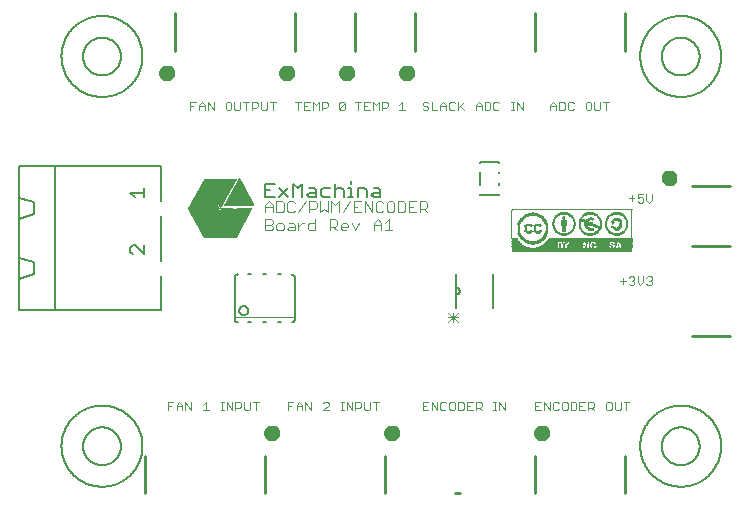
<source format=gto>
G75*
%MOIN*%
%OFA0B0*%
%FSLAX25Y25*%
%IPPOS*%
%LPD*%
%AMOC8*
5,1,8,0,0,1.08239X$1,22.5*
%
%ADD10C,0.00300*%
%ADD11C,0.01000*%
%ADD12C,0.02500*%
%ADD13C,0.00600*%
%ADD14C,0.00004*%
%ADD15C,0.00500*%
%ADD16C,0.00800*%
%ADD17R,0.40100X0.00100*%
%ADD18R,0.40300X0.00100*%
%ADD19R,0.15200X0.00100*%
%ADD20R,0.01300X0.00100*%
%ADD21R,0.05300X0.00100*%
%ADD22R,0.00800X0.00100*%
%ADD23R,0.00900X0.00100*%
%ADD24R,0.05400X0.00100*%
%ADD25R,0.00400X0.00100*%
%ADD26R,0.01100X0.00100*%
%ADD27R,0.03600X0.00100*%
%ADD28R,0.00700X0.00100*%
%ADD29R,0.05000X0.00100*%
%ADD30R,0.00200X0.00100*%
%ADD31R,0.00600X0.00100*%
%ADD32R,0.04800X0.00100*%
%ADD33R,0.06200X0.00100*%
%ADD34R,0.07300X0.00100*%
%ADD35R,0.00500X0.00100*%
%ADD36R,0.04600X0.00100*%
%ADD37R,0.00100X0.00100*%
%ADD38R,0.03700X0.00100*%
%ADD39R,0.05600X0.00100*%
%ADD40R,0.06800X0.00100*%
%ADD41R,0.04500X0.00100*%
%ADD42R,0.06400X0.00100*%
%ADD43R,0.04400X0.00100*%
%ADD44R,0.03800X0.00100*%
%ADD45R,0.06100X0.00100*%
%ADD46R,0.00300X0.00100*%
%ADD47R,0.04300X0.00100*%
%ADD48R,0.04700X0.00100*%
%ADD49R,0.05900X0.00100*%
%ADD50R,0.03900X0.00100*%
%ADD51R,0.05200X0.00100*%
%ADD52R,0.04100X0.00100*%
%ADD53R,0.06500X0.00100*%
%ADD54R,0.05100X0.00100*%
%ADD55R,0.04000X0.00100*%
%ADD56R,0.04900X0.00100*%
%ADD57R,0.06000X0.00100*%
%ADD58R,0.03500X0.00100*%
%ADD59R,0.03300X0.00100*%
%ADD60R,0.01400X0.00100*%
%ADD61R,0.01600X0.00100*%
%ADD62R,0.03200X0.00100*%
%ADD63R,0.02400X0.00100*%
%ADD64R,0.04200X0.00100*%
%ADD65R,0.03100X0.00100*%
%ADD66R,0.03000X0.00100*%
%ADD67R,0.02900X0.00100*%
%ADD68R,0.02800X0.00100*%
%ADD69R,0.02700X0.00100*%
%ADD70R,0.01000X0.00100*%
%ADD71R,0.02600X0.00100*%
%ADD72R,0.02500X0.00100*%
%ADD73R,0.05700X0.00100*%
%ADD74R,0.02300X0.00100*%
%ADD75R,0.28700X0.00100*%
%ADD76R,0.02000X0.00100*%
%ADD77R,0.01900X0.00100*%
%ADD78R,0.28600X0.00100*%
%ADD79R,0.02200X0.00100*%
%ADD80R,0.01800X0.00100*%
%ADD81R,0.28500X0.00100*%
%ADD82R,0.01700X0.00100*%
%ADD83R,0.28400X0.00100*%
%ADD84R,0.02100X0.00100*%
%ADD85R,0.01500X0.00100*%
%ADD86R,0.28300X0.00100*%
%ADD87R,0.28200X0.00100*%
%ADD88R,0.28100X0.00100*%
%ADD89R,0.01200X0.00100*%
%ADD90R,0.03400X0.00100*%
%ADD91R,0.39900X0.00100*%
%ADD92R,0.39500X0.00100*%
%ADD93R,0.39100X0.00100*%
%ADD94C,0.00200*%
D10*
X0069150Y0062650D02*
X0069150Y0065552D01*
X0071085Y0065552D01*
X0072097Y0064585D02*
X0073064Y0065552D01*
X0074031Y0064585D01*
X0074031Y0062650D01*
X0075043Y0062650D02*
X0075043Y0065552D01*
X0076978Y0062650D01*
X0076978Y0065552D01*
X0074031Y0064101D02*
X0072097Y0064101D01*
X0072097Y0064585D02*
X0072097Y0062650D01*
X0070117Y0064101D02*
X0069150Y0064101D01*
X0080936Y0064585D02*
X0081904Y0065552D01*
X0081904Y0062650D01*
X0082871Y0062650D02*
X0080936Y0062650D01*
X0086829Y0062650D02*
X0087797Y0062650D01*
X0087313Y0062650D02*
X0087313Y0065552D01*
X0086829Y0065552D02*
X0087797Y0065552D01*
X0088793Y0065552D02*
X0090728Y0062650D01*
X0090728Y0065552D01*
X0091740Y0065552D02*
X0093191Y0065552D01*
X0093675Y0065069D01*
X0093675Y0064101D01*
X0093191Y0063617D01*
X0091740Y0063617D01*
X0091740Y0062650D02*
X0091740Y0065552D01*
X0094686Y0065552D02*
X0094686Y0063134D01*
X0095170Y0062650D01*
X0096138Y0062650D01*
X0096621Y0063134D01*
X0096621Y0065552D01*
X0097633Y0065552D02*
X0099568Y0065552D01*
X0098600Y0065552D02*
X0098600Y0062650D01*
X0088793Y0062650D02*
X0088793Y0065552D01*
X0109150Y0065552D02*
X0109150Y0062650D01*
X0109150Y0064101D02*
X0110117Y0064101D01*
X0109150Y0065552D02*
X0111085Y0065552D01*
X0112097Y0064585D02*
X0113064Y0065552D01*
X0114031Y0064585D01*
X0114031Y0062650D01*
X0115043Y0062650D02*
X0115043Y0065552D01*
X0116978Y0062650D01*
X0116978Y0065552D01*
X0114031Y0064101D02*
X0112097Y0064101D01*
X0112097Y0064585D02*
X0112097Y0062650D01*
X0120936Y0062650D02*
X0122871Y0064585D01*
X0122871Y0065069D01*
X0122387Y0065552D01*
X0121420Y0065552D01*
X0120936Y0065069D01*
X0120936Y0062650D02*
X0122871Y0062650D01*
X0126829Y0062650D02*
X0127797Y0062650D01*
X0127313Y0062650D02*
X0127313Y0065552D01*
X0126829Y0065552D02*
X0127797Y0065552D01*
X0128793Y0065552D02*
X0130728Y0062650D01*
X0130728Y0065552D01*
X0131740Y0065552D02*
X0131740Y0062650D01*
X0131740Y0063617D02*
X0133191Y0063617D01*
X0133675Y0064101D01*
X0133675Y0065069D01*
X0133191Y0065552D01*
X0131740Y0065552D01*
X0134686Y0065552D02*
X0134686Y0063134D01*
X0135170Y0062650D01*
X0136138Y0062650D01*
X0136621Y0063134D01*
X0136621Y0065552D01*
X0137633Y0065552D02*
X0139568Y0065552D01*
X0138600Y0065552D02*
X0138600Y0062650D01*
X0128793Y0062650D02*
X0128793Y0065552D01*
X0154150Y0065552D02*
X0154150Y0062650D01*
X0156085Y0062650D01*
X0157097Y0062650D02*
X0157097Y0065552D01*
X0159031Y0062650D01*
X0159031Y0065552D01*
X0160043Y0065069D02*
X0160043Y0063134D01*
X0160527Y0062650D01*
X0161494Y0062650D01*
X0161978Y0063134D01*
X0162990Y0063134D02*
X0163473Y0062650D01*
X0164441Y0062650D01*
X0164925Y0063134D01*
X0164925Y0065069D01*
X0164441Y0065552D01*
X0163473Y0065552D01*
X0162990Y0065069D01*
X0162990Y0063134D01*
X0161978Y0065069D02*
X0161494Y0065552D01*
X0160527Y0065552D01*
X0160043Y0065069D01*
X0156085Y0065552D02*
X0154150Y0065552D01*
X0154150Y0064101D02*
X0155117Y0064101D01*
X0165936Y0062650D02*
X0167387Y0062650D01*
X0167871Y0063134D01*
X0167871Y0065069D01*
X0167387Y0065552D01*
X0165936Y0065552D01*
X0165936Y0062650D01*
X0168883Y0062650D02*
X0168883Y0065552D01*
X0170818Y0065552D01*
X0171829Y0065552D02*
X0173280Y0065552D01*
X0173764Y0065069D01*
X0173764Y0064101D01*
X0173280Y0063617D01*
X0171829Y0063617D01*
X0171829Y0062650D02*
X0171829Y0065552D01*
X0172797Y0063617D02*
X0173764Y0062650D01*
X0170818Y0062650D02*
X0168883Y0062650D01*
X0168883Y0064101D02*
X0169850Y0064101D01*
X0177722Y0062650D02*
X0178690Y0062650D01*
X0178206Y0062650D02*
X0178206Y0065552D01*
X0177722Y0065552D02*
X0178690Y0065552D01*
X0179686Y0065552D02*
X0181621Y0062650D01*
X0181621Y0065552D01*
X0179686Y0065552D02*
X0179686Y0062650D01*
X0191650Y0062650D02*
X0193585Y0062650D01*
X0194597Y0062650D02*
X0194597Y0065552D01*
X0196531Y0062650D01*
X0196531Y0065552D01*
X0197543Y0065069D02*
X0197543Y0063134D01*
X0198027Y0062650D01*
X0198994Y0062650D01*
X0199478Y0063134D01*
X0200490Y0063134D02*
X0200973Y0062650D01*
X0201941Y0062650D01*
X0202425Y0063134D01*
X0202425Y0065069D01*
X0201941Y0065552D01*
X0200973Y0065552D01*
X0200490Y0065069D01*
X0200490Y0063134D01*
X0199478Y0065069D02*
X0198994Y0065552D01*
X0198027Y0065552D01*
X0197543Y0065069D01*
X0193585Y0065552D02*
X0191650Y0065552D01*
X0191650Y0062650D01*
X0191650Y0064101D02*
X0192617Y0064101D01*
X0203436Y0062650D02*
X0204887Y0062650D01*
X0205371Y0063134D01*
X0205371Y0065069D01*
X0204887Y0065552D01*
X0203436Y0065552D01*
X0203436Y0062650D01*
X0206383Y0062650D02*
X0206383Y0065552D01*
X0208318Y0065552D01*
X0209329Y0065552D02*
X0210780Y0065552D01*
X0211264Y0065069D01*
X0211264Y0064101D01*
X0210780Y0063617D01*
X0209329Y0063617D01*
X0209329Y0062650D02*
X0209329Y0065552D01*
X0210297Y0063617D02*
X0211264Y0062650D01*
X0208318Y0062650D02*
X0206383Y0062650D01*
X0206383Y0064101D02*
X0207350Y0064101D01*
X0215222Y0063134D02*
X0215706Y0062650D01*
X0216673Y0062650D01*
X0217157Y0063134D01*
X0217157Y0065069D01*
X0216673Y0065552D01*
X0215706Y0065552D01*
X0215222Y0065069D01*
X0215222Y0063134D01*
X0218169Y0063134D02*
X0218169Y0065552D01*
X0220104Y0065552D02*
X0220104Y0063134D01*
X0219620Y0062650D01*
X0218652Y0062650D01*
X0218169Y0063134D01*
X0221115Y0065552D02*
X0223050Y0065552D01*
X0222083Y0065552D02*
X0222083Y0062650D01*
X0223294Y0104450D02*
X0222810Y0104934D01*
X0223294Y0104450D02*
X0224262Y0104450D01*
X0224745Y0104934D01*
X0224745Y0105417D01*
X0224262Y0105901D01*
X0223778Y0105901D01*
X0224262Y0105901D02*
X0224745Y0106385D01*
X0224745Y0106869D01*
X0224262Y0107352D01*
X0223294Y0107352D01*
X0222810Y0106869D01*
X0221799Y0105901D02*
X0219864Y0105901D01*
X0220831Y0104934D02*
X0220831Y0106869D01*
X0225757Y0107352D02*
X0225757Y0105417D01*
X0226724Y0104450D01*
X0227692Y0105417D01*
X0227692Y0107352D01*
X0228703Y0106869D02*
X0229187Y0107352D01*
X0230155Y0107352D01*
X0230638Y0106869D01*
X0230638Y0106385D01*
X0230155Y0105901D01*
X0230638Y0105417D01*
X0230638Y0104934D01*
X0230155Y0104450D01*
X0229187Y0104450D01*
X0228703Y0104934D01*
X0229671Y0105901D02*
X0230155Y0105901D01*
X0229671Y0131950D02*
X0230638Y0132917D01*
X0230638Y0134852D01*
X0228703Y0134852D02*
X0228703Y0132917D01*
X0229671Y0131950D01*
X0227692Y0132434D02*
X0227208Y0131950D01*
X0226241Y0131950D01*
X0225757Y0132434D01*
X0225757Y0133401D02*
X0226724Y0133885D01*
X0227208Y0133885D01*
X0227692Y0133401D01*
X0227692Y0132434D01*
X0225757Y0133401D02*
X0225757Y0134852D01*
X0227692Y0134852D01*
X0224745Y0133401D02*
X0222810Y0133401D01*
X0223778Y0134369D02*
X0223778Y0132434D01*
X0215297Y0162650D02*
X0215297Y0165552D01*
X0216264Y0165552D02*
X0214329Y0165552D01*
X0213318Y0165552D02*
X0213318Y0163134D01*
X0212834Y0162650D01*
X0211866Y0162650D01*
X0211383Y0163134D01*
X0211383Y0165552D01*
X0210371Y0165069D02*
X0209887Y0165552D01*
X0208920Y0165552D01*
X0208436Y0165069D01*
X0208436Y0163134D01*
X0208920Y0162650D01*
X0209887Y0162650D01*
X0210371Y0163134D01*
X0210371Y0165069D01*
X0204478Y0165069D02*
X0203994Y0165552D01*
X0203027Y0165552D01*
X0202543Y0165069D01*
X0202543Y0163134D01*
X0203027Y0162650D01*
X0203994Y0162650D01*
X0204478Y0163134D01*
X0201531Y0163134D02*
X0201531Y0165069D01*
X0201048Y0165552D01*
X0199597Y0165552D01*
X0199597Y0162650D01*
X0201048Y0162650D01*
X0201531Y0163134D01*
X0198585Y0162650D02*
X0198585Y0164585D01*
X0197617Y0165552D01*
X0196650Y0164585D01*
X0196650Y0162650D01*
X0196650Y0164101D02*
X0198585Y0164101D01*
X0187515Y0162650D02*
X0187515Y0165552D01*
X0185580Y0165552D02*
X0185580Y0162650D01*
X0184583Y0162650D02*
X0183615Y0162650D01*
X0184099Y0162650D02*
X0184099Y0165552D01*
X0183615Y0165552D02*
X0184583Y0165552D01*
X0185580Y0165552D02*
X0187515Y0162650D01*
X0179657Y0163134D02*
X0179173Y0162650D01*
X0178206Y0162650D01*
X0177722Y0163134D01*
X0177722Y0165069D01*
X0178206Y0165552D01*
X0179173Y0165552D01*
X0179657Y0165069D01*
X0176711Y0165069D02*
X0176711Y0163134D01*
X0176227Y0162650D01*
X0174776Y0162650D01*
X0174776Y0165552D01*
X0176227Y0165552D01*
X0176711Y0165069D01*
X0173764Y0164585D02*
X0173764Y0162650D01*
X0173764Y0164101D02*
X0171829Y0164101D01*
X0171829Y0164585D02*
X0172797Y0165552D01*
X0173764Y0164585D01*
X0171829Y0164585D02*
X0171829Y0162650D01*
X0167871Y0162650D02*
X0166420Y0164101D01*
X0165936Y0163617D02*
X0167871Y0165552D01*
X0165936Y0165552D02*
X0165936Y0162650D01*
X0164925Y0163134D02*
X0164441Y0162650D01*
X0163473Y0162650D01*
X0162990Y0163134D01*
X0162990Y0165069D01*
X0163473Y0165552D01*
X0164441Y0165552D01*
X0164925Y0165069D01*
X0161978Y0164585D02*
X0161978Y0162650D01*
X0161978Y0164101D02*
X0160043Y0164101D01*
X0160043Y0164585D02*
X0161011Y0165552D01*
X0161978Y0164585D01*
X0160043Y0164585D02*
X0160043Y0162650D01*
X0159031Y0162650D02*
X0157097Y0162650D01*
X0157097Y0165552D01*
X0156085Y0165069D02*
X0155601Y0165552D01*
X0154634Y0165552D01*
X0154150Y0165069D01*
X0154150Y0164585D01*
X0154634Y0164101D01*
X0155601Y0164101D01*
X0156085Y0163617D01*
X0156085Y0163134D01*
X0155601Y0162650D01*
X0154634Y0162650D01*
X0154150Y0163134D01*
X0148318Y0162650D02*
X0146383Y0162650D01*
X0147350Y0162650D02*
X0147350Y0165552D01*
X0146383Y0164585D01*
X0142425Y0164101D02*
X0141941Y0163617D01*
X0140490Y0163617D01*
X0140490Y0162650D02*
X0140490Y0165552D01*
X0141941Y0165552D01*
X0142425Y0165069D01*
X0142425Y0164101D01*
X0139478Y0165552D02*
X0139478Y0162650D01*
X0137543Y0162650D02*
X0137543Y0165552D01*
X0138511Y0164585D01*
X0139478Y0165552D01*
X0136531Y0165552D02*
X0134597Y0165552D01*
X0134597Y0162650D01*
X0136531Y0162650D01*
X0135564Y0164101D02*
X0134597Y0164101D01*
X0133585Y0165552D02*
X0131650Y0165552D01*
X0132617Y0165552D02*
X0132617Y0162650D01*
X0128318Y0163134D02*
X0128318Y0165069D01*
X0126383Y0163134D01*
X0126866Y0162650D01*
X0127834Y0162650D01*
X0128318Y0163134D01*
X0128318Y0165069D02*
X0127834Y0165552D01*
X0126866Y0165552D01*
X0126383Y0165069D01*
X0126383Y0163134D01*
X0122425Y0164101D02*
X0121941Y0163617D01*
X0120490Y0163617D01*
X0120490Y0162650D02*
X0120490Y0165552D01*
X0121941Y0165552D01*
X0122425Y0165069D01*
X0122425Y0164101D01*
X0119478Y0165552D02*
X0119478Y0162650D01*
X0117543Y0162650D02*
X0117543Y0165552D01*
X0118511Y0164585D01*
X0119478Y0165552D01*
X0116531Y0165552D02*
X0114597Y0165552D01*
X0114597Y0162650D01*
X0116531Y0162650D01*
X0115564Y0164101D02*
X0114597Y0164101D01*
X0113585Y0165552D02*
X0111650Y0165552D01*
X0112617Y0165552D02*
X0112617Y0162650D01*
X0105104Y0165552D02*
X0103169Y0165552D01*
X0104136Y0165552D02*
X0104136Y0162650D01*
X0102157Y0163134D02*
X0102157Y0165552D01*
X0100222Y0165552D02*
X0100222Y0163134D01*
X0100706Y0162650D01*
X0101673Y0162650D01*
X0102157Y0163134D01*
X0099211Y0164101D02*
X0098727Y0163617D01*
X0097276Y0163617D01*
X0097276Y0162650D02*
X0097276Y0165552D01*
X0098727Y0165552D01*
X0099211Y0165069D01*
X0099211Y0164101D01*
X0096264Y0165552D02*
X0094329Y0165552D01*
X0095297Y0165552D02*
X0095297Y0162650D01*
X0093318Y0163134D02*
X0093318Y0165552D01*
X0091383Y0165552D02*
X0091383Y0163134D01*
X0091866Y0162650D01*
X0092834Y0162650D01*
X0093318Y0163134D01*
X0090371Y0163134D02*
X0090371Y0165069D01*
X0089887Y0165552D01*
X0088920Y0165552D01*
X0088436Y0165069D01*
X0088436Y0163134D01*
X0088920Y0162650D01*
X0089887Y0162650D01*
X0090371Y0163134D01*
X0084478Y0162650D02*
X0084478Y0165552D01*
X0082543Y0165552D02*
X0084478Y0162650D01*
X0082543Y0162650D02*
X0082543Y0165552D01*
X0081531Y0164585D02*
X0081531Y0162650D01*
X0081531Y0164101D02*
X0079597Y0164101D01*
X0079597Y0164585D02*
X0080564Y0165552D01*
X0081531Y0164585D01*
X0079597Y0164585D02*
X0079597Y0162650D01*
X0077617Y0164101D02*
X0076650Y0164101D01*
X0076650Y0162650D02*
X0076650Y0165552D01*
X0078585Y0165552D01*
X0102884Y0132353D02*
X0101650Y0131119D01*
X0101650Y0128650D01*
X0101650Y0130502D02*
X0104119Y0130502D01*
X0104119Y0131119D02*
X0104119Y0128650D01*
X0105333Y0128650D02*
X0107185Y0128650D01*
X0107802Y0129267D01*
X0107802Y0131736D01*
X0107185Y0132353D01*
X0105333Y0132353D01*
X0105333Y0128650D01*
X0103502Y0126353D02*
X0104119Y0125736D01*
X0104119Y0125119D01*
X0103502Y0124502D01*
X0101650Y0124502D01*
X0101650Y0126353D02*
X0103502Y0126353D01*
X0103502Y0124502D02*
X0104119Y0123884D01*
X0104119Y0123267D01*
X0103502Y0122650D01*
X0101650Y0122650D01*
X0101650Y0126353D01*
X0105333Y0124502D02*
X0105333Y0123267D01*
X0105950Y0122650D01*
X0107185Y0122650D01*
X0107802Y0123267D01*
X0107802Y0124502D01*
X0107185Y0125119D01*
X0105950Y0125119D01*
X0105333Y0124502D01*
X0109016Y0123267D02*
X0109633Y0123884D01*
X0111485Y0123884D01*
X0111485Y0124502D02*
X0111485Y0122650D01*
X0109633Y0122650D01*
X0109016Y0123267D01*
X0109633Y0125119D02*
X0110868Y0125119D01*
X0111485Y0124502D01*
X0112699Y0125119D02*
X0112699Y0122650D01*
X0112699Y0123884D02*
X0113934Y0125119D01*
X0114551Y0125119D01*
X0115769Y0124502D02*
X0116386Y0125119D01*
X0118237Y0125119D01*
X0118237Y0126353D02*
X0118237Y0122650D01*
X0116386Y0122650D01*
X0115769Y0123267D01*
X0115769Y0124502D01*
X0116383Y0128650D02*
X0116383Y0132353D01*
X0118234Y0132353D01*
X0118851Y0131736D01*
X0118851Y0130502D01*
X0118234Y0129884D01*
X0116383Y0129884D01*
X0115168Y0132353D02*
X0112699Y0128650D01*
X0111485Y0129267D02*
X0110868Y0128650D01*
X0109633Y0128650D01*
X0109016Y0129267D01*
X0109016Y0131736D01*
X0109633Y0132353D01*
X0110868Y0132353D01*
X0111485Y0131736D01*
X0104119Y0131119D02*
X0102884Y0132353D01*
X0120066Y0132353D02*
X0120066Y0128650D01*
X0121300Y0129884D01*
X0122534Y0128650D01*
X0122534Y0132353D01*
X0123749Y0132353D02*
X0124983Y0131119D01*
X0126218Y0132353D01*
X0126218Y0128650D01*
X0127432Y0128650D02*
X0129901Y0132353D01*
X0131115Y0132353D02*
X0131115Y0128650D01*
X0133584Y0128650D01*
X0134798Y0128650D02*
X0134798Y0132353D01*
X0137267Y0128650D01*
X0137267Y0132353D01*
X0138481Y0131736D02*
X0138481Y0129267D01*
X0139099Y0128650D01*
X0140333Y0128650D01*
X0140950Y0129267D01*
X0142165Y0129267D02*
X0142782Y0128650D01*
X0144016Y0128650D01*
X0144633Y0129267D01*
X0144633Y0131736D01*
X0144016Y0132353D01*
X0142782Y0132353D01*
X0142165Y0131736D01*
X0142165Y0129267D01*
X0140950Y0131736D02*
X0140333Y0132353D01*
X0139099Y0132353D01*
X0138481Y0131736D01*
X0133584Y0132353D02*
X0131115Y0132353D01*
X0131115Y0130502D02*
X0132350Y0130502D01*
X0132970Y0125119D02*
X0131736Y0122650D01*
X0130501Y0125119D01*
X0129287Y0124502D02*
X0129287Y0123884D01*
X0126818Y0123884D01*
X0126818Y0123267D02*
X0126818Y0124502D01*
X0127435Y0125119D01*
X0128670Y0125119D01*
X0129287Y0124502D01*
X0128670Y0122650D02*
X0127435Y0122650D01*
X0126818Y0123267D01*
X0125604Y0122650D02*
X0124369Y0123884D01*
X0124987Y0123884D02*
X0123135Y0123884D01*
X0123135Y0122650D02*
X0123135Y0126353D01*
X0124987Y0126353D01*
X0125604Y0125736D01*
X0125604Y0124502D01*
X0124987Y0123884D01*
X0123749Y0128650D02*
X0123749Y0132353D01*
X0137868Y0125119D02*
X0137868Y0122650D01*
X0137868Y0124502D02*
X0140336Y0124502D01*
X0140336Y0125119D02*
X0140336Y0122650D01*
X0141551Y0122650D02*
X0144020Y0122650D01*
X0142785Y0122650D02*
X0142785Y0126353D01*
X0141551Y0125119D01*
X0140336Y0125119D02*
X0139102Y0126353D01*
X0137868Y0125119D01*
X0145848Y0128650D02*
X0145848Y0132353D01*
X0147699Y0132353D01*
X0148317Y0131736D01*
X0148317Y0129267D01*
X0147699Y0128650D01*
X0145848Y0128650D01*
X0149531Y0128650D02*
X0152000Y0128650D01*
X0153214Y0128650D02*
X0153214Y0132353D01*
X0155066Y0132353D01*
X0155683Y0131736D01*
X0155683Y0130502D01*
X0155066Y0129884D01*
X0153214Y0129884D01*
X0154448Y0129884D02*
X0155683Y0128650D01*
X0152000Y0132353D02*
X0149531Y0132353D01*
X0149531Y0128650D01*
X0149531Y0130502D02*
X0150765Y0130502D01*
X0162730Y0095286D02*
X0165866Y0092150D01*
X0165866Y0093718D02*
X0162730Y0093718D01*
X0162730Y0092150D02*
X0165866Y0095286D01*
X0164298Y0095286D02*
X0164298Y0092150D01*
D11*
X0061500Y0047500D02*
X0061500Y0035000D01*
X0101500Y0035000D02*
X0101500Y0047500D01*
X0101500Y0035000D01*
X0141500Y0035000D02*
X0141500Y0047500D01*
X0141500Y0035000D01*
X0165000Y0035000D02*
X0166500Y0035000D01*
X0191500Y0035000D02*
X0191500Y0047500D01*
X0191500Y0035000D01*
X0221500Y0035000D02*
X0221500Y0047500D01*
X0244000Y0087500D02*
X0256500Y0087500D01*
X0256500Y0117500D02*
X0244000Y0117500D01*
X0256500Y0117500D01*
X0256500Y0137500D02*
X0244000Y0137500D01*
X0221500Y0182500D02*
X0221500Y0195000D01*
X0191500Y0195000D02*
X0191500Y0182500D01*
X0191500Y0195000D01*
X0151500Y0195000D02*
X0151500Y0182500D01*
X0151500Y0195000D01*
X0131500Y0195000D02*
X0131500Y0182500D01*
X0131500Y0195000D01*
X0111500Y0195000D02*
X0111500Y0182500D01*
X0111500Y0195000D01*
X0071500Y0195000D02*
X0071500Y0182500D01*
D12*
X0067750Y0175000D02*
X0067752Y0175070D01*
X0067758Y0175140D01*
X0067768Y0175209D01*
X0067781Y0175278D01*
X0067799Y0175346D01*
X0067820Y0175413D01*
X0067845Y0175478D01*
X0067874Y0175542D01*
X0067906Y0175605D01*
X0067942Y0175665D01*
X0067981Y0175723D01*
X0068023Y0175779D01*
X0068068Y0175833D01*
X0068116Y0175884D01*
X0068167Y0175932D01*
X0068221Y0175977D01*
X0068277Y0176019D01*
X0068335Y0176058D01*
X0068395Y0176094D01*
X0068458Y0176126D01*
X0068522Y0176155D01*
X0068587Y0176180D01*
X0068654Y0176201D01*
X0068722Y0176219D01*
X0068791Y0176232D01*
X0068860Y0176242D01*
X0068930Y0176248D01*
X0069000Y0176250D01*
X0069070Y0176248D01*
X0069140Y0176242D01*
X0069209Y0176232D01*
X0069278Y0176219D01*
X0069346Y0176201D01*
X0069413Y0176180D01*
X0069478Y0176155D01*
X0069542Y0176126D01*
X0069605Y0176094D01*
X0069665Y0176058D01*
X0069723Y0176019D01*
X0069779Y0175977D01*
X0069833Y0175932D01*
X0069884Y0175884D01*
X0069932Y0175833D01*
X0069977Y0175779D01*
X0070019Y0175723D01*
X0070058Y0175665D01*
X0070094Y0175605D01*
X0070126Y0175542D01*
X0070155Y0175478D01*
X0070180Y0175413D01*
X0070201Y0175346D01*
X0070219Y0175278D01*
X0070232Y0175209D01*
X0070242Y0175140D01*
X0070248Y0175070D01*
X0070250Y0175000D01*
X0070248Y0174930D01*
X0070242Y0174860D01*
X0070232Y0174791D01*
X0070219Y0174722D01*
X0070201Y0174654D01*
X0070180Y0174587D01*
X0070155Y0174522D01*
X0070126Y0174458D01*
X0070094Y0174395D01*
X0070058Y0174335D01*
X0070019Y0174277D01*
X0069977Y0174221D01*
X0069932Y0174167D01*
X0069884Y0174116D01*
X0069833Y0174068D01*
X0069779Y0174023D01*
X0069723Y0173981D01*
X0069665Y0173942D01*
X0069605Y0173906D01*
X0069542Y0173874D01*
X0069478Y0173845D01*
X0069413Y0173820D01*
X0069346Y0173799D01*
X0069278Y0173781D01*
X0069209Y0173768D01*
X0069140Y0173758D01*
X0069070Y0173752D01*
X0069000Y0173750D01*
X0068930Y0173752D01*
X0068860Y0173758D01*
X0068791Y0173768D01*
X0068722Y0173781D01*
X0068654Y0173799D01*
X0068587Y0173820D01*
X0068522Y0173845D01*
X0068458Y0173874D01*
X0068395Y0173906D01*
X0068335Y0173942D01*
X0068277Y0173981D01*
X0068221Y0174023D01*
X0068167Y0174068D01*
X0068116Y0174116D01*
X0068068Y0174167D01*
X0068023Y0174221D01*
X0067981Y0174277D01*
X0067942Y0174335D01*
X0067906Y0174395D01*
X0067874Y0174458D01*
X0067845Y0174522D01*
X0067820Y0174587D01*
X0067799Y0174654D01*
X0067781Y0174722D01*
X0067768Y0174791D01*
X0067758Y0174860D01*
X0067752Y0174930D01*
X0067750Y0175000D01*
X0107750Y0175000D02*
X0107752Y0175070D01*
X0107758Y0175140D01*
X0107768Y0175209D01*
X0107781Y0175278D01*
X0107799Y0175346D01*
X0107820Y0175413D01*
X0107845Y0175478D01*
X0107874Y0175542D01*
X0107906Y0175605D01*
X0107942Y0175665D01*
X0107981Y0175723D01*
X0108023Y0175779D01*
X0108068Y0175833D01*
X0108116Y0175884D01*
X0108167Y0175932D01*
X0108221Y0175977D01*
X0108277Y0176019D01*
X0108335Y0176058D01*
X0108395Y0176094D01*
X0108458Y0176126D01*
X0108522Y0176155D01*
X0108587Y0176180D01*
X0108654Y0176201D01*
X0108722Y0176219D01*
X0108791Y0176232D01*
X0108860Y0176242D01*
X0108930Y0176248D01*
X0109000Y0176250D01*
X0109070Y0176248D01*
X0109140Y0176242D01*
X0109209Y0176232D01*
X0109278Y0176219D01*
X0109346Y0176201D01*
X0109413Y0176180D01*
X0109478Y0176155D01*
X0109542Y0176126D01*
X0109605Y0176094D01*
X0109665Y0176058D01*
X0109723Y0176019D01*
X0109779Y0175977D01*
X0109833Y0175932D01*
X0109884Y0175884D01*
X0109932Y0175833D01*
X0109977Y0175779D01*
X0110019Y0175723D01*
X0110058Y0175665D01*
X0110094Y0175605D01*
X0110126Y0175542D01*
X0110155Y0175478D01*
X0110180Y0175413D01*
X0110201Y0175346D01*
X0110219Y0175278D01*
X0110232Y0175209D01*
X0110242Y0175140D01*
X0110248Y0175070D01*
X0110250Y0175000D01*
X0110248Y0174930D01*
X0110242Y0174860D01*
X0110232Y0174791D01*
X0110219Y0174722D01*
X0110201Y0174654D01*
X0110180Y0174587D01*
X0110155Y0174522D01*
X0110126Y0174458D01*
X0110094Y0174395D01*
X0110058Y0174335D01*
X0110019Y0174277D01*
X0109977Y0174221D01*
X0109932Y0174167D01*
X0109884Y0174116D01*
X0109833Y0174068D01*
X0109779Y0174023D01*
X0109723Y0173981D01*
X0109665Y0173942D01*
X0109605Y0173906D01*
X0109542Y0173874D01*
X0109478Y0173845D01*
X0109413Y0173820D01*
X0109346Y0173799D01*
X0109278Y0173781D01*
X0109209Y0173768D01*
X0109140Y0173758D01*
X0109070Y0173752D01*
X0109000Y0173750D01*
X0108930Y0173752D01*
X0108860Y0173758D01*
X0108791Y0173768D01*
X0108722Y0173781D01*
X0108654Y0173799D01*
X0108587Y0173820D01*
X0108522Y0173845D01*
X0108458Y0173874D01*
X0108395Y0173906D01*
X0108335Y0173942D01*
X0108277Y0173981D01*
X0108221Y0174023D01*
X0108167Y0174068D01*
X0108116Y0174116D01*
X0108068Y0174167D01*
X0108023Y0174221D01*
X0107981Y0174277D01*
X0107942Y0174335D01*
X0107906Y0174395D01*
X0107874Y0174458D01*
X0107845Y0174522D01*
X0107820Y0174587D01*
X0107799Y0174654D01*
X0107781Y0174722D01*
X0107768Y0174791D01*
X0107758Y0174860D01*
X0107752Y0174930D01*
X0107750Y0175000D01*
X0127750Y0175000D02*
X0127752Y0175070D01*
X0127758Y0175140D01*
X0127768Y0175209D01*
X0127781Y0175278D01*
X0127799Y0175346D01*
X0127820Y0175413D01*
X0127845Y0175478D01*
X0127874Y0175542D01*
X0127906Y0175605D01*
X0127942Y0175665D01*
X0127981Y0175723D01*
X0128023Y0175779D01*
X0128068Y0175833D01*
X0128116Y0175884D01*
X0128167Y0175932D01*
X0128221Y0175977D01*
X0128277Y0176019D01*
X0128335Y0176058D01*
X0128395Y0176094D01*
X0128458Y0176126D01*
X0128522Y0176155D01*
X0128587Y0176180D01*
X0128654Y0176201D01*
X0128722Y0176219D01*
X0128791Y0176232D01*
X0128860Y0176242D01*
X0128930Y0176248D01*
X0129000Y0176250D01*
X0129070Y0176248D01*
X0129140Y0176242D01*
X0129209Y0176232D01*
X0129278Y0176219D01*
X0129346Y0176201D01*
X0129413Y0176180D01*
X0129478Y0176155D01*
X0129542Y0176126D01*
X0129605Y0176094D01*
X0129665Y0176058D01*
X0129723Y0176019D01*
X0129779Y0175977D01*
X0129833Y0175932D01*
X0129884Y0175884D01*
X0129932Y0175833D01*
X0129977Y0175779D01*
X0130019Y0175723D01*
X0130058Y0175665D01*
X0130094Y0175605D01*
X0130126Y0175542D01*
X0130155Y0175478D01*
X0130180Y0175413D01*
X0130201Y0175346D01*
X0130219Y0175278D01*
X0130232Y0175209D01*
X0130242Y0175140D01*
X0130248Y0175070D01*
X0130250Y0175000D01*
X0130248Y0174930D01*
X0130242Y0174860D01*
X0130232Y0174791D01*
X0130219Y0174722D01*
X0130201Y0174654D01*
X0130180Y0174587D01*
X0130155Y0174522D01*
X0130126Y0174458D01*
X0130094Y0174395D01*
X0130058Y0174335D01*
X0130019Y0174277D01*
X0129977Y0174221D01*
X0129932Y0174167D01*
X0129884Y0174116D01*
X0129833Y0174068D01*
X0129779Y0174023D01*
X0129723Y0173981D01*
X0129665Y0173942D01*
X0129605Y0173906D01*
X0129542Y0173874D01*
X0129478Y0173845D01*
X0129413Y0173820D01*
X0129346Y0173799D01*
X0129278Y0173781D01*
X0129209Y0173768D01*
X0129140Y0173758D01*
X0129070Y0173752D01*
X0129000Y0173750D01*
X0128930Y0173752D01*
X0128860Y0173758D01*
X0128791Y0173768D01*
X0128722Y0173781D01*
X0128654Y0173799D01*
X0128587Y0173820D01*
X0128522Y0173845D01*
X0128458Y0173874D01*
X0128395Y0173906D01*
X0128335Y0173942D01*
X0128277Y0173981D01*
X0128221Y0174023D01*
X0128167Y0174068D01*
X0128116Y0174116D01*
X0128068Y0174167D01*
X0128023Y0174221D01*
X0127981Y0174277D01*
X0127942Y0174335D01*
X0127906Y0174395D01*
X0127874Y0174458D01*
X0127845Y0174522D01*
X0127820Y0174587D01*
X0127799Y0174654D01*
X0127781Y0174722D01*
X0127768Y0174791D01*
X0127758Y0174860D01*
X0127752Y0174930D01*
X0127750Y0175000D01*
X0147750Y0175000D02*
X0147752Y0175070D01*
X0147758Y0175140D01*
X0147768Y0175209D01*
X0147781Y0175278D01*
X0147799Y0175346D01*
X0147820Y0175413D01*
X0147845Y0175478D01*
X0147874Y0175542D01*
X0147906Y0175605D01*
X0147942Y0175665D01*
X0147981Y0175723D01*
X0148023Y0175779D01*
X0148068Y0175833D01*
X0148116Y0175884D01*
X0148167Y0175932D01*
X0148221Y0175977D01*
X0148277Y0176019D01*
X0148335Y0176058D01*
X0148395Y0176094D01*
X0148458Y0176126D01*
X0148522Y0176155D01*
X0148587Y0176180D01*
X0148654Y0176201D01*
X0148722Y0176219D01*
X0148791Y0176232D01*
X0148860Y0176242D01*
X0148930Y0176248D01*
X0149000Y0176250D01*
X0149070Y0176248D01*
X0149140Y0176242D01*
X0149209Y0176232D01*
X0149278Y0176219D01*
X0149346Y0176201D01*
X0149413Y0176180D01*
X0149478Y0176155D01*
X0149542Y0176126D01*
X0149605Y0176094D01*
X0149665Y0176058D01*
X0149723Y0176019D01*
X0149779Y0175977D01*
X0149833Y0175932D01*
X0149884Y0175884D01*
X0149932Y0175833D01*
X0149977Y0175779D01*
X0150019Y0175723D01*
X0150058Y0175665D01*
X0150094Y0175605D01*
X0150126Y0175542D01*
X0150155Y0175478D01*
X0150180Y0175413D01*
X0150201Y0175346D01*
X0150219Y0175278D01*
X0150232Y0175209D01*
X0150242Y0175140D01*
X0150248Y0175070D01*
X0150250Y0175000D01*
X0150248Y0174930D01*
X0150242Y0174860D01*
X0150232Y0174791D01*
X0150219Y0174722D01*
X0150201Y0174654D01*
X0150180Y0174587D01*
X0150155Y0174522D01*
X0150126Y0174458D01*
X0150094Y0174395D01*
X0150058Y0174335D01*
X0150019Y0174277D01*
X0149977Y0174221D01*
X0149932Y0174167D01*
X0149884Y0174116D01*
X0149833Y0174068D01*
X0149779Y0174023D01*
X0149723Y0173981D01*
X0149665Y0173942D01*
X0149605Y0173906D01*
X0149542Y0173874D01*
X0149478Y0173845D01*
X0149413Y0173820D01*
X0149346Y0173799D01*
X0149278Y0173781D01*
X0149209Y0173768D01*
X0149140Y0173758D01*
X0149070Y0173752D01*
X0149000Y0173750D01*
X0148930Y0173752D01*
X0148860Y0173758D01*
X0148791Y0173768D01*
X0148722Y0173781D01*
X0148654Y0173799D01*
X0148587Y0173820D01*
X0148522Y0173845D01*
X0148458Y0173874D01*
X0148395Y0173906D01*
X0148335Y0173942D01*
X0148277Y0173981D01*
X0148221Y0174023D01*
X0148167Y0174068D01*
X0148116Y0174116D01*
X0148068Y0174167D01*
X0148023Y0174221D01*
X0147981Y0174277D01*
X0147942Y0174335D01*
X0147906Y0174395D01*
X0147874Y0174458D01*
X0147845Y0174522D01*
X0147820Y0174587D01*
X0147799Y0174654D01*
X0147781Y0174722D01*
X0147768Y0174791D01*
X0147758Y0174860D01*
X0147752Y0174930D01*
X0147750Y0175000D01*
X0235250Y0140000D02*
X0235252Y0140070D01*
X0235258Y0140140D01*
X0235268Y0140209D01*
X0235281Y0140278D01*
X0235299Y0140346D01*
X0235320Y0140413D01*
X0235345Y0140478D01*
X0235374Y0140542D01*
X0235406Y0140605D01*
X0235442Y0140665D01*
X0235481Y0140723D01*
X0235523Y0140779D01*
X0235568Y0140833D01*
X0235616Y0140884D01*
X0235667Y0140932D01*
X0235721Y0140977D01*
X0235777Y0141019D01*
X0235835Y0141058D01*
X0235895Y0141094D01*
X0235958Y0141126D01*
X0236022Y0141155D01*
X0236087Y0141180D01*
X0236154Y0141201D01*
X0236222Y0141219D01*
X0236291Y0141232D01*
X0236360Y0141242D01*
X0236430Y0141248D01*
X0236500Y0141250D01*
X0236570Y0141248D01*
X0236640Y0141242D01*
X0236709Y0141232D01*
X0236778Y0141219D01*
X0236846Y0141201D01*
X0236913Y0141180D01*
X0236978Y0141155D01*
X0237042Y0141126D01*
X0237105Y0141094D01*
X0237165Y0141058D01*
X0237223Y0141019D01*
X0237279Y0140977D01*
X0237333Y0140932D01*
X0237384Y0140884D01*
X0237432Y0140833D01*
X0237477Y0140779D01*
X0237519Y0140723D01*
X0237558Y0140665D01*
X0237594Y0140605D01*
X0237626Y0140542D01*
X0237655Y0140478D01*
X0237680Y0140413D01*
X0237701Y0140346D01*
X0237719Y0140278D01*
X0237732Y0140209D01*
X0237742Y0140140D01*
X0237748Y0140070D01*
X0237750Y0140000D01*
X0237748Y0139930D01*
X0237742Y0139860D01*
X0237732Y0139791D01*
X0237719Y0139722D01*
X0237701Y0139654D01*
X0237680Y0139587D01*
X0237655Y0139522D01*
X0237626Y0139458D01*
X0237594Y0139395D01*
X0237558Y0139335D01*
X0237519Y0139277D01*
X0237477Y0139221D01*
X0237432Y0139167D01*
X0237384Y0139116D01*
X0237333Y0139068D01*
X0237279Y0139023D01*
X0237223Y0138981D01*
X0237165Y0138942D01*
X0237105Y0138906D01*
X0237042Y0138874D01*
X0236978Y0138845D01*
X0236913Y0138820D01*
X0236846Y0138799D01*
X0236778Y0138781D01*
X0236709Y0138768D01*
X0236640Y0138758D01*
X0236570Y0138752D01*
X0236500Y0138750D01*
X0236430Y0138752D01*
X0236360Y0138758D01*
X0236291Y0138768D01*
X0236222Y0138781D01*
X0236154Y0138799D01*
X0236087Y0138820D01*
X0236022Y0138845D01*
X0235958Y0138874D01*
X0235895Y0138906D01*
X0235835Y0138942D01*
X0235777Y0138981D01*
X0235721Y0139023D01*
X0235667Y0139068D01*
X0235616Y0139116D01*
X0235568Y0139167D01*
X0235523Y0139221D01*
X0235481Y0139277D01*
X0235442Y0139335D01*
X0235406Y0139395D01*
X0235374Y0139458D01*
X0235345Y0139522D01*
X0235320Y0139587D01*
X0235299Y0139654D01*
X0235281Y0139722D01*
X0235268Y0139791D01*
X0235258Y0139860D01*
X0235252Y0139930D01*
X0235250Y0140000D01*
X0192750Y0055000D02*
X0192752Y0055070D01*
X0192758Y0055140D01*
X0192768Y0055209D01*
X0192781Y0055278D01*
X0192799Y0055346D01*
X0192820Y0055413D01*
X0192845Y0055478D01*
X0192874Y0055542D01*
X0192906Y0055605D01*
X0192942Y0055665D01*
X0192981Y0055723D01*
X0193023Y0055779D01*
X0193068Y0055833D01*
X0193116Y0055884D01*
X0193167Y0055932D01*
X0193221Y0055977D01*
X0193277Y0056019D01*
X0193335Y0056058D01*
X0193395Y0056094D01*
X0193458Y0056126D01*
X0193522Y0056155D01*
X0193587Y0056180D01*
X0193654Y0056201D01*
X0193722Y0056219D01*
X0193791Y0056232D01*
X0193860Y0056242D01*
X0193930Y0056248D01*
X0194000Y0056250D01*
X0194070Y0056248D01*
X0194140Y0056242D01*
X0194209Y0056232D01*
X0194278Y0056219D01*
X0194346Y0056201D01*
X0194413Y0056180D01*
X0194478Y0056155D01*
X0194542Y0056126D01*
X0194605Y0056094D01*
X0194665Y0056058D01*
X0194723Y0056019D01*
X0194779Y0055977D01*
X0194833Y0055932D01*
X0194884Y0055884D01*
X0194932Y0055833D01*
X0194977Y0055779D01*
X0195019Y0055723D01*
X0195058Y0055665D01*
X0195094Y0055605D01*
X0195126Y0055542D01*
X0195155Y0055478D01*
X0195180Y0055413D01*
X0195201Y0055346D01*
X0195219Y0055278D01*
X0195232Y0055209D01*
X0195242Y0055140D01*
X0195248Y0055070D01*
X0195250Y0055000D01*
X0195248Y0054930D01*
X0195242Y0054860D01*
X0195232Y0054791D01*
X0195219Y0054722D01*
X0195201Y0054654D01*
X0195180Y0054587D01*
X0195155Y0054522D01*
X0195126Y0054458D01*
X0195094Y0054395D01*
X0195058Y0054335D01*
X0195019Y0054277D01*
X0194977Y0054221D01*
X0194932Y0054167D01*
X0194884Y0054116D01*
X0194833Y0054068D01*
X0194779Y0054023D01*
X0194723Y0053981D01*
X0194665Y0053942D01*
X0194605Y0053906D01*
X0194542Y0053874D01*
X0194478Y0053845D01*
X0194413Y0053820D01*
X0194346Y0053799D01*
X0194278Y0053781D01*
X0194209Y0053768D01*
X0194140Y0053758D01*
X0194070Y0053752D01*
X0194000Y0053750D01*
X0193930Y0053752D01*
X0193860Y0053758D01*
X0193791Y0053768D01*
X0193722Y0053781D01*
X0193654Y0053799D01*
X0193587Y0053820D01*
X0193522Y0053845D01*
X0193458Y0053874D01*
X0193395Y0053906D01*
X0193335Y0053942D01*
X0193277Y0053981D01*
X0193221Y0054023D01*
X0193167Y0054068D01*
X0193116Y0054116D01*
X0193068Y0054167D01*
X0193023Y0054221D01*
X0192981Y0054277D01*
X0192942Y0054335D01*
X0192906Y0054395D01*
X0192874Y0054458D01*
X0192845Y0054522D01*
X0192820Y0054587D01*
X0192799Y0054654D01*
X0192781Y0054722D01*
X0192768Y0054791D01*
X0192758Y0054860D01*
X0192752Y0054930D01*
X0192750Y0055000D01*
X0142750Y0055000D02*
X0142752Y0055070D01*
X0142758Y0055140D01*
X0142768Y0055209D01*
X0142781Y0055278D01*
X0142799Y0055346D01*
X0142820Y0055413D01*
X0142845Y0055478D01*
X0142874Y0055542D01*
X0142906Y0055605D01*
X0142942Y0055665D01*
X0142981Y0055723D01*
X0143023Y0055779D01*
X0143068Y0055833D01*
X0143116Y0055884D01*
X0143167Y0055932D01*
X0143221Y0055977D01*
X0143277Y0056019D01*
X0143335Y0056058D01*
X0143395Y0056094D01*
X0143458Y0056126D01*
X0143522Y0056155D01*
X0143587Y0056180D01*
X0143654Y0056201D01*
X0143722Y0056219D01*
X0143791Y0056232D01*
X0143860Y0056242D01*
X0143930Y0056248D01*
X0144000Y0056250D01*
X0144070Y0056248D01*
X0144140Y0056242D01*
X0144209Y0056232D01*
X0144278Y0056219D01*
X0144346Y0056201D01*
X0144413Y0056180D01*
X0144478Y0056155D01*
X0144542Y0056126D01*
X0144605Y0056094D01*
X0144665Y0056058D01*
X0144723Y0056019D01*
X0144779Y0055977D01*
X0144833Y0055932D01*
X0144884Y0055884D01*
X0144932Y0055833D01*
X0144977Y0055779D01*
X0145019Y0055723D01*
X0145058Y0055665D01*
X0145094Y0055605D01*
X0145126Y0055542D01*
X0145155Y0055478D01*
X0145180Y0055413D01*
X0145201Y0055346D01*
X0145219Y0055278D01*
X0145232Y0055209D01*
X0145242Y0055140D01*
X0145248Y0055070D01*
X0145250Y0055000D01*
X0145248Y0054930D01*
X0145242Y0054860D01*
X0145232Y0054791D01*
X0145219Y0054722D01*
X0145201Y0054654D01*
X0145180Y0054587D01*
X0145155Y0054522D01*
X0145126Y0054458D01*
X0145094Y0054395D01*
X0145058Y0054335D01*
X0145019Y0054277D01*
X0144977Y0054221D01*
X0144932Y0054167D01*
X0144884Y0054116D01*
X0144833Y0054068D01*
X0144779Y0054023D01*
X0144723Y0053981D01*
X0144665Y0053942D01*
X0144605Y0053906D01*
X0144542Y0053874D01*
X0144478Y0053845D01*
X0144413Y0053820D01*
X0144346Y0053799D01*
X0144278Y0053781D01*
X0144209Y0053768D01*
X0144140Y0053758D01*
X0144070Y0053752D01*
X0144000Y0053750D01*
X0143930Y0053752D01*
X0143860Y0053758D01*
X0143791Y0053768D01*
X0143722Y0053781D01*
X0143654Y0053799D01*
X0143587Y0053820D01*
X0143522Y0053845D01*
X0143458Y0053874D01*
X0143395Y0053906D01*
X0143335Y0053942D01*
X0143277Y0053981D01*
X0143221Y0054023D01*
X0143167Y0054068D01*
X0143116Y0054116D01*
X0143068Y0054167D01*
X0143023Y0054221D01*
X0142981Y0054277D01*
X0142942Y0054335D01*
X0142906Y0054395D01*
X0142874Y0054458D01*
X0142845Y0054522D01*
X0142820Y0054587D01*
X0142799Y0054654D01*
X0142781Y0054722D01*
X0142768Y0054791D01*
X0142758Y0054860D01*
X0142752Y0054930D01*
X0142750Y0055000D01*
X0102750Y0055000D02*
X0102752Y0055070D01*
X0102758Y0055140D01*
X0102768Y0055209D01*
X0102781Y0055278D01*
X0102799Y0055346D01*
X0102820Y0055413D01*
X0102845Y0055478D01*
X0102874Y0055542D01*
X0102906Y0055605D01*
X0102942Y0055665D01*
X0102981Y0055723D01*
X0103023Y0055779D01*
X0103068Y0055833D01*
X0103116Y0055884D01*
X0103167Y0055932D01*
X0103221Y0055977D01*
X0103277Y0056019D01*
X0103335Y0056058D01*
X0103395Y0056094D01*
X0103458Y0056126D01*
X0103522Y0056155D01*
X0103587Y0056180D01*
X0103654Y0056201D01*
X0103722Y0056219D01*
X0103791Y0056232D01*
X0103860Y0056242D01*
X0103930Y0056248D01*
X0104000Y0056250D01*
X0104070Y0056248D01*
X0104140Y0056242D01*
X0104209Y0056232D01*
X0104278Y0056219D01*
X0104346Y0056201D01*
X0104413Y0056180D01*
X0104478Y0056155D01*
X0104542Y0056126D01*
X0104605Y0056094D01*
X0104665Y0056058D01*
X0104723Y0056019D01*
X0104779Y0055977D01*
X0104833Y0055932D01*
X0104884Y0055884D01*
X0104932Y0055833D01*
X0104977Y0055779D01*
X0105019Y0055723D01*
X0105058Y0055665D01*
X0105094Y0055605D01*
X0105126Y0055542D01*
X0105155Y0055478D01*
X0105180Y0055413D01*
X0105201Y0055346D01*
X0105219Y0055278D01*
X0105232Y0055209D01*
X0105242Y0055140D01*
X0105248Y0055070D01*
X0105250Y0055000D01*
X0105248Y0054930D01*
X0105242Y0054860D01*
X0105232Y0054791D01*
X0105219Y0054722D01*
X0105201Y0054654D01*
X0105180Y0054587D01*
X0105155Y0054522D01*
X0105126Y0054458D01*
X0105094Y0054395D01*
X0105058Y0054335D01*
X0105019Y0054277D01*
X0104977Y0054221D01*
X0104932Y0054167D01*
X0104884Y0054116D01*
X0104833Y0054068D01*
X0104779Y0054023D01*
X0104723Y0053981D01*
X0104665Y0053942D01*
X0104605Y0053906D01*
X0104542Y0053874D01*
X0104478Y0053845D01*
X0104413Y0053820D01*
X0104346Y0053799D01*
X0104278Y0053781D01*
X0104209Y0053768D01*
X0104140Y0053758D01*
X0104070Y0053752D01*
X0104000Y0053750D01*
X0103930Y0053752D01*
X0103860Y0053758D01*
X0103791Y0053768D01*
X0103722Y0053781D01*
X0103654Y0053799D01*
X0103587Y0053820D01*
X0103522Y0053845D01*
X0103458Y0053874D01*
X0103395Y0053906D01*
X0103335Y0053942D01*
X0103277Y0053981D01*
X0103221Y0054023D01*
X0103167Y0054068D01*
X0103116Y0054116D01*
X0103068Y0054167D01*
X0103023Y0054221D01*
X0102981Y0054277D01*
X0102942Y0054335D01*
X0102906Y0054395D01*
X0102874Y0054458D01*
X0102845Y0054522D01*
X0102820Y0054587D01*
X0102799Y0054654D01*
X0102781Y0054722D01*
X0102768Y0054791D01*
X0102758Y0054860D01*
X0102752Y0054930D01*
X0102750Y0055000D01*
D13*
X0102000Y0092000D02*
X0101000Y0092000D01*
X0097000Y0092000D02*
X0096000Y0092000D01*
X0092500Y0092000D02*
X0092440Y0092002D01*
X0092379Y0092007D01*
X0092320Y0092016D01*
X0092261Y0092029D01*
X0092202Y0092045D01*
X0092145Y0092065D01*
X0092090Y0092088D01*
X0092035Y0092115D01*
X0091983Y0092144D01*
X0091932Y0092177D01*
X0091883Y0092213D01*
X0091837Y0092251D01*
X0091793Y0092293D01*
X0091751Y0092337D01*
X0091713Y0092383D01*
X0091677Y0092432D01*
X0091644Y0092483D01*
X0091615Y0092535D01*
X0091588Y0092590D01*
X0091565Y0092645D01*
X0091545Y0092702D01*
X0091529Y0092761D01*
X0091516Y0092820D01*
X0091507Y0092879D01*
X0091502Y0092940D01*
X0091500Y0093000D01*
X0091500Y0107000D01*
X0091502Y0107060D01*
X0091507Y0107121D01*
X0091516Y0107180D01*
X0091529Y0107239D01*
X0091545Y0107298D01*
X0091565Y0107355D01*
X0091588Y0107410D01*
X0091615Y0107465D01*
X0091644Y0107517D01*
X0091677Y0107568D01*
X0091713Y0107617D01*
X0091751Y0107663D01*
X0091793Y0107707D01*
X0091837Y0107749D01*
X0091883Y0107787D01*
X0091932Y0107823D01*
X0091983Y0107856D01*
X0092035Y0107885D01*
X0092090Y0107912D01*
X0092145Y0107935D01*
X0092202Y0107955D01*
X0092261Y0107971D01*
X0092320Y0107984D01*
X0092379Y0107993D01*
X0092440Y0107998D01*
X0092500Y0108000D01*
X0096000Y0108000D02*
X0097000Y0108000D01*
X0101000Y0108000D02*
X0102000Y0108000D01*
X0106000Y0108000D02*
X0107000Y0108000D01*
X0110500Y0108000D02*
X0110560Y0107998D01*
X0110621Y0107993D01*
X0110680Y0107984D01*
X0110739Y0107971D01*
X0110798Y0107955D01*
X0110855Y0107935D01*
X0110910Y0107912D01*
X0110965Y0107885D01*
X0111017Y0107856D01*
X0111068Y0107823D01*
X0111117Y0107787D01*
X0111163Y0107749D01*
X0111207Y0107707D01*
X0111249Y0107663D01*
X0111287Y0107617D01*
X0111323Y0107568D01*
X0111356Y0107517D01*
X0111385Y0107465D01*
X0111412Y0107410D01*
X0111435Y0107355D01*
X0111455Y0107298D01*
X0111471Y0107239D01*
X0111484Y0107180D01*
X0111493Y0107121D01*
X0111498Y0107060D01*
X0111500Y0107000D01*
X0111500Y0093000D01*
X0111498Y0092940D01*
X0111493Y0092879D01*
X0111484Y0092820D01*
X0111471Y0092761D01*
X0111455Y0092702D01*
X0111435Y0092645D01*
X0111412Y0092590D01*
X0111385Y0092535D01*
X0111356Y0092483D01*
X0111323Y0092432D01*
X0111287Y0092383D01*
X0111249Y0092337D01*
X0111207Y0092293D01*
X0111163Y0092251D01*
X0111117Y0092213D01*
X0111068Y0092177D01*
X0111017Y0092144D01*
X0110965Y0092115D01*
X0110910Y0092088D01*
X0110855Y0092065D01*
X0110798Y0092045D01*
X0110739Y0092029D01*
X0110680Y0092016D01*
X0110621Y0092007D01*
X0110560Y0092002D01*
X0110500Y0092000D01*
X0107000Y0092000D02*
X0106000Y0092000D01*
X0093000Y0096000D02*
X0093002Y0096077D01*
X0093008Y0096154D01*
X0093018Y0096231D01*
X0093032Y0096307D01*
X0093049Y0096382D01*
X0093071Y0096456D01*
X0093096Y0096529D01*
X0093126Y0096601D01*
X0093158Y0096671D01*
X0093195Y0096739D01*
X0093234Y0096805D01*
X0093277Y0096869D01*
X0093324Y0096931D01*
X0093373Y0096990D01*
X0093426Y0097047D01*
X0093481Y0097101D01*
X0093539Y0097152D01*
X0093600Y0097200D01*
X0093663Y0097245D01*
X0093728Y0097286D01*
X0093795Y0097324D01*
X0093864Y0097359D01*
X0093935Y0097389D01*
X0094007Y0097417D01*
X0094081Y0097440D01*
X0094155Y0097460D01*
X0094231Y0097476D01*
X0094307Y0097488D01*
X0094384Y0097496D01*
X0094461Y0097500D01*
X0094539Y0097500D01*
X0094616Y0097496D01*
X0094693Y0097488D01*
X0094769Y0097476D01*
X0094845Y0097460D01*
X0094919Y0097440D01*
X0094993Y0097417D01*
X0095065Y0097389D01*
X0095136Y0097359D01*
X0095205Y0097324D01*
X0095272Y0097286D01*
X0095337Y0097245D01*
X0095400Y0097200D01*
X0095461Y0097152D01*
X0095519Y0097101D01*
X0095574Y0097047D01*
X0095627Y0096990D01*
X0095676Y0096931D01*
X0095723Y0096869D01*
X0095766Y0096805D01*
X0095805Y0096739D01*
X0095842Y0096671D01*
X0095874Y0096601D01*
X0095904Y0096529D01*
X0095929Y0096456D01*
X0095951Y0096382D01*
X0095968Y0096307D01*
X0095982Y0096231D01*
X0095992Y0096154D01*
X0095998Y0096077D01*
X0096000Y0096000D01*
X0095998Y0095923D01*
X0095992Y0095846D01*
X0095982Y0095769D01*
X0095968Y0095693D01*
X0095951Y0095618D01*
X0095929Y0095544D01*
X0095904Y0095471D01*
X0095874Y0095399D01*
X0095842Y0095329D01*
X0095805Y0095261D01*
X0095766Y0095195D01*
X0095723Y0095131D01*
X0095676Y0095069D01*
X0095627Y0095010D01*
X0095574Y0094953D01*
X0095519Y0094899D01*
X0095461Y0094848D01*
X0095400Y0094800D01*
X0095337Y0094755D01*
X0095272Y0094714D01*
X0095205Y0094676D01*
X0095136Y0094641D01*
X0095065Y0094611D01*
X0094993Y0094583D01*
X0094919Y0094560D01*
X0094845Y0094540D01*
X0094769Y0094524D01*
X0094693Y0094512D01*
X0094616Y0094504D01*
X0094539Y0094500D01*
X0094461Y0094500D01*
X0094384Y0094504D01*
X0094307Y0094512D01*
X0094231Y0094524D01*
X0094155Y0094540D01*
X0094081Y0094560D01*
X0094007Y0094583D01*
X0093935Y0094611D01*
X0093864Y0094641D01*
X0093795Y0094676D01*
X0093728Y0094714D01*
X0093663Y0094755D01*
X0093600Y0094800D01*
X0093539Y0094848D01*
X0093481Y0094899D01*
X0093426Y0094953D01*
X0093373Y0095010D01*
X0093324Y0095069D01*
X0093277Y0095131D01*
X0093234Y0095195D01*
X0093195Y0095261D01*
X0093158Y0095329D01*
X0093126Y0095399D01*
X0093096Y0095471D01*
X0093071Y0095544D01*
X0093049Y0095618D01*
X0093032Y0095693D01*
X0093018Y0095769D01*
X0093008Y0095846D01*
X0093002Y0095923D01*
X0093000Y0096000D01*
X0067000Y0096000D02*
X0031500Y0096000D01*
X0019500Y0096000D01*
X0019500Y0106500D01*
X0019500Y0113500D01*
X0024500Y0112000D01*
X0024500Y0108000D01*
X0019500Y0106500D01*
X0019500Y0113500D02*
X0019500Y0126500D01*
X0019500Y0133500D01*
X0024500Y0132000D01*
X0024500Y0128000D01*
X0019500Y0126500D01*
X0019500Y0133500D02*
X0019500Y0144000D01*
X0031500Y0144000D01*
X0031500Y0096000D01*
X0067000Y0096000D02*
X0067000Y0107500D01*
X0067000Y0112500D02*
X0067000Y0127500D01*
X0067000Y0132500D02*
X0067000Y0144000D01*
X0031500Y0144000D01*
X0033748Y0180669D02*
X0033752Y0181000D01*
X0033764Y0181331D01*
X0033785Y0181662D01*
X0033813Y0181992D01*
X0033850Y0182322D01*
X0033894Y0182650D01*
X0033947Y0182977D01*
X0034007Y0183303D01*
X0034076Y0183627D01*
X0034153Y0183949D01*
X0034237Y0184270D01*
X0034329Y0184588D01*
X0034429Y0184904D01*
X0034537Y0185217D01*
X0034653Y0185528D01*
X0034776Y0185835D01*
X0034906Y0186140D01*
X0035044Y0186441D01*
X0035189Y0186739D01*
X0035342Y0187033D01*
X0035502Y0187323D01*
X0035669Y0187609D01*
X0035842Y0187891D01*
X0036023Y0188169D01*
X0036211Y0188442D01*
X0036405Y0188711D01*
X0036605Y0188975D01*
X0036812Y0189233D01*
X0037026Y0189487D01*
X0037245Y0189735D01*
X0037471Y0189978D01*
X0037702Y0190215D01*
X0037939Y0190446D01*
X0038182Y0190672D01*
X0038430Y0190891D01*
X0038684Y0191105D01*
X0038942Y0191312D01*
X0039206Y0191512D01*
X0039475Y0191706D01*
X0039748Y0191894D01*
X0040026Y0192075D01*
X0040308Y0192248D01*
X0040594Y0192415D01*
X0040884Y0192575D01*
X0041178Y0192728D01*
X0041476Y0192873D01*
X0041777Y0193011D01*
X0042082Y0193141D01*
X0042389Y0193264D01*
X0042700Y0193380D01*
X0043013Y0193488D01*
X0043329Y0193588D01*
X0043647Y0193680D01*
X0043968Y0193764D01*
X0044290Y0193841D01*
X0044614Y0193910D01*
X0044940Y0193970D01*
X0045267Y0194023D01*
X0045595Y0194067D01*
X0045925Y0194104D01*
X0046255Y0194132D01*
X0046586Y0194153D01*
X0046917Y0194165D01*
X0047248Y0194169D01*
X0047579Y0194165D01*
X0047910Y0194153D01*
X0048241Y0194132D01*
X0048571Y0194104D01*
X0048901Y0194067D01*
X0049229Y0194023D01*
X0049556Y0193970D01*
X0049882Y0193910D01*
X0050206Y0193841D01*
X0050528Y0193764D01*
X0050849Y0193680D01*
X0051167Y0193588D01*
X0051483Y0193488D01*
X0051796Y0193380D01*
X0052107Y0193264D01*
X0052414Y0193141D01*
X0052719Y0193011D01*
X0053020Y0192873D01*
X0053318Y0192728D01*
X0053612Y0192575D01*
X0053902Y0192415D01*
X0054188Y0192248D01*
X0054470Y0192075D01*
X0054748Y0191894D01*
X0055021Y0191706D01*
X0055290Y0191512D01*
X0055554Y0191312D01*
X0055812Y0191105D01*
X0056066Y0190891D01*
X0056314Y0190672D01*
X0056557Y0190446D01*
X0056794Y0190215D01*
X0057025Y0189978D01*
X0057251Y0189735D01*
X0057470Y0189487D01*
X0057684Y0189233D01*
X0057891Y0188975D01*
X0058091Y0188711D01*
X0058285Y0188442D01*
X0058473Y0188169D01*
X0058654Y0187891D01*
X0058827Y0187609D01*
X0058994Y0187323D01*
X0059154Y0187033D01*
X0059307Y0186739D01*
X0059452Y0186441D01*
X0059590Y0186140D01*
X0059720Y0185835D01*
X0059843Y0185528D01*
X0059959Y0185217D01*
X0060067Y0184904D01*
X0060167Y0184588D01*
X0060259Y0184270D01*
X0060343Y0183949D01*
X0060420Y0183627D01*
X0060489Y0183303D01*
X0060549Y0182977D01*
X0060602Y0182650D01*
X0060646Y0182322D01*
X0060683Y0181992D01*
X0060711Y0181662D01*
X0060732Y0181331D01*
X0060744Y0181000D01*
X0060748Y0180669D01*
X0060744Y0180338D01*
X0060732Y0180007D01*
X0060711Y0179676D01*
X0060683Y0179346D01*
X0060646Y0179016D01*
X0060602Y0178688D01*
X0060549Y0178361D01*
X0060489Y0178035D01*
X0060420Y0177711D01*
X0060343Y0177389D01*
X0060259Y0177068D01*
X0060167Y0176750D01*
X0060067Y0176434D01*
X0059959Y0176121D01*
X0059843Y0175810D01*
X0059720Y0175503D01*
X0059590Y0175198D01*
X0059452Y0174897D01*
X0059307Y0174599D01*
X0059154Y0174305D01*
X0058994Y0174015D01*
X0058827Y0173729D01*
X0058654Y0173447D01*
X0058473Y0173169D01*
X0058285Y0172896D01*
X0058091Y0172627D01*
X0057891Y0172363D01*
X0057684Y0172105D01*
X0057470Y0171851D01*
X0057251Y0171603D01*
X0057025Y0171360D01*
X0056794Y0171123D01*
X0056557Y0170892D01*
X0056314Y0170666D01*
X0056066Y0170447D01*
X0055812Y0170233D01*
X0055554Y0170026D01*
X0055290Y0169826D01*
X0055021Y0169632D01*
X0054748Y0169444D01*
X0054470Y0169263D01*
X0054188Y0169090D01*
X0053902Y0168923D01*
X0053612Y0168763D01*
X0053318Y0168610D01*
X0053020Y0168465D01*
X0052719Y0168327D01*
X0052414Y0168197D01*
X0052107Y0168074D01*
X0051796Y0167958D01*
X0051483Y0167850D01*
X0051167Y0167750D01*
X0050849Y0167658D01*
X0050528Y0167574D01*
X0050206Y0167497D01*
X0049882Y0167428D01*
X0049556Y0167368D01*
X0049229Y0167315D01*
X0048901Y0167271D01*
X0048571Y0167234D01*
X0048241Y0167206D01*
X0047910Y0167185D01*
X0047579Y0167173D01*
X0047248Y0167169D01*
X0046917Y0167173D01*
X0046586Y0167185D01*
X0046255Y0167206D01*
X0045925Y0167234D01*
X0045595Y0167271D01*
X0045267Y0167315D01*
X0044940Y0167368D01*
X0044614Y0167428D01*
X0044290Y0167497D01*
X0043968Y0167574D01*
X0043647Y0167658D01*
X0043329Y0167750D01*
X0043013Y0167850D01*
X0042700Y0167958D01*
X0042389Y0168074D01*
X0042082Y0168197D01*
X0041777Y0168327D01*
X0041476Y0168465D01*
X0041178Y0168610D01*
X0040884Y0168763D01*
X0040594Y0168923D01*
X0040308Y0169090D01*
X0040026Y0169263D01*
X0039748Y0169444D01*
X0039475Y0169632D01*
X0039206Y0169826D01*
X0038942Y0170026D01*
X0038684Y0170233D01*
X0038430Y0170447D01*
X0038182Y0170666D01*
X0037939Y0170892D01*
X0037702Y0171123D01*
X0037471Y0171360D01*
X0037245Y0171603D01*
X0037026Y0171851D01*
X0036812Y0172105D01*
X0036605Y0172363D01*
X0036405Y0172627D01*
X0036211Y0172896D01*
X0036023Y0173169D01*
X0035842Y0173447D01*
X0035669Y0173729D01*
X0035502Y0174015D01*
X0035342Y0174305D01*
X0035189Y0174599D01*
X0035044Y0174897D01*
X0034906Y0175198D01*
X0034776Y0175503D01*
X0034653Y0175810D01*
X0034537Y0176121D01*
X0034429Y0176434D01*
X0034329Y0176750D01*
X0034237Y0177068D01*
X0034153Y0177389D01*
X0034076Y0177711D01*
X0034007Y0178035D01*
X0033947Y0178361D01*
X0033894Y0178688D01*
X0033850Y0179016D01*
X0033813Y0179346D01*
X0033785Y0179676D01*
X0033764Y0180007D01*
X0033752Y0180338D01*
X0033748Y0180669D01*
X0165300Y0108200D02*
X0165300Y0103700D01*
X0165300Y0101300D01*
X0165300Y0096800D01*
X0165300Y0101300D02*
X0165369Y0101302D01*
X0165437Y0101308D01*
X0165505Y0101318D01*
X0165572Y0101331D01*
X0165638Y0101349D01*
X0165703Y0101370D01*
X0165767Y0101395D01*
X0165829Y0101423D01*
X0165890Y0101455D01*
X0165949Y0101490D01*
X0166005Y0101529D01*
X0166060Y0101571D01*
X0166111Y0101616D01*
X0166161Y0101664D01*
X0166207Y0101714D01*
X0166250Y0101767D01*
X0166291Y0101823D01*
X0166328Y0101880D01*
X0166361Y0101940D01*
X0166392Y0102002D01*
X0166418Y0102065D01*
X0166441Y0102129D01*
X0166461Y0102195D01*
X0166476Y0102262D01*
X0166488Y0102329D01*
X0166496Y0102397D01*
X0166500Y0102466D01*
X0166500Y0102534D01*
X0166496Y0102603D01*
X0166488Y0102671D01*
X0166476Y0102738D01*
X0166461Y0102805D01*
X0166441Y0102871D01*
X0166418Y0102935D01*
X0166392Y0102998D01*
X0166361Y0103060D01*
X0166328Y0103120D01*
X0166291Y0103177D01*
X0166250Y0103233D01*
X0166207Y0103286D01*
X0166161Y0103336D01*
X0166111Y0103384D01*
X0166060Y0103429D01*
X0166005Y0103471D01*
X0165949Y0103510D01*
X0165890Y0103545D01*
X0165829Y0103577D01*
X0165767Y0103605D01*
X0165703Y0103630D01*
X0165638Y0103651D01*
X0165572Y0103669D01*
X0165505Y0103682D01*
X0165437Y0103692D01*
X0165369Y0103698D01*
X0165300Y0103700D01*
X0177700Y0108200D02*
X0177700Y0096800D01*
X0179689Y0134402D02*
X0173311Y0134402D01*
X0173311Y0134772D01*
X0173311Y0137945D02*
X0173311Y0142055D01*
X0173311Y0145228D02*
X0173311Y0145598D01*
X0179689Y0145598D01*
X0179689Y0145228D01*
X0179689Y0142055D02*
X0179689Y0141685D01*
X0179689Y0138315D02*
X0179689Y0137945D01*
X0179689Y0134772D02*
X0179689Y0134402D01*
X0226661Y0180669D02*
X0226665Y0181000D01*
X0226677Y0181331D01*
X0226698Y0181662D01*
X0226726Y0181992D01*
X0226763Y0182322D01*
X0226807Y0182650D01*
X0226860Y0182977D01*
X0226920Y0183303D01*
X0226989Y0183627D01*
X0227066Y0183949D01*
X0227150Y0184270D01*
X0227242Y0184588D01*
X0227342Y0184904D01*
X0227450Y0185217D01*
X0227566Y0185528D01*
X0227689Y0185835D01*
X0227819Y0186140D01*
X0227957Y0186441D01*
X0228102Y0186739D01*
X0228255Y0187033D01*
X0228415Y0187323D01*
X0228582Y0187609D01*
X0228755Y0187891D01*
X0228936Y0188169D01*
X0229124Y0188442D01*
X0229318Y0188711D01*
X0229518Y0188975D01*
X0229725Y0189233D01*
X0229939Y0189487D01*
X0230158Y0189735D01*
X0230384Y0189978D01*
X0230615Y0190215D01*
X0230852Y0190446D01*
X0231095Y0190672D01*
X0231343Y0190891D01*
X0231597Y0191105D01*
X0231855Y0191312D01*
X0232119Y0191512D01*
X0232388Y0191706D01*
X0232661Y0191894D01*
X0232939Y0192075D01*
X0233221Y0192248D01*
X0233507Y0192415D01*
X0233797Y0192575D01*
X0234091Y0192728D01*
X0234389Y0192873D01*
X0234690Y0193011D01*
X0234995Y0193141D01*
X0235302Y0193264D01*
X0235613Y0193380D01*
X0235926Y0193488D01*
X0236242Y0193588D01*
X0236560Y0193680D01*
X0236881Y0193764D01*
X0237203Y0193841D01*
X0237527Y0193910D01*
X0237853Y0193970D01*
X0238180Y0194023D01*
X0238508Y0194067D01*
X0238838Y0194104D01*
X0239168Y0194132D01*
X0239499Y0194153D01*
X0239830Y0194165D01*
X0240161Y0194169D01*
X0240492Y0194165D01*
X0240823Y0194153D01*
X0241154Y0194132D01*
X0241484Y0194104D01*
X0241814Y0194067D01*
X0242142Y0194023D01*
X0242469Y0193970D01*
X0242795Y0193910D01*
X0243119Y0193841D01*
X0243441Y0193764D01*
X0243762Y0193680D01*
X0244080Y0193588D01*
X0244396Y0193488D01*
X0244709Y0193380D01*
X0245020Y0193264D01*
X0245327Y0193141D01*
X0245632Y0193011D01*
X0245933Y0192873D01*
X0246231Y0192728D01*
X0246525Y0192575D01*
X0246815Y0192415D01*
X0247101Y0192248D01*
X0247383Y0192075D01*
X0247661Y0191894D01*
X0247934Y0191706D01*
X0248203Y0191512D01*
X0248467Y0191312D01*
X0248725Y0191105D01*
X0248979Y0190891D01*
X0249227Y0190672D01*
X0249470Y0190446D01*
X0249707Y0190215D01*
X0249938Y0189978D01*
X0250164Y0189735D01*
X0250383Y0189487D01*
X0250597Y0189233D01*
X0250804Y0188975D01*
X0251004Y0188711D01*
X0251198Y0188442D01*
X0251386Y0188169D01*
X0251567Y0187891D01*
X0251740Y0187609D01*
X0251907Y0187323D01*
X0252067Y0187033D01*
X0252220Y0186739D01*
X0252365Y0186441D01*
X0252503Y0186140D01*
X0252633Y0185835D01*
X0252756Y0185528D01*
X0252872Y0185217D01*
X0252980Y0184904D01*
X0253080Y0184588D01*
X0253172Y0184270D01*
X0253256Y0183949D01*
X0253333Y0183627D01*
X0253402Y0183303D01*
X0253462Y0182977D01*
X0253515Y0182650D01*
X0253559Y0182322D01*
X0253596Y0181992D01*
X0253624Y0181662D01*
X0253645Y0181331D01*
X0253657Y0181000D01*
X0253661Y0180669D01*
X0253657Y0180338D01*
X0253645Y0180007D01*
X0253624Y0179676D01*
X0253596Y0179346D01*
X0253559Y0179016D01*
X0253515Y0178688D01*
X0253462Y0178361D01*
X0253402Y0178035D01*
X0253333Y0177711D01*
X0253256Y0177389D01*
X0253172Y0177068D01*
X0253080Y0176750D01*
X0252980Y0176434D01*
X0252872Y0176121D01*
X0252756Y0175810D01*
X0252633Y0175503D01*
X0252503Y0175198D01*
X0252365Y0174897D01*
X0252220Y0174599D01*
X0252067Y0174305D01*
X0251907Y0174015D01*
X0251740Y0173729D01*
X0251567Y0173447D01*
X0251386Y0173169D01*
X0251198Y0172896D01*
X0251004Y0172627D01*
X0250804Y0172363D01*
X0250597Y0172105D01*
X0250383Y0171851D01*
X0250164Y0171603D01*
X0249938Y0171360D01*
X0249707Y0171123D01*
X0249470Y0170892D01*
X0249227Y0170666D01*
X0248979Y0170447D01*
X0248725Y0170233D01*
X0248467Y0170026D01*
X0248203Y0169826D01*
X0247934Y0169632D01*
X0247661Y0169444D01*
X0247383Y0169263D01*
X0247101Y0169090D01*
X0246815Y0168923D01*
X0246525Y0168763D01*
X0246231Y0168610D01*
X0245933Y0168465D01*
X0245632Y0168327D01*
X0245327Y0168197D01*
X0245020Y0168074D01*
X0244709Y0167958D01*
X0244396Y0167850D01*
X0244080Y0167750D01*
X0243762Y0167658D01*
X0243441Y0167574D01*
X0243119Y0167497D01*
X0242795Y0167428D01*
X0242469Y0167368D01*
X0242142Y0167315D01*
X0241814Y0167271D01*
X0241484Y0167234D01*
X0241154Y0167206D01*
X0240823Y0167185D01*
X0240492Y0167173D01*
X0240161Y0167169D01*
X0239830Y0167173D01*
X0239499Y0167185D01*
X0239168Y0167206D01*
X0238838Y0167234D01*
X0238508Y0167271D01*
X0238180Y0167315D01*
X0237853Y0167368D01*
X0237527Y0167428D01*
X0237203Y0167497D01*
X0236881Y0167574D01*
X0236560Y0167658D01*
X0236242Y0167750D01*
X0235926Y0167850D01*
X0235613Y0167958D01*
X0235302Y0168074D01*
X0234995Y0168197D01*
X0234690Y0168327D01*
X0234389Y0168465D01*
X0234091Y0168610D01*
X0233797Y0168763D01*
X0233507Y0168923D01*
X0233221Y0169090D01*
X0232939Y0169263D01*
X0232661Y0169444D01*
X0232388Y0169632D01*
X0232119Y0169826D01*
X0231855Y0170026D01*
X0231597Y0170233D01*
X0231343Y0170447D01*
X0231095Y0170666D01*
X0230852Y0170892D01*
X0230615Y0171123D01*
X0230384Y0171360D01*
X0230158Y0171603D01*
X0229939Y0171851D01*
X0229725Y0172105D01*
X0229518Y0172363D01*
X0229318Y0172627D01*
X0229124Y0172896D01*
X0228936Y0173169D01*
X0228755Y0173447D01*
X0228582Y0173729D01*
X0228415Y0174015D01*
X0228255Y0174305D01*
X0228102Y0174599D01*
X0227957Y0174897D01*
X0227819Y0175198D01*
X0227689Y0175503D01*
X0227566Y0175810D01*
X0227450Y0176121D01*
X0227342Y0176434D01*
X0227242Y0176750D01*
X0227150Y0177068D01*
X0227066Y0177389D01*
X0226989Y0177711D01*
X0226920Y0178035D01*
X0226860Y0178361D01*
X0226807Y0178688D01*
X0226763Y0179016D01*
X0226726Y0179346D01*
X0226698Y0179676D01*
X0226677Y0180007D01*
X0226665Y0180338D01*
X0226661Y0180669D01*
X0226661Y0050748D02*
X0226665Y0051079D01*
X0226677Y0051410D01*
X0226698Y0051741D01*
X0226726Y0052071D01*
X0226763Y0052401D01*
X0226807Y0052729D01*
X0226860Y0053056D01*
X0226920Y0053382D01*
X0226989Y0053706D01*
X0227066Y0054028D01*
X0227150Y0054349D01*
X0227242Y0054667D01*
X0227342Y0054983D01*
X0227450Y0055296D01*
X0227566Y0055607D01*
X0227689Y0055914D01*
X0227819Y0056219D01*
X0227957Y0056520D01*
X0228102Y0056818D01*
X0228255Y0057112D01*
X0228415Y0057402D01*
X0228582Y0057688D01*
X0228755Y0057970D01*
X0228936Y0058248D01*
X0229124Y0058521D01*
X0229318Y0058790D01*
X0229518Y0059054D01*
X0229725Y0059312D01*
X0229939Y0059566D01*
X0230158Y0059814D01*
X0230384Y0060057D01*
X0230615Y0060294D01*
X0230852Y0060525D01*
X0231095Y0060751D01*
X0231343Y0060970D01*
X0231597Y0061184D01*
X0231855Y0061391D01*
X0232119Y0061591D01*
X0232388Y0061785D01*
X0232661Y0061973D01*
X0232939Y0062154D01*
X0233221Y0062327D01*
X0233507Y0062494D01*
X0233797Y0062654D01*
X0234091Y0062807D01*
X0234389Y0062952D01*
X0234690Y0063090D01*
X0234995Y0063220D01*
X0235302Y0063343D01*
X0235613Y0063459D01*
X0235926Y0063567D01*
X0236242Y0063667D01*
X0236560Y0063759D01*
X0236881Y0063843D01*
X0237203Y0063920D01*
X0237527Y0063989D01*
X0237853Y0064049D01*
X0238180Y0064102D01*
X0238508Y0064146D01*
X0238838Y0064183D01*
X0239168Y0064211D01*
X0239499Y0064232D01*
X0239830Y0064244D01*
X0240161Y0064248D01*
X0240492Y0064244D01*
X0240823Y0064232D01*
X0241154Y0064211D01*
X0241484Y0064183D01*
X0241814Y0064146D01*
X0242142Y0064102D01*
X0242469Y0064049D01*
X0242795Y0063989D01*
X0243119Y0063920D01*
X0243441Y0063843D01*
X0243762Y0063759D01*
X0244080Y0063667D01*
X0244396Y0063567D01*
X0244709Y0063459D01*
X0245020Y0063343D01*
X0245327Y0063220D01*
X0245632Y0063090D01*
X0245933Y0062952D01*
X0246231Y0062807D01*
X0246525Y0062654D01*
X0246815Y0062494D01*
X0247101Y0062327D01*
X0247383Y0062154D01*
X0247661Y0061973D01*
X0247934Y0061785D01*
X0248203Y0061591D01*
X0248467Y0061391D01*
X0248725Y0061184D01*
X0248979Y0060970D01*
X0249227Y0060751D01*
X0249470Y0060525D01*
X0249707Y0060294D01*
X0249938Y0060057D01*
X0250164Y0059814D01*
X0250383Y0059566D01*
X0250597Y0059312D01*
X0250804Y0059054D01*
X0251004Y0058790D01*
X0251198Y0058521D01*
X0251386Y0058248D01*
X0251567Y0057970D01*
X0251740Y0057688D01*
X0251907Y0057402D01*
X0252067Y0057112D01*
X0252220Y0056818D01*
X0252365Y0056520D01*
X0252503Y0056219D01*
X0252633Y0055914D01*
X0252756Y0055607D01*
X0252872Y0055296D01*
X0252980Y0054983D01*
X0253080Y0054667D01*
X0253172Y0054349D01*
X0253256Y0054028D01*
X0253333Y0053706D01*
X0253402Y0053382D01*
X0253462Y0053056D01*
X0253515Y0052729D01*
X0253559Y0052401D01*
X0253596Y0052071D01*
X0253624Y0051741D01*
X0253645Y0051410D01*
X0253657Y0051079D01*
X0253661Y0050748D01*
X0253657Y0050417D01*
X0253645Y0050086D01*
X0253624Y0049755D01*
X0253596Y0049425D01*
X0253559Y0049095D01*
X0253515Y0048767D01*
X0253462Y0048440D01*
X0253402Y0048114D01*
X0253333Y0047790D01*
X0253256Y0047468D01*
X0253172Y0047147D01*
X0253080Y0046829D01*
X0252980Y0046513D01*
X0252872Y0046200D01*
X0252756Y0045889D01*
X0252633Y0045582D01*
X0252503Y0045277D01*
X0252365Y0044976D01*
X0252220Y0044678D01*
X0252067Y0044384D01*
X0251907Y0044094D01*
X0251740Y0043808D01*
X0251567Y0043526D01*
X0251386Y0043248D01*
X0251198Y0042975D01*
X0251004Y0042706D01*
X0250804Y0042442D01*
X0250597Y0042184D01*
X0250383Y0041930D01*
X0250164Y0041682D01*
X0249938Y0041439D01*
X0249707Y0041202D01*
X0249470Y0040971D01*
X0249227Y0040745D01*
X0248979Y0040526D01*
X0248725Y0040312D01*
X0248467Y0040105D01*
X0248203Y0039905D01*
X0247934Y0039711D01*
X0247661Y0039523D01*
X0247383Y0039342D01*
X0247101Y0039169D01*
X0246815Y0039002D01*
X0246525Y0038842D01*
X0246231Y0038689D01*
X0245933Y0038544D01*
X0245632Y0038406D01*
X0245327Y0038276D01*
X0245020Y0038153D01*
X0244709Y0038037D01*
X0244396Y0037929D01*
X0244080Y0037829D01*
X0243762Y0037737D01*
X0243441Y0037653D01*
X0243119Y0037576D01*
X0242795Y0037507D01*
X0242469Y0037447D01*
X0242142Y0037394D01*
X0241814Y0037350D01*
X0241484Y0037313D01*
X0241154Y0037285D01*
X0240823Y0037264D01*
X0240492Y0037252D01*
X0240161Y0037248D01*
X0239830Y0037252D01*
X0239499Y0037264D01*
X0239168Y0037285D01*
X0238838Y0037313D01*
X0238508Y0037350D01*
X0238180Y0037394D01*
X0237853Y0037447D01*
X0237527Y0037507D01*
X0237203Y0037576D01*
X0236881Y0037653D01*
X0236560Y0037737D01*
X0236242Y0037829D01*
X0235926Y0037929D01*
X0235613Y0038037D01*
X0235302Y0038153D01*
X0234995Y0038276D01*
X0234690Y0038406D01*
X0234389Y0038544D01*
X0234091Y0038689D01*
X0233797Y0038842D01*
X0233507Y0039002D01*
X0233221Y0039169D01*
X0232939Y0039342D01*
X0232661Y0039523D01*
X0232388Y0039711D01*
X0232119Y0039905D01*
X0231855Y0040105D01*
X0231597Y0040312D01*
X0231343Y0040526D01*
X0231095Y0040745D01*
X0230852Y0040971D01*
X0230615Y0041202D01*
X0230384Y0041439D01*
X0230158Y0041682D01*
X0229939Y0041930D01*
X0229725Y0042184D01*
X0229518Y0042442D01*
X0229318Y0042706D01*
X0229124Y0042975D01*
X0228936Y0043248D01*
X0228755Y0043526D01*
X0228582Y0043808D01*
X0228415Y0044094D01*
X0228255Y0044384D01*
X0228102Y0044678D01*
X0227957Y0044976D01*
X0227819Y0045277D01*
X0227689Y0045582D01*
X0227566Y0045889D01*
X0227450Y0046200D01*
X0227342Y0046513D01*
X0227242Y0046829D01*
X0227150Y0047147D01*
X0227066Y0047468D01*
X0226989Y0047790D01*
X0226920Y0048114D01*
X0226860Y0048440D01*
X0226807Y0048767D01*
X0226763Y0049095D01*
X0226726Y0049425D01*
X0226698Y0049755D01*
X0226677Y0050086D01*
X0226665Y0050417D01*
X0226661Y0050748D01*
X0033748Y0050748D02*
X0033752Y0051079D01*
X0033764Y0051410D01*
X0033785Y0051741D01*
X0033813Y0052071D01*
X0033850Y0052401D01*
X0033894Y0052729D01*
X0033947Y0053056D01*
X0034007Y0053382D01*
X0034076Y0053706D01*
X0034153Y0054028D01*
X0034237Y0054349D01*
X0034329Y0054667D01*
X0034429Y0054983D01*
X0034537Y0055296D01*
X0034653Y0055607D01*
X0034776Y0055914D01*
X0034906Y0056219D01*
X0035044Y0056520D01*
X0035189Y0056818D01*
X0035342Y0057112D01*
X0035502Y0057402D01*
X0035669Y0057688D01*
X0035842Y0057970D01*
X0036023Y0058248D01*
X0036211Y0058521D01*
X0036405Y0058790D01*
X0036605Y0059054D01*
X0036812Y0059312D01*
X0037026Y0059566D01*
X0037245Y0059814D01*
X0037471Y0060057D01*
X0037702Y0060294D01*
X0037939Y0060525D01*
X0038182Y0060751D01*
X0038430Y0060970D01*
X0038684Y0061184D01*
X0038942Y0061391D01*
X0039206Y0061591D01*
X0039475Y0061785D01*
X0039748Y0061973D01*
X0040026Y0062154D01*
X0040308Y0062327D01*
X0040594Y0062494D01*
X0040884Y0062654D01*
X0041178Y0062807D01*
X0041476Y0062952D01*
X0041777Y0063090D01*
X0042082Y0063220D01*
X0042389Y0063343D01*
X0042700Y0063459D01*
X0043013Y0063567D01*
X0043329Y0063667D01*
X0043647Y0063759D01*
X0043968Y0063843D01*
X0044290Y0063920D01*
X0044614Y0063989D01*
X0044940Y0064049D01*
X0045267Y0064102D01*
X0045595Y0064146D01*
X0045925Y0064183D01*
X0046255Y0064211D01*
X0046586Y0064232D01*
X0046917Y0064244D01*
X0047248Y0064248D01*
X0047579Y0064244D01*
X0047910Y0064232D01*
X0048241Y0064211D01*
X0048571Y0064183D01*
X0048901Y0064146D01*
X0049229Y0064102D01*
X0049556Y0064049D01*
X0049882Y0063989D01*
X0050206Y0063920D01*
X0050528Y0063843D01*
X0050849Y0063759D01*
X0051167Y0063667D01*
X0051483Y0063567D01*
X0051796Y0063459D01*
X0052107Y0063343D01*
X0052414Y0063220D01*
X0052719Y0063090D01*
X0053020Y0062952D01*
X0053318Y0062807D01*
X0053612Y0062654D01*
X0053902Y0062494D01*
X0054188Y0062327D01*
X0054470Y0062154D01*
X0054748Y0061973D01*
X0055021Y0061785D01*
X0055290Y0061591D01*
X0055554Y0061391D01*
X0055812Y0061184D01*
X0056066Y0060970D01*
X0056314Y0060751D01*
X0056557Y0060525D01*
X0056794Y0060294D01*
X0057025Y0060057D01*
X0057251Y0059814D01*
X0057470Y0059566D01*
X0057684Y0059312D01*
X0057891Y0059054D01*
X0058091Y0058790D01*
X0058285Y0058521D01*
X0058473Y0058248D01*
X0058654Y0057970D01*
X0058827Y0057688D01*
X0058994Y0057402D01*
X0059154Y0057112D01*
X0059307Y0056818D01*
X0059452Y0056520D01*
X0059590Y0056219D01*
X0059720Y0055914D01*
X0059843Y0055607D01*
X0059959Y0055296D01*
X0060067Y0054983D01*
X0060167Y0054667D01*
X0060259Y0054349D01*
X0060343Y0054028D01*
X0060420Y0053706D01*
X0060489Y0053382D01*
X0060549Y0053056D01*
X0060602Y0052729D01*
X0060646Y0052401D01*
X0060683Y0052071D01*
X0060711Y0051741D01*
X0060732Y0051410D01*
X0060744Y0051079D01*
X0060748Y0050748D01*
X0060744Y0050417D01*
X0060732Y0050086D01*
X0060711Y0049755D01*
X0060683Y0049425D01*
X0060646Y0049095D01*
X0060602Y0048767D01*
X0060549Y0048440D01*
X0060489Y0048114D01*
X0060420Y0047790D01*
X0060343Y0047468D01*
X0060259Y0047147D01*
X0060167Y0046829D01*
X0060067Y0046513D01*
X0059959Y0046200D01*
X0059843Y0045889D01*
X0059720Y0045582D01*
X0059590Y0045277D01*
X0059452Y0044976D01*
X0059307Y0044678D01*
X0059154Y0044384D01*
X0058994Y0044094D01*
X0058827Y0043808D01*
X0058654Y0043526D01*
X0058473Y0043248D01*
X0058285Y0042975D01*
X0058091Y0042706D01*
X0057891Y0042442D01*
X0057684Y0042184D01*
X0057470Y0041930D01*
X0057251Y0041682D01*
X0057025Y0041439D01*
X0056794Y0041202D01*
X0056557Y0040971D01*
X0056314Y0040745D01*
X0056066Y0040526D01*
X0055812Y0040312D01*
X0055554Y0040105D01*
X0055290Y0039905D01*
X0055021Y0039711D01*
X0054748Y0039523D01*
X0054470Y0039342D01*
X0054188Y0039169D01*
X0053902Y0039002D01*
X0053612Y0038842D01*
X0053318Y0038689D01*
X0053020Y0038544D01*
X0052719Y0038406D01*
X0052414Y0038276D01*
X0052107Y0038153D01*
X0051796Y0038037D01*
X0051483Y0037929D01*
X0051167Y0037829D01*
X0050849Y0037737D01*
X0050528Y0037653D01*
X0050206Y0037576D01*
X0049882Y0037507D01*
X0049556Y0037447D01*
X0049229Y0037394D01*
X0048901Y0037350D01*
X0048571Y0037313D01*
X0048241Y0037285D01*
X0047910Y0037264D01*
X0047579Y0037252D01*
X0047248Y0037248D01*
X0046917Y0037252D01*
X0046586Y0037264D01*
X0046255Y0037285D01*
X0045925Y0037313D01*
X0045595Y0037350D01*
X0045267Y0037394D01*
X0044940Y0037447D01*
X0044614Y0037507D01*
X0044290Y0037576D01*
X0043968Y0037653D01*
X0043647Y0037737D01*
X0043329Y0037829D01*
X0043013Y0037929D01*
X0042700Y0038037D01*
X0042389Y0038153D01*
X0042082Y0038276D01*
X0041777Y0038406D01*
X0041476Y0038544D01*
X0041178Y0038689D01*
X0040884Y0038842D01*
X0040594Y0039002D01*
X0040308Y0039169D01*
X0040026Y0039342D01*
X0039748Y0039523D01*
X0039475Y0039711D01*
X0039206Y0039905D01*
X0038942Y0040105D01*
X0038684Y0040312D01*
X0038430Y0040526D01*
X0038182Y0040745D01*
X0037939Y0040971D01*
X0037702Y0041202D01*
X0037471Y0041439D01*
X0037245Y0041682D01*
X0037026Y0041930D01*
X0036812Y0042184D01*
X0036605Y0042442D01*
X0036405Y0042706D01*
X0036211Y0042975D01*
X0036023Y0043248D01*
X0035842Y0043526D01*
X0035669Y0043808D01*
X0035502Y0044094D01*
X0035342Y0044384D01*
X0035189Y0044678D01*
X0035044Y0044976D01*
X0034906Y0045277D01*
X0034776Y0045582D01*
X0034653Y0045889D01*
X0034537Y0046200D01*
X0034429Y0046513D01*
X0034329Y0046829D01*
X0034237Y0047147D01*
X0034153Y0047468D01*
X0034076Y0047790D01*
X0034007Y0048114D01*
X0033947Y0048440D01*
X0033894Y0048767D01*
X0033850Y0049095D01*
X0033813Y0049425D01*
X0033785Y0049755D01*
X0033764Y0050086D01*
X0033752Y0050417D01*
X0033748Y0050748D01*
D14*
X0081260Y0120340D02*
X0075930Y0130070D01*
X0081430Y0139890D01*
X0091770Y0139850D01*
X0086600Y0130400D01*
X0081430Y0139890D01*
X0086010Y0130260D01*
X0078380Y0130130D01*
X0086020Y0129670D01*
X0084390Y0125980D01*
X0086460Y0129520D01*
X0091770Y0120320D01*
X0086900Y0129810D01*
X0096940Y0130110D01*
X0091770Y0120310D01*
X0081260Y0120340D01*
X0081259Y0120341D02*
X0091758Y0120341D01*
X0091759Y0120341D02*
X0091787Y0120341D01*
X0091785Y0120339D02*
X0091760Y0120339D01*
X0091759Y0120339D02*
X0081652Y0120339D01*
X0081258Y0120344D02*
X0091756Y0120344D01*
X0091758Y0120344D02*
X0091788Y0120344D01*
X0091789Y0120346D02*
X0091757Y0120346D01*
X0091755Y0120346D02*
X0081257Y0120346D01*
X0081255Y0120349D02*
X0091753Y0120349D01*
X0091752Y0120351D02*
X0081254Y0120351D01*
X0081253Y0120354D02*
X0091751Y0120354D01*
X0091753Y0120354D02*
X0091793Y0120354D01*
X0091794Y0120356D02*
X0091752Y0120356D01*
X0091749Y0120356D02*
X0081251Y0120356D01*
X0081250Y0120358D02*
X0091748Y0120358D01*
X0091750Y0120358D02*
X0091796Y0120358D01*
X0091797Y0120361D02*
X0091749Y0120361D01*
X0091746Y0120361D02*
X0081249Y0120361D01*
X0081247Y0120363D02*
X0091745Y0120363D01*
X0091748Y0120363D02*
X0091798Y0120363D01*
X0091799Y0120366D02*
X0091747Y0120366D01*
X0091745Y0120368D02*
X0091801Y0120368D01*
X0091802Y0120371D02*
X0091744Y0120371D01*
X0091743Y0120373D02*
X0091803Y0120373D01*
X0091805Y0120376D02*
X0091741Y0120376D01*
X0091740Y0120378D02*
X0091806Y0120378D01*
X0091807Y0120380D02*
X0091739Y0120380D01*
X0091736Y0120378D02*
X0081239Y0120378D01*
X0081238Y0120380D02*
X0091735Y0120380D01*
X0091734Y0120383D02*
X0081236Y0120383D01*
X0081235Y0120385D02*
X0091732Y0120385D01*
X0091731Y0120388D02*
X0081234Y0120388D01*
X0081232Y0120390D02*
X0091729Y0120390D01*
X0091728Y0120393D02*
X0081231Y0120393D01*
X0081230Y0120395D02*
X0091727Y0120395D01*
X0091725Y0120398D02*
X0081228Y0120398D01*
X0081227Y0120400D02*
X0091724Y0120400D01*
X0091722Y0120403D02*
X0081226Y0120403D01*
X0081224Y0120405D02*
X0091721Y0120405D01*
X0091720Y0120407D02*
X0081223Y0120407D01*
X0081222Y0120410D02*
X0091718Y0120410D01*
X0091717Y0120412D02*
X0081220Y0120412D01*
X0081219Y0120415D02*
X0091715Y0120415D01*
X0091714Y0120417D02*
X0081218Y0120417D01*
X0081216Y0120420D02*
X0091712Y0120420D01*
X0091711Y0120422D02*
X0081215Y0120422D01*
X0081214Y0120425D02*
X0091710Y0120425D01*
X0091708Y0120427D02*
X0081212Y0120427D01*
X0081211Y0120429D02*
X0091707Y0120429D01*
X0091705Y0120432D02*
X0081210Y0120432D01*
X0081208Y0120434D02*
X0091704Y0120434D01*
X0091703Y0120437D02*
X0081207Y0120437D01*
X0081206Y0120439D02*
X0091701Y0120439D01*
X0091700Y0120442D02*
X0081204Y0120442D01*
X0081203Y0120444D02*
X0091698Y0120444D01*
X0091697Y0120447D02*
X0081202Y0120447D01*
X0081200Y0120449D02*
X0091696Y0120449D01*
X0091694Y0120452D02*
X0081199Y0120452D01*
X0081198Y0120454D02*
X0091693Y0120454D01*
X0091691Y0120456D02*
X0081196Y0120456D01*
X0081195Y0120459D02*
X0091690Y0120459D01*
X0091688Y0120461D02*
X0081194Y0120461D01*
X0081192Y0120464D02*
X0091687Y0120464D01*
X0091686Y0120466D02*
X0081191Y0120466D01*
X0081190Y0120469D02*
X0091684Y0120469D01*
X0091683Y0120471D02*
X0081188Y0120471D01*
X0081187Y0120474D02*
X0091681Y0120474D01*
X0091680Y0120476D02*
X0081186Y0120476D01*
X0081184Y0120478D02*
X0091679Y0120478D01*
X0091677Y0120481D02*
X0081183Y0120481D01*
X0081181Y0120483D02*
X0091676Y0120483D01*
X0091674Y0120486D02*
X0081180Y0120486D01*
X0081179Y0120488D02*
X0091673Y0120488D01*
X0091671Y0120491D02*
X0081177Y0120491D01*
X0081176Y0120493D02*
X0091670Y0120493D01*
X0091669Y0120496D02*
X0081175Y0120496D01*
X0081173Y0120498D02*
X0091667Y0120498D01*
X0091666Y0120500D02*
X0081172Y0120500D01*
X0081171Y0120503D02*
X0091664Y0120503D01*
X0091663Y0120505D02*
X0081169Y0120505D01*
X0081168Y0120508D02*
X0091662Y0120508D01*
X0091660Y0120510D02*
X0081167Y0120510D01*
X0081165Y0120513D02*
X0091659Y0120513D01*
X0091657Y0120515D02*
X0081164Y0120515D01*
X0081163Y0120518D02*
X0091656Y0120518D01*
X0091655Y0120520D02*
X0081161Y0120520D01*
X0081160Y0120523D02*
X0091653Y0120523D01*
X0091652Y0120525D02*
X0081159Y0120525D01*
X0081157Y0120527D02*
X0091650Y0120527D01*
X0091649Y0120530D02*
X0081156Y0120530D01*
X0081155Y0120532D02*
X0091647Y0120532D01*
X0091646Y0120535D02*
X0081153Y0120535D01*
X0081152Y0120537D02*
X0091645Y0120537D01*
X0091643Y0120540D02*
X0081151Y0120540D01*
X0081149Y0120542D02*
X0091642Y0120542D01*
X0091640Y0120545D02*
X0081148Y0120545D01*
X0081147Y0120547D02*
X0091639Y0120547D01*
X0091638Y0120549D02*
X0081145Y0120549D01*
X0081144Y0120552D02*
X0091636Y0120552D01*
X0091635Y0120554D02*
X0081143Y0120554D01*
X0081141Y0120557D02*
X0091633Y0120557D01*
X0091632Y0120559D02*
X0081140Y0120559D01*
X0081139Y0120562D02*
X0091631Y0120562D01*
X0091629Y0120564D02*
X0081137Y0120564D01*
X0081136Y0120567D02*
X0091628Y0120567D01*
X0091626Y0120569D02*
X0081135Y0120569D01*
X0081133Y0120571D02*
X0091625Y0120571D01*
X0091623Y0120574D02*
X0081132Y0120574D01*
X0081131Y0120576D02*
X0091622Y0120576D01*
X0091621Y0120579D02*
X0081129Y0120579D01*
X0081128Y0120581D02*
X0091619Y0120581D01*
X0091618Y0120584D02*
X0081127Y0120584D01*
X0081125Y0120586D02*
X0091616Y0120586D01*
X0091615Y0120589D02*
X0081124Y0120589D01*
X0081122Y0120591D02*
X0091614Y0120591D01*
X0091612Y0120594D02*
X0081121Y0120594D01*
X0081120Y0120596D02*
X0091611Y0120596D01*
X0091609Y0120598D02*
X0081118Y0120598D01*
X0081117Y0120601D02*
X0091608Y0120601D01*
X0091606Y0120603D02*
X0081116Y0120603D01*
X0081114Y0120606D02*
X0091605Y0120606D01*
X0091604Y0120608D02*
X0081113Y0120608D01*
X0081112Y0120611D02*
X0091602Y0120611D01*
X0091601Y0120613D02*
X0081110Y0120613D01*
X0081109Y0120616D02*
X0091599Y0120616D01*
X0091598Y0120618D02*
X0081108Y0120618D01*
X0081106Y0120620D02*
X0091597Y0120620D01*
X0091595Y0120623D02*
X0081105Y0120623D01*
X0081104Y0120625D02*
X0091594Y0120625D01*
X0091592Y0120628D02*
X0081102Y0120628D01*
X0081101Y0120630D02*
X0091591Y0120630D01*
X0091590Y0120633D02*
X0081100Y0120633D01*
X0081098Y0120635D02*
X0091588Y0120635D01*
X0091587Y0120638D02*
X0081097Y0120638D01*
X0081096Y0120640D02*
X0091585Y0120640D01*
X0091584Y0120642D02*
X0081094Y0120642D01*
X0081093Y0120645D02*
X0091582Y0120645D01*
X0091581Y0120647D02*
X0081092Y0120647D01*
X0081090Y0120650D02*
X0091580Y0120650D01*
X0091578Y0120652D02*
X0081089Y0120652D01*
X0081088Y0120655D02*
X0091577Y0120655D01*
X0091575Y0120657D02*
X0081086Y0120657D01*
X0081085Y0120660D02*
X0091574Y0120660D01*
X0091573Y0120662D02*
X0081084Y0120662D01*
X0081082Y0120665D02*
X0091571Y0120665D01*
X0091570Y0120667D02*
X0081081Y0120667D01*
X0081080Y0120669D02*
X0091568Y0120669D01*
X0091567Y0120672D02*
X0081078Y0120672D01*
X0081077Y0120674D02*
X0091566Y0120674D01*
X0091564Y0120677D02*
X0081076Y0120677D01*
X0081074Y0120679D02*
X0091563Y0120679D01*
X0091561Y0120682D02*
X0081073Y0120682D01*
X0081072Y0120684D02*
X0091560Y0120684D01*
X0091558Y0120687D02*
X0081070Y0120687D01*
X0081069Y0120689D02*
X0091557Y0120689D01*
X0091556Y0120691D02*
X0081067Y0120691D01*
X0081066Y0120694D02*
X0091554Y0120694D01*
X0091553Y0120696D02*
X0081065Y0120696D01*
X0081063Y0120699D02*
X0091551Y0120699D01*
X0091550Y0120701D02*
X0081062Y0120701D01*
X0081061Y0120704D02*
X0091549Y0120704D01*
X0091547Y0120706D02*
X0081059Y0120706D01*
X0081058Y0120709D02*
X0091546Y0120709D01*
X0091544Y0120711D02*
X0081057Y0120711D01*
X0081055Y0120713D02*
X0091543Y0120713D01*
X0091541Y0120716D02*
X0081054Y0120716D01*
X0081053Y0120718D02*
X0091540Y0120718D01*
X0091539Y0120721D02*
X0081051Y0120721D01*
X0081050Y0120723D02*
X0091537Y0120723D01*
X0091536Y0120726D02*
X0081049Y0120726D01*
X0081047Y0120728D02*
X0091534Y0120728D01*
X0091533Y0120731D02*
X0081046Y0120731D01*
X0081045Y0120733D02*
X0091532Y0120733D01*
X0091530Y0120736D02*
X0081043Y0120736D01*
X0081042Y0120738D02*
X0091529Y0120738D01*
X0091527Y0120740D02*
X0081041Y0120740D01*
X0081039Y0120743D02*
X0091526Y0120743D01*
X0091525Y0120745D02*
X0081038Y0120745D01*
X0081037Y0120748D02*
X0091523Y0120748D01*
X0091522Y0120750D02*
X0081035Y0120750D01*
X0081034Y0120753D02*
X0091520Y0120753D01*
X0091519Y0120755D02*
X0081033Y0120755D01*
X0081031Y0120758D02*
X0091517Y0120758D01*
X0091516Y0120760D02*
X0081030Y0120760D01*
X0081029Y0120762D02*
X0091515Y0120762D01*
X0091513Y0120765D02*
X0081027Y0120765D01*
X0081026Y0120767D02*
X0091512Y0120767D01*
X0091510Y0120770D02*
X0081025Y0120770D01*
X0081023Y0120772D02*
X0091509Y0120772D01*
X0091508Y0120775D02*
X0081022Y0120775D01*
X0081021Y0120777D02*
X0091506Y0120777D01*
X0091505Y0120780D02*
X0081019Y0120780D01*
X0081018Y0120782D02*
X0091503Y0120782D01*
X0091502Y0120784D02*
X0081017Y0120784D01*
X0081015Y0120787D02*
X0091501Y0120787D01*
X0091499Y0120789D02*
X0081014Y0120789D01*
X0081013Y0120792D02*
X0091498Y0120792D01*
X0091496Y0120794D02*
X0081011Y0120794D01*
X0081010Y0120797D02*
X0091495Y0120797D01*
X0091493Y0120799D02*
X0081008Y0120799D01*
X0081007Y0120802D02*
X0091492Y0120802D01*
X0091491Y0120804D02*
X0081006Y0120804D01*
X0081004Y0120807D02*
X0091489Y0120807D01*
X0091488Y0120809D02*
X0081003Y0120809D01*
X0081002Y0120811D02*
X0091486Y0120811D01*
X0091485Y0120814D02*
X0081000Y0120814D01*
X0080999Y0120816D02*
X0091484Y0120816D01*
X0091482Y0120819D02*
X0080998Y0120819D01*
X0080996Y0120821D02*
X0091481Y0120821D01*
X0091479Y0120824D02*
X0080995Y0120824D01*
X0080994Y0120826D02*
X0091478Y0120826D01*
X0091476Y0120829D02*
X0080992Y0120829D01*
X0080991Y0120831D02*
X0091475Y0120831D01*
X0091474Y0120833D02*
X0080990Y0120833D01*
X0080988Y0120836D02*
X0091472Y0120836D01*
X0091471Y0120838D02*
X0080987Y0120838D01*
X0080986Y0120841D02*
X0091469Y0120841D01*
X0091468Y0120843D02*
X0080984Y0120843D01*
X0080983Y0120846D02*
X0091467Y0120846D01*
X0091465Y0120848D02*
X0080982Y0120848D01*
X0080980Y0120851D02*
X0091464Y0120851D01*
X0091462Y0120853D02*
X0080979Y0120853D01*
X0080978Y0120855D02*
X0091461Y0120855D01*
X0091460Y0120858D02*
X0080976Y0120858D01*
X0080975Y0120860D02*
X0091458Y0120860D01*
X0091457Y0120863D02*
X0080974Y0120863D01*
X0080972Y0120865D02*
X0091455Y0120865D01*
X0091454Y0120868D02*
X0080971Y0120868D01*
X0080970Y0120870D02*
X0091452Y0120870D01*
X0091451Y0120873D02*
X0080968Y0120873D01*
X0080967Y0120875D02*
X0091450Y0120875D01*
X0091448Y0120878D02*
X0080966Y0120878D01*
X0080964Y0120880D02*
X0091447Y0120880D01*
X0091445Y0120882D02*
X0080963Y0120882D01*
X0080962Y0120885D02*
X0091444Y0120885D01*
X0091443Y0120887D02*
X0080960Y0120887D01*
X0080959Y0120890D02*
X0091441Y0120890D01*
X0091440Y0120892D02*
X0080958Y0120892D01*
X0080956Y0120895D02*
X0091438Y0120895D01*
X0091437Y0120897D02*
X0080955Y0120897D01*
X0080953Y0120900D02*
X0091436Y0120900D01*
X0091434Y0120902D02*
X0080952Y0120902D01*
X0080951Y0120904D02*
X0091433Y0120904D01*
X0091431Y0120907D02*
X0080949Y0120907D01*
X0080948Y0120909D02*
X0091430Y0120909D01*
X0091428Y0120912D02*
X0080947Y0120912D01*
X0080945Y0120914D02*
X0091427Y0120914D01*
X0091426Y0120917D02*
X0080944Y0120917D01*
X0080943Y0120919D02*
X0091424Y0120919D01*
X0091423Y0120922D02*
X0080941Y0120922D01*
X0080940Y0120924D02*
X0091421Y0120924D01*
X0091420Y0120926D02*
X0080939Y0120926D01*
X0080937Y0120929D02*
X0091419Y0120929D01*
X0091417Y0120931D02*
X0080936Y0120931D01*
X0080935Y0120934D02*
X0091416Y0120934D01*
X0091414Y0120936D02*
X0080933Y0120936D01*
X0080932Y0120939D02*
X0091413Y0120939D01*
X0091411Y0120941D02*
X0080931Y0120941D01*
X0080929Y0120944D02*
X0091410Y0120944D01*
X0091409Y0120946D02*
X0080928Y0120946D01*
X0080927Y0120949D02*
X0091407Y0120949D01*
X0091406Y0120951D02*
X0080925Y0120951D01*
X0080924Y0120953D02*
X0091404Y0120953D01*
X0091403Y0120956D02*
X0080923Y0120956D01*
X0080921Y0120958D02*
X0091402Y0120958D01*
X0091400Y0120961D02*
X0080920Y0120961D01*
X0080919Y0120963D02*
X0091399Y0120963D01*
X0091397Y0120966D02*
X0080917Y0120966D01*
X0080916Y0120968D02*
X0091396Y0120968D01*
X0091395Y0120971D02*
X0080915Y0120971D01*
X0080913Y0120973D02*
X0091393Y0120973D01*
X0091392Y0120975D02*
X0080912Y0120975D01*
X0080911Y0120978D02*
X0091390Y0120978D01*
X0091389Y0120980D02*
X0080909Y0120980D01*
X0080908Y0120983D02*
X0091387Y0120983D01*
X0091386Y0120985D02*
X0080907Y0120985D01*
X0080905Y0120988D02*
X0091385Y0120988D01*
X0091383Y0120990D02*
X0080904Y0120990D01*
X0080903Y0120993D02*
X0091382Y0120993D01*
X0091380Y0120995D02*
X0080901Y0120995D01*
X0080900Y0120997D02*
X0091379Y0120997D01*
X0091378Y0121000D02*
X0080899Y0121000D01*
X0080897Y0121002D02*
X0091376Y0121002D01*
X0091375Y0121005D02*
X0080896Y0121005D01*
X0080894Y0121007D02*
X0091373Y0121007D01*
X0091372Y0121010D02*
X0080893Y0121010D01*
X0080892Y0121012D02*
X0091370Y0121012D01*
X0091369Y0121015D02*
X0080890Y0121015D01*
X0080889Y0121017D02*
X0091368Y0121017D01*
X0091366Y0121020D02*
X0080888Y0121020D01*
X0080886Y0121022D02*
X0091365Y0121022D01*
X0091363Y0121024D02*
X0080885Y0121024D01*
X0080884Y0121027D02*
X0091362Y0121027D01*
X0091361Y0121029D02*
X0080882Y0121029D01*
X0080881Y0121032D02*
X0091359Y0121032D01*
X0091358Y0121034D02*
X0080880Y0121034D01*
X0080878Y0121037D02*
X0091356Y0121037D01*
X0091355Y0121039D02*
X0080877Y0121039D01*
X0080876Y0121042D02*
X0091354Y0121042D01*
X0091352Y0121044D02*
X0080874Y0121044D01*
X0080873Y0121046D02*
X0091351Y0121046D01*
X0091349Y0121049D02*
X0080872Y0121049D01*
X0080870Y0121051D02*
X0091348Y0121051D01*
X0091346Y0121054D02*
X0080869Y0121054D01*
X0080868Y0121056D02*
X0091345Y0121056D01*
X0091344Y0121059D02*
X0080866Y0121059D01*
X0080865Y0121061D02*
X0091342Y0121061D01*
X0091341Y0121064D02*
X0080864Y0121064D01*
X0080862Y0121066D02*
X0091339Y0121066D01*
X0091338Y0121068D02*
X0080861Y0121068D01*
X0080860Y0121071D02*
X0091337Y0121071D01*
X0091335Y0121073D02*
X0080858Y0121073D01*
X0080857Y0121076D02*
X0091334Y0121076D01*
X0091332Y0121078D02*
X0080856Y0121078D01*
X0080854Y0121081D02*
X0091331Y0121081D01*
X0091330Y0121083D02*
X0080853Y0121083D01*
X0080852Y0121086D02*
X0091328Y0121086D01*
X0091327Y0121088D02*
X0080850Y0121088D01*
X0080849Y0121091D02*
X0091325Y0121091D01*
X0091324Y0121093D02*
X0080848Y0121093D01*
X0080846Y0121095D02*
X0091322Y0121095D01*
X0091321Y0121098D02*
X0080845Y0121098D01*
X0080844Y0121100D02*
X0091320Y0121100D01*
X0091318Y0121103D02*
X0080842Y0121103D01*
X0080841Y0121105D02*
X0091317Y0121105D01*
X0091315Y0121108D02*
X0080839Y0121108D01*
X0080838Y0121110D02*
X0091314Y0121110D01*
X0091313Y0121113D02*
X0080837Y0121113D01*
X0080835Y0121115D02*
X0091311Y0121115D01*
X0091310Y0121117D02*
X0080834Y0121117D01*
X0080833Y0121120D02*
X0091308Y0121120D01*
X0091307Y0121122D02*
X0080831Y0121122D01*
X0080830Y0121125D02*
X0091305Y0121125D01*
X0091304Y0121127D02*
X0080829Y0121127D01*
X0080827Y0121130D02*
X0091303Y0121130D01*
X0091301Y0121132D02*
X0080826Y0121132D01*
X0080825Y0121135D02*
X0091300Y0121135D01*
X0091298Y0121137D02*
X0080823Y0121137D01*
X0080822Y0121139D02*
X0091297Y0121139D01*
X0091296Y0121142D02*
X0080821Y0121142D01*
X0080819Y0121144D02*
X0091294Y0121144D01*
X0091293Y0121147D02*
X0080818Y0121147D01*
X0080817Y0121149D02*
X0091291Y0121149D01*
X0091290Y0121152D02*
X0080815Y0121152D01*
X0080814Y0121154D02*
X0091289Y0121154D01*
X0091287Y0121157D02*
X0080813Y0121157D01*
X0080811Y0121159D02*
X0091286Y0121159D01*
X0091284Y0121162D02*
X0080810Y0121162D01*
X0080809Y0121164D02*
X0091283Y0121164D01*
X0091281Y0121166D02*
X0080807Y0121166D01*
X0080806Y0121169D02*
X0091280Y0121169D01*
X0091279Y0121171D02*
X0080805Y0121171D01*
X0080803Y0121174D02*
X0091277Y0121174D01*
X0091276Y0121176D02*
X0080802Y0121176D01*
X0080801Y0121179D02*
X0091274Y0121179D01*
X0091273Y0121181D02*
X0080799Y0121181D01*
X0080798Y0121184D02*
X0091272Y0121184D01*
X0091270Y0121186D02*
X0080797Y0121186D01*
X0080795Y0121188D02*
X0091269Y0121188D01*
X0091267Y0121191D02*
X0080794Y0121191D01*
X0080793Y0121193D02*
X0091266Y0121193D01*
X0091265Y0121196D02*
X0080791Y0121196D01*
X0080790Y0121198D02*
X0091263Y0121198D01*
X0091262Y0121201D02*
X0080789Y0121201D01*
X0080787Y0121203D02*
X0091260Y0121203D01*
X0091259Y0121206D02*
X0080786Y0121206D01*
X0080785Y0121208D02*
X0091257Y0121208D01*
X0091256Y0121210D02*
X0080783Y0121210D01*
X0080782Y0121213D02*
X0091255Y0121213D01*
X0091253Y0121215D02*
X0080780Y0121215D01*
X0080779Y0121218D02*
X0091252Y0121218D01*
X0091250Y0121220D02*
X0080778Y0121220D01*
X0080776Y0121223D02*
X0091249Y0121223D01*
X0091248Y0121225D02*
X0080775Y0121225D01*
X0080774Y0121228D02*
X0091246Y0121228D01*
X0091245Y0121230D02*
X0080772Y0121230D01*
X0080771Y0121233D02*
X0091243Y0121233D01*
X0091242Y0121235D02*
X0080770Y0121235D01*
X0080768Y0121237D02*
X0091240Y0121237D01*
X0091239Y0121240D02*
X0080767Y0121240D01*
X0080766Y0121242D02*
X0091238Y0121242D01*
X0091236Y0121245D02*
X0080764Y0121245D01*
X0080763Y0121247D02*
X0091235Y0121247D01*
X0091233Y0121250D02*
X0080762Y0121250D01*
X0080760Y0121252D02*
X0091232Y0121252D01*
X0091231Y0121255D02*
X0080759Y0121255D01*
X0080758Y0121257D02*
X0091229Y0121257D01*
X0091228Y0121259D02*
X0080756Y0121259D01*
X0080755Y0121262D02*
X0091226Y0121262D01*
X0091225Y0121264D02*
X0080754Y0121264D01*
X0080752Y0121267D02*
X0091224Y0121267D01*
X0091222Y0121269D02*
X0080751Y0121269D01*
X0080750Y0121272D02*
X0091221Y0121272D01*
X0091219Y0121274D02*
X0080748Y0121274D01*
X0080747Y0121277D02*
X0091218Y0121277D01*
X0091216Y0121279D02*
X0080746Y0121279D01*
X0080744Y0121281D02*
X0091215Y0121281D01*
X0091214Y0121284D02*
X0080743Y0121284D01*
X0080742Y0121286D02*
X0091212Y0121286D01*
X0091211Y0121289D02*
X0080740Y0121289D01*
X0080739Y0121291D02*
X0091209Y0121291D01*
X0091208Y0121294D02*
X0080738Y0121294D01*
X0080736Y0121296D02*
X0091207Y0121296D01*
X0091205Y0121299D02*
X0080735Y0121299D01*
X0080734Y0121301D02*
X0091204Y0121301D01*
X0091202Y0121304D02*
X0080732Y0121304D01*
X0080731Y0121306D02*
X0091201Y0121306D01*
X0091200Y0121308D02*
X0080730Y0121308D01*
X0080728Y0121311D02*
X0091198Y0121311D01*
X0091197Y0121313D02*
X0080727Y0121313D01*
X0080725Y0121316D02*
X0091195Y0121316D01*
X0091194Y0121318D02*
X0080724Y0121318D01*
X0080723Y0121321D02*
X0091192Y0121321D01*
X0091191Y0121323D02*
X0080721Y0121323D01*
X0080720Y0121326D02*
X0091190Y0121326D01*
X0091188Y0121328D02*
X0080719Y0121328D01*
X0080717Y0121330D02*
X0091187Y0121330D01*
X0091185Y0121333D02*
X0080716Y0121333D01*
X0080715Y0121335D02*
X0091184Y0121335D01*
X0091183Y0121338D02*
X0080713Y0121338D01*
X0080712Y0121340D02*
X0091181Y0121340D01*
X0091180Y0121343D02*
X0080711Y0121343D01*
X0080709Y0121345D02*
X0091178Y0121345D01*
X0091177Y0121348D02*
X0080708Y0121348D01*
X0080707Y0121350D02*
X0091175Y0121350D01*
X0091174Y0121352D02*
X0080705Y0121352D01*
X0080704Y0121355D02*
X0091173Y0121355D01*
X0091171Y0121357D02*
X0080703Y0121357D01*
X0080701Y0121360D02*
X0091170Y0121360D01*
X0091168Y0121362D02*
X0080700Y0121362D01*
X0080699Y0121365D02*
X0091167Y0121365D01*
X0091166Y0121367D02*
X0080697Y0121367D01*
X0080696Y0121370D02*
X0091164Y0121370D01*
X0091163Y0121372D02*
X0080695Y0121372D01*
X0080693Y0121375D02*
X0091161Y0121375D01*
X0091160Y0121377D02*
X0080692Y0121377D01*
X0080691Y0121379D02*
X0091159Y0121379D01*
X0091157Y0121382D02*
X0080689Y0121382D01*
X0080688Y0121384D02*
X0091156Y0121384D01*
X0091154Y0121387D02*
X0080687Y0121387D01*
X0080685Y0121389D02*
X0091153Y0121389D01*
X0091151Y0121392D02*
X0080684Y0121392D01*
X0080683Y0121394D02*
X0091150Y0121394D01*
X0091149Y0121397D02*
X0080681Y0121397D01*
X0080680Y0121399D02*
X0091147Y0121399D01*
X0091146Y0121401D02*
X0080679Y0121401D01*
X0080677Y0121404D02*
X0091144Y0121404D01*
X0091143Y0121406D02*
X0080676Y0121406D01*
X0080675Y0121409D02*
X0091142Y0121409D01*
X0091140Y0121411D02*
X0080673Y0121411D01*
X0080672Y0121414D02*
X0091139Y0121414D01*
X0091137Y0121416D02*
X0080671Y0121416D01*
X0080669Y0121419D02*
X0091136Y0121419D01*
X0091135Y0121421D02*
X0080668Y0121421D01*
X0080666Y0121423D02*
X0091133Y0121423D01*
X0091132Y0121426D02*
X0080665Y0121426D01*
X0080664Y0121428D02*
X0091130Y0121428D01*
X0091129Y0121431D02*
X0080662Y0121431D01*
X0080661Y0121433D02*
X0091127Y0121433D01*
X0091126Y0121436D02*
X0080660Y0121436D01*
X0080658Y0121438D02*
X0091125Y0121438D01*
X0091123Y0121441D02*
X0080657Y0121441D01*
X0080656Y0121443D02*
X0091122Y0121443D01*
X0091120Y0121446D02*
X0080654Y0121446D01*
X0080653Y0121448D02*
X0091119Y0121448D01*
X0091118Y0121450D02*
X0080652Y0121450D01*
X0080650Y0121453D02*
X0091116Y0121453D01*
X0091115Y0121455D02*
X0080649Y0121455D01*
X0080648Y0121458D02*
X0091113Y0121458D01*
X0091112Y0121460D02*
X0080646Y0121460D01*
X0080645Y0121463D02*
X0091110Y0121463D01*
X0091109Y0121465D02*
X0080644Y0121465D01*
X0080642Y0121468D02*
X0091108Y0121468D01*
X0091106Y0121470D02*
X0080641Y0121470D01*
X0080640Y0121472D02*
X0091105Y0121472D01*
X0091103Y0121475D02*
X0080638Y0121475D01*
X0080637Y0121477D02*
X0091102Y0121477D01*
X0091101Y0121480D02*
X0080636Y0121480D01*
X0080634Y0121482D02*
X0091099Y0121482D01*
X0091098Y0121485D02*
X0080633Y0121485D01*
X0080632Y0121487D02*
X0091096Y0121487D01*
X0091095Y0121490D02*
X0080630Y0121490D01*
X0080629Y0121492D02*
X0091094Y0121492D01*
X0091092Y0121494D02*
X0080628Y0121494D01*
X0080626Y0121497D02*
X0091091Y0121497D01*
X0091089Y0121499D02*
X0080625Y0121499D01*
X0080624Y0121502D02*
X0091088Y0121502D01*
X0091086Y0121504D02*
X0080622Y0121504D01*
X0080621Y0121507D02*
X0091085Y0121507D01*
X0091084Y0121509D02*
X0080620Y0121509D01*
X0080618Y0121512D02*
X0091082Y0121512D01*
X0091081Y0121514D02*
X0080617Y0121514D01*
X0080616Y0121517D02*
X0091079Y0121517D01*
X0091078Y0121519D02*
X0080614Y0121519D01*
X0080613Y0121521D02*
X0091077Y0121521D01*
X0091075Y0121524D02*
X0080611Y0121524D01*
X0080610Y0121526D02*
X0091074Y0121526D01*
X0091072Y0121529D02*
X0080609Y0121529D01*
X0080607Y0121531D02*
X0091071Y0121531D01*
X0091070Y0121534D02*
X0080606Y0121534D01*
X0080605Y0121536D02*
X0091068Y0121536D01*
X0091067Y0121539D02*
X0080603Y0121539D01*
X0080602Y0121541D02*
X0091065Y0121541D01*
X0091064Y0121543D02*
X0080601Y0121543D01*
X0080599Y0121546D02*
X0091062Y0121546D01*
X0091061Y0121548D02*
X0080598Y0121548D01*
X0080597Y0121551D02*
X0091060Y0121551D01*
X0091058Y0121553D02*
X0080595Y0121553D01*
X0080594Y0121556D02*
X0091057Y0121556D01*
X0091055Y0121558D02*
X0080593Y0121558D01*
X0080591Y0121561D02*
X0091054Y0121561D01*
X0091053Y0121563D02*
X0080590Y0121563D01*
X0080589Y0121565D02*
X0091051Y0121565D01*
X0091050Y0121568D02*
X0080587Y0121568D01*
X0080586Y0121570D02*
X0091048Y0121570D01*
X0091047Y0121573D02*
X0080585Y0121573D01*
X0080583Y0121575D02*
X0091045Y0121575D01*
X0091044Y0121578D02*
X0080582Y0121578D01*
X0080581Y0121580D02*
X0091043Y0121580D01*
X0091041Y0121583D02*
X0080579Y0121583D01*
X0080578Y0121585D02*
X0091040Y0121585D01*
X0091038Y0121588D02*
X0080577Y0121588D01*
X0080575Y0121590D02*
X0091037Y0121590D01*
X0091036Y0121592D02*
X0080574Y0121592D01*
X0080573Y0121595D02*
X0091034Y0121595D01*
X0091033Y0121597D02*
X0080571Y0121597D01*
X0080570Y0121600D02*
X0091031Y0121600D01*
X0091030Y0121602D02*
X0080569Y0121602D01*
X0080567Y0121605D02*
X0091029Y0121605D01*
X0091027Y0121607D02*
X0080566Y0121607D01*
X0080565Y0121610D02*
X0091026Y0121610D01*
X0091024Y0121612D02*
X0080563Y0121612D01*
X0080562Y0121614D02*
X0091023Y0121614D01*
X0091021Y0121617D02*
X0080561Y0121617D01*
X0080559Y0121619D02*
X0091020Y0121619D01*
X0091019Y0121622D02*
X0080558Y0121622D01*
X0080557Y0121624D02*
X0091017Y0121624D01*
X0091016Y0121627D02*
X0080555Y0121627D01*
X0080554Y0121629D02*
X0091014Y0121629D01*
X0091013Y0121632D02*
X0080552Y0121632D01*
X0080551Y0121634D02*
X0091012Y0121634D01*
X0091010Y0121636D02*
X0080550Y0121636D01*
X0080548Y0121639D02*
X0091009Y0121639D01*
X0091007Y0121641D02*
X0080547Y0121641D01*
X0080546Y0121644D02*
X0091006Y0121644D01*
X0091005Y0121646D02*
X0080544Y0121646D01*
X0080543Y0121649D02*
X0091003Y0121649D01*
X0091002Y0121651D02*
X0080542Y0121651D01*
X0080540Y0121654D02*
X0091000Y0121654D01*
X0090999Y0121656D02*
X0080539Y0121656D01*
X0080538Y0121659D02*
X0090997Y0121659D01*
X0090996Y0121661D02*
X0080536Y0121661D01*
X0080535Y0121663D02*
X0090995Y0121663D01*
X0090993Y0121666D02*
X0080534Y0121666D01*
X0080532Y0121668D02*
X0090992Y0121668D01*
X0090990Y0121671D02*
X0080531Y0121671D01*
X0080530Y0121673D02*
X0090989Y0121673D01*
X0090988Y0121676D02*
X0080528Y0121676D01*
X0080527Y0121678D02*
X0090986Y0121678D01*
X0090985Y0121681D02*
X0080526Y0121681D01*
X0080524Y0121683D02*
X0090983Y0121683D01*
X0090982Y0121685D02*
X0080523Y0121685D01*
X0080522Y0121688D02*
X0090980Y0121688D01*
X0090979Y0121690D02*
X0080520Y0121690D01*
X0080519Y0121693D02*
X0090978Y0121693D01*
X0090976Y0121695D02*
X0080518Y0121695D01*
X0080516Y0121698D02*
X0090975Y0121698D01*
X0090973Y0121700D02*
X0080515Y0121700D01*
X0080514Y0121703D02*
X0090972Y0121703D01*
X0090971Y0121705D02*
X0080512Y0121705D01*
X0080511Y0121707D02*
X0090969Y0121707D01*
X0090968Y0121710D02*
X0080510Y0121710D01*
X0080508Y0121712D02*
X0090966Y0121712D01*
X0090965Y0121715D02*
X0080507Y0121715D01*
X0080506Y0121717D02*
X0090964Y0121717D01*
X0090962Y0121720D02*
X0080504Y0121720D01*
X0080503Y0121722D02*
X0090961Y0121722D01*
X0090959Y0121725D02*
X0080502Y0121725D01*
X0080500Y0121727D02*
X0090958Y0121727D01*
X0090956Y0121730D02*
X0080499Y0121730D01*
X0080497Y0121732D02*
X0090955Y0121732D01*
X0090954Y0121734D02*
X0080496Y0121734D01*
X0080495Y0121737D02*
X0090952Y0121737D01*
X0090951Y0121739D02*
X0080493Y0121739D01*
X0080492Y0121742D02*
X0090949Y0121742D01*
X0090948Y0121744D02*
X0080491Y0121744D01*
X0080489Y0121747D02*
X0090947Y0121747D01*
X0090945Y0121749D02*
X0080488Y0121749D01*
X0080487Y0121752D02*
X0090944Y0121752D01*
X0090942Y0121754D02*
X0080485Y0121754D01*
X0080484Y0121756D02*
X0090941Y0121756D01*
X0090940Y0121759D02*
X0080483Y0121759D01*
X0080481Y0121761D02*
X0090938Y0121761D01*
X0090937Y0121764D02*
X0080480Y0121764D01*
X0080479Y0121766D02*
X0090935Y0121766D01*
X0090934Y0121769D02*
X0080477Y0121769D01*
X0080476Y0121771D02*
X0090932Y0121771D01*
X0090931Y0121774D02*
X0080475Y0121774D01*
X0080473Y0121776D02*
X0090930Y0121776D01*
X0090928Y0121778D02*
X0080472Y0121778D01*
X0080471Y0121781D02*
X0090927Y0121781D01*
X0090925Y0121783D02*
X0080469Y0121783D01*
X0080468Y0121786D02*
X0090924Y0121786D01*
X0090923Y0121788D02*
X0080467Y0121788D01*
X0080465Y0121791D02*
X0090921Y0121791D01*
X0090920Y0121793D02*
X0080464Y0121793D01*
X0080463Y0121796D02*
X0090918Y0121796D01*
X0090917Y0121798D02*
X0080461Y0121798D01*
X0080460Y0121801D02*
X0090915Y0121801D01*
X0090914Y0121803D02*
X0080459Y0121803D01*
X0080457Y0121805D02*
X0090913Y0121805D01*
X0090911Y0121808D02*
X0080456Y0121808D01*
X0080455Y0121810D02*
X0090910Y0121810D01*
X0090908Y0121813D02*
X0080453Y0121813D01*
X0080452Y0121815D02*
X0090907Y0121815D01*
X0090906Y0121818D02*
X0080451Y0121818D01*
X0080449Y0121820D02*
X0090904Y0121820D01*
X0090903Y0121823D02*
X0080448Y0121823D01*
X0080447Y0121825D02*
X0090901Y0121825D01*
X0090900Y0121827D02*
X0080445Y0121827D01*
X0080444Y0121830D02*
X0090899Y0121830D01*
X0090897Y0121832D02*
X0080443Y0121832D01*
X0080441Y0121835D02*
X0090896Y0121835D01*
X0090894Y0121837D02*
X0080440Y0121837D01*
X0080438Y0121840D02*
X0090893Y0121840D01*
X0090891Y0121842D02*
X0080437Y0121842D01*
X0080436Y0121845D02*
X0090890Y0121845D01*
X0090889Y0121847D02*
X0080434Y0121847D01*
X0080433Y0121849D02*
X0090887Y0121849D01*
X0090886Y0121852D02*
X0080432Y0121852D01*
X0080430Y0121854D02*
X0090884Y0121854D01*
X0090883Y0121857D02*
X0080429Y0121857D01*
X0080428Y0121859D02*
X0090882Y0121859D01*
X0090880Y0121862D02*
X0080426Y0121862D01*
X0080425Y0121864D02*
X0090879Y0121864D01*
X0090877Y0121867D02*
X0080424Y0121867D01*
X0080422Y0121869D02*
X0090876Y0121869D01*
X0090874Y0121872D02*
X0080421Y0121872D01*
X0080420Y0121874D02*
X0090873Y0121874D01*
X0090872Y0121876D02*
X0080418Y0121876D01*
X0080417Y0121879D02*
X0090870Y0121879D01*
X0090869Y0121881D02*
X0080416Y0121881D01*
X0080414Y0121884D02*
X0090867Y0121884D01*
X0090866Y0121886D02*
X0080413Y0121886D01*
X0080412Y0121889D02*
X0090865Y0121889D01*
X0090863Y0121891D02*
X0080410Y0121891D01*
X0080409Y0121894D02*
X0090862Y0121894D01*
X0090860Y0121896D02*
X0080408Y0121896D01*
X0080406Y0121898D02*
X0090859Y0121898D01*
X0090858Y0121901D02*
X0080405Y0121901D01*
X0080404Y0121903D02*
X0090856Y0121903D01*
X0090855Y0121906D02*
X0080402Y0121906D01*
X0080401Y0121908D02*
X0090853Y0121908D01*
X0090852Y0121911D02*
X0080400Y0121911D01*
X0080398Y0121913D02*
X0090850Y0121913D01*
X0090849Y0121916D02*
X0080397Y0121916D01*
X0080396Y0121918D02*
X0090848Y0121918D01*
X0090846Y0121920D02*
X0080394Y0121920D01*
X0080393Y0121923D02*
X0090845Y0121923D01*
X0090843Y0121925D02*
X0080392Y0121925D01*
X0080390Y0121928D02*
X0090842Y0121928D01*
X0090841Y0121930D02*
X0080389Y0121930D01*
X0080388Y0121933D02*
X0090839Y0121933D01*
X0090838Y0121935D02*
X0080386Y0121935D01*
X0080385Y0121938D02*
X0090836Y0121938D01*
X0090835Y0121940D02*
X0080384Y0121940D01*
X0080382Y0121943D02*
X0090834Y0121943D01*
X0090832Y0121945D02*
X0080381Y0121945D01*
X0080379Y0121947D02*
X0090831Y0121947D01*
X0090829Y0121950D02*
X0080378Y0121950D01*
X0080377Y0121952D02*
X0090828Y0121952D01*
X0090826Y0121955D02*
X0080375Y0121955D01*
X0080374Y0121957D02*
X0090825Y0121957D01*
X0090824Y0121960D02*
X0080373Y0121960D01*
X0080371Y0121962D02*
X0090822Y0121962D01*
X0090821Y0121965D02*
X0080370Y0121965D01*
X0080369Y0121967D02*
X0090819Y0121967D01*
X0090818Y0121969D02*
X0080367Y0121969D01*
X0080366Y0121972D02*
X0090817Y0121972D01*
X0090815Y0121974D02*
X0080365Y0121974D01*
X0080363Y0121977D02*
X0090814Y0121977D01*
X0090812Y0121979D02*
X0080362Y0121979D01*
X0080361Y0121982D02*
X0090811Y0121982D01*
X0090809Y0121984D02*
X0080359Y0121984D01*
X0080358Y0121987D02*
X0090808Y0121987D01*
X0090807Y0121989D02*
X0080357Y0121989D01*
X0080355Y0121991D02*
X0090805Y0121991D01*
X0090804Y0121994D02*
X0080354Y0121994D01*
X0080353Y0121996D02*
X0090802Y0121996D01*
X0090801Y0121999D02*
X0080351Y0121999D01*
X0080350Y0122001D02*
X0090800Y0122001D01*
X0090798Y0122004D02*
X0080349Y0122004D01*
X0080347Y0122006D02*
X0090797Y0122006D01*
X0090795Y0122009D02*
X0080346Y0122009D01*
X0080345Y0122011D02*
X0090794Y0122011D01*
X0090793Y0122014D02*
X0080343Y0122014D01*
X0080342Y0122016D02*
X0090791Y0122016D01*
X0090790Y0122018D02*
X0080341Y0122018D01*
X0080339Y0122021D02*
X0090788Y0122021D01*
X0090787Y0122023D02*
X0080338Y0122023D01*
X0080337Y0122026D02*
X0090785Y0122026D01*
X0090784Y0122028D02*
X0080335Y0122028D01*
X0080334Y0122031D02*
X0090783Y0122031D01*
X0090781Y0122033D02*
X0080333Y0122033D01*
X0080331Y0122036D02*
X0090780Y0122036D01*
X0090778Y0122038D02*
X0080330Y0122038D01*
X0080329Y0122040D02*
X0090777Y0122040D01*
X0090776Y0122043D02*
X0080327Y0122043D01*
X0080326Y0122045D02*
X0090774Y0122045D01*
X0090773Y0122048D02*
X0080324Y0122048D01*
X0080323Y0122050D02*
X0090771Y0122050D01*
X0090770Y0122053D02*
X0080322Y0122053D01*
X0080320Y0122055D02*
X0090769Y0122055D01*
X0090767Y0122058D02*
X0080319Y0122058D01*
X0080318Y0122060D02*
X0090766Y0122060D01*
X0090764Y0122062D02*
X0080316Y0122062D01*
X0080315Y0122065D02*
X0090763Y0122065D01*
X0090761Y0122067D02*
X0080314Y0122067D01*
X0080312Y0122070D02*
X0090760Y0122070D01*
X0090759Y0122072D02*
X0080311Y0122072D01*
X0080310Y0122075D02*
X0090757Y0122075D01*
X0090756Y0122077D02*
X0080308Y0122077D01*
X0080307Y0122080D02*
X0090754Y0122080D01*
X0090753Y0122082D02*
X0080306Y0122082D01*
X0080304Y0122085D02*
X0090752Y0122085D01*
X0090750Y0122087D02*
X0080303Y0122087D01*
X0080302Y0122089D02*
X0090749Y0122089D01*
X0090747Y0122092D02*
X0080300Y0122092D01*
X0080299Y0122094D02*
X0090746Y0122094D01*
X0090744Y0122097D02*
X0080298Y0122097D01*
X0080296Y0122099D02*
X0090743Y0122099D01*
X0090742Y0122102D02*
X0080295Y0122102D01*
X0080294Y0122104D02*
X0090740Y0122104D01*
X0090739Y0122107D02*
X0080292Y0122107D01*
X0080291Y0122109D02*
X0090737Y0122109D01*
X0090736Y0122111D02*
X0080290Y0122111D01*
X0080288Y0122114D02*
X0090735Y0122114D01*
X0090733Y0122116D02*
X0080287Y0122116D01*
X0080286Y0122119D02*
X0090732Y0122119D01*
X0090730Y0122121D02*
X0080284Y0122121D01*
X0080283Y0122124D02*
X0090729Y0122124D01*
X0090728Y0122126D02*
X0080282Y0122126D01*
X0080280Y0122129D02*
X0090726Y0122129D01*
X0090725Y0122131D02*
X0080279Y0122131D01*
X0080278Y0122134D02*
X0090723Y0122134D01*
X0090722Y0122136D02*
X0080276Y0122136D01*
X0080275Y0122138D02*
X0090720Y0122138D01*
X0090719Y0122141D02*
X0080274Y0122141D01*
X0080272Y0122143D02*
X0090718Y0122143D01*
X0090716Y0122146D02*
X0080271Y0122146D01*
X0080270Y0122148D02*
X0090715Y0122148D01*
X0090713Y0122151D02*
X0080268Y0122151D01*
X0080267Y0122153D02*
X0090712Y0122153D01*
X0090711Y0122156D02*
X0080265Y0122156D01*
X0080264Y0122158D02*
X0090709Y0122158D01*
X0090708Y0122160D02*
X0080263Y0122160D01*
X0080261Y0122163D02*
X0090706Y0122163D01*
X0090705Y0122165D02*
X0080260Y0122165D01*
X0080259Y0122168D02*
X0090704Y0122168D01*
X0090702Y0122170D02*
X0080257Y0122170D01*
X0080256Y0122173D02*
X0090701Y0122173D01*
X0090699Y0122175D02*
X0080255Y0122175D01*
X0080253Y0122178D02*
X0090698Y0122178D01*
X0090696Y0122180D02*
X0080252Y0122180D01*
X0080251Y0122182D02*
X0090695Y0122182D01*
X0090694Y0122185D02*
X0080249Y0122185D01*
X0080248Y0122187D02*
X0090692Y0122187D01*
X0090691Y0122190D02*
X0080247Y0122190D01*
X0080245Y0122192D02*
X0090689Y0122192D01*
X0090688Y0122195D02*
X0080244Y0122195D01*
X0080243Y0122197D02*
X0090687Y0122197D01*
X0090685Y0122200D02*
X0080241Y0122200D01*
X0080240Y0122202D02*
X0090684Y0122202D01*
X0090682Y0122205D02*
X0080239Y0122205D01*
X0080237Y0122207D02*
X0090681Y0122207D01*
X0090679Y0122209D02*
X0080236Y0122209D01*
X0080235Y0122212D02*
X0090678Y0122212D01*
X0090677Y0122214D02*
X0080233Y0122214D01*
X0080232Y0122217D02*
X0090675Y0122217D01*
X0090674Y0122219D02*
X0080231Y0122219D01*
X0080229Y0122222D02*
X0090672Y0122222D01*
X0090671Y0122224D02*
X0080228Y0122224D01*
X0080227Y0122227D02*
X0090670Y0122227D01*
X0090668Y0122229D02*
X0080225Y0122229D01*
X0080224Y0122231D02*
X0090667Y0122231D01*
X0090665Y0122234D02*
X0080223Y0122234D01*
X0080221Y0122236D02*
X0090664Y0122236D01*
X0090663Y0122239D02*
X0080220Y0122239D01*
X0080219Y0122241D02*
X0090661Y0122241D01*
X0090660Y0122244D02*
X0080217Y0122244D01*
X0080216Y0122246D02*
X0090658Y0122246D01*
X0090657Y0122249D02*
X0080215Y0122249D01*
X0080213Y0122251D02*
X0090655Y0122251D01*
X0090654Y0122253D02*
X0080212Y0122253D01*
X0080210Y0122256D02*
X0090653Y0122256D01*
X0090651Y0122258D02*
X0080209Y0122258D01*
X0080208Y0122261D02*
X0090650Y0122261D01*
X0090648Y0122263D02*
X0080206Y0122263D01*
X0080205Y0122266D02*
X0090647Y0122266D01*
X0090646Y0122268D02*
X0080204Y0122268D01*
X0080202Y0122271D02*
X0090644Y0122271D01*
X0090643Y0122273D02*
X0080201Y0122273D01*
X0080200Y0122276D02*
X0090641Y0122276D01*
X0090640Y0122278D02*
X0080198Y0122278D01*
X0080197Y0122280D02*
X0090639Y0122280D01*
X0090637Y0122283D02*
X0080196Y0122283D01*
X0080194Y0122285D02*
X0090636Y0122285D01*
X0090634Y0122288D02*
X0080193Y0122288D01*
X0080192Y0122290D02*
X0090633Y0122290D01*
X0090631Y0122293D02*
X0080190Y0122293D01*
X0080189Y0122295D02*
X0090630Y0122295D01*
X0090629Y0122298D02*
X0080188Y0122298D01*
X0080186Y0122300D02*
X0090627Y0122300D01*
X0090626Y0122302D02*
X0080185Y0122302D01*
X0080184Y0122305D02*
X0090624Y0122305D01*
X0090623Y0122307D02*
X0080182Y0122307D01*
X0080181Y0122310D02*
X0090622Y0122310D01*
X0090620Y0122312D02*
X0080180Y0122312D01*
X0080178Y0122315D02*
X0090619Y0122315D01*
X0090617Y0122317D02*
X0080177Y0122317D01*
X0080176Y0122320D02*
X0090616Y0122320D01*
X0090614Y0122322D02*
X0080174Y0122322D01*
X0080173Y0122324D02*
X0090613Y0122324D01*
X0090612Y0122327D02*
X0080172Y0122327D01*
X0080170Y0122329D02*
X0090610Y0122329D01*
X0090609Y0122332D02*
X0080169Y0122332D01*
X0080168Y0122334D02*
X0090607Y0122334D01*
X0090606Y0122337D02*
X0080166Y0122337D01*
X0080165Y0122339D02*
X0090605Y0122339D01*
X0090603Y0122342D02*
X0080164Y0122342D01*
X0080162Y0122344D02*
X0090602Y0122344D01*
X0090600Y0122347D02*
X0080161Y0122347D01*
X0080160Y0122349D02*
X0090599Y0122349D01*
X0090598Y0122351D02*
X0080158Y0122351D01*
X0080157Y0122354D02*
X0090596Y0122354D01*
X0090595Y0122356D02*
X0080155Y0122356D01*
X0080154Y0122359D02*
X0090593Y0122359D01*
X0090592Y0122361D02*
X0080153Y0122361D01*
X0080151Y0122364D02*
X0090590Y0122364D01*
X0090589Y0122366D02*
X0080150Y0122366D01*
X0080149Y0122369D02*
X0090588Y0122369D01*
X0090586Y0122371D02*
X0080147Y0122371D01*
X0080146Y0122373D02*
X0090585Y0122373D01*
X0090583Y0122376D02*
X0080145Y0122376D01*
X0080143Y0122378D02*
X0090582Y0122378D01*
X0090581Y0122381D02*
X0080142Y0122381D01*
X0080141Y0122383D02*
X0090579Y0122383D01*
X0090578Y0122386D02*
X0080139Y0122386D01*
X0080138Y0122388D02*
X0090576Y0122388D01*
X0090575Y0122391D02*
X0080137Y0122391D01*
X0080135Y0122393D02*
X0090574Y0122393D01*
X0090572Y0122395D02*
X0080134Y0122395D01*
X0080133Y0122398D02*
X0090571Y0122398D01*
X0090569Y0122400D02*
X0080131Y0122400D01*
X0080130Y0122403D02*
X0090568Y0122403D01*
X0090566Y0122405D02*
X0080129Y0122405D01*
X0080127Y0122408D02*
X0090565Y0122408D01*
X0090564Y0122410D02*
X0080126Y0122410D01*
X0080125Y0122413D02*
X0090562Y0122413D01*
X0090561Y0122415D02*
X0080123Y0122415D01*
X0080122Y0122418D02*
X0090559Y0122418D01*
X0090558Y0122420D02*
X0080121Y0122420D01*
X0080119Y0122422D02*
X0090557Y0122422D01*
X0090555Y0122425D02*
X0080118Y0122425D01*
X0080117Y0122427D02*
X0090554Y0122427D01*
X0090552Y0122430D02*
X0080115Y0122430D01*
X0080114Y0122432D02*
X0090551Y0122432D01*
X0090549Y0122435D02*
X0080113Y0122435D01*
X0080111Y0122437D02*
X0090548Y0122437D01*
X0090547Y0122440D02*
X0080110Y0122440D01*
X0080109Y0122442D02*
X0090545Y0122442D01*
X0090544Y0122444D02*
X0080107Y0122444D01*
X0080106Y0122447D02*
X0090542Y0122447D01*
X0090541Y0122449D02*
X0080105Y0122449D01*
X0080103Y0122452D02*
X0090540Y0122452D01*
X0090538Y0122454D02*
X0080102Y0122454D01*
X0080101Y0122457D02*
X0090537Y0122457D01*
X0090535Y0122459D02*
X0080099Y0122459D01*
X0080098Y0122462D02*
X0090534Y0122462D01*
X0090533Y0122464D02*
X0080096Y0122464D01*
X0080095Y0122466D02*
X0090531Y0122466D01*
X0090530Y0122469D02*
X0080094Y0122469D01*
X0080092Y0122471D02*
X0090528Y0122471D01*
X0090527Y0122474D02*
X0080091Y0122474D01*
X0080090Y0122476D02*
X0090525Y0122476D01*
X0090524Y0122479D02*
X0080088Y0122479D01*
X0080087Y0122481D02*
X0090523Y0122481D01*
X0090521Y0122484D02*
X0080086Y0122484D01*
X0080084Y0122486D02*
X0090520Y0122486D01*
X0090518Y0122489D02*
X0080083Y0122489D01*
X0080082Y0122491D02*
X0090517Y0122491D01*
X0090516Y0122493D02*
X0080080Y0122493D01*
X0080079Y0122496D02*
X0090514Y0122496D01*
X0090513Y0122498D02*
X0080078Y0122498D01*
X0080076Y0122501D02*
X0090511Y0122501D01*
X0090510Y0122503D02*
X0080075Y0122503D01*
X0080074Y0122506D02*
X0090509Y0122506D01*
X0090507Y0122508D02*
X0080072Y0122508D01*
X0080071Y0122511D02*
X0090506Y0122511D01*
X0090504Y0122513D02*
X0080070Y0122513D01*
X0080068Y0122515D02*
X0090503Y0122515D01*
X0090501Y0122518D02*
X0080067Y0122518D01*
X0080066Y0122520D02*
X0090500Y0122520D01*
X0090499Y0122523D02*
X0080064Y0122523D01*
X0080063Y0122525D02*
X0090497Y0122525D01*
X0090496Y0122528D02*
X0080062Y0122528D01*
X0080060Y0122530D02*
X0090494Y0122530D01*
X0090493Y0122533D02*
X0080059Y0122533D01*
X0080058Y0122535D02*
X0090492Y0122535D01*
X0090490Y0122537D02*
X0080056Y0122537D01*
X0080055Y0122540D02*
X0090489Y0122540D01*
X0090487Y0122542D02*
X0080054Y0122542D01*
X0080052Y0122545D02*
X0090486Y0122545D01*
X0090484Y0122547D02*
X0080051Y0122547D01*
X0080050Y0122550D02*
X0090483Y0122550D01*
X0090482Y0122552D02*
X0080048Y0122552D01*
X0080047Y0122555D02*
X0090480Y0122555D01*
X0090479Y0122557D02*
X0080046Y0122557D01*
X0080044Y0122560D02*
X0090477Y0122560D01*
X0090476Y0122562D02*
X0080043Y0122562D01*
X0080041Y0122564D02*
X0090475Y0122564D01*
X0090473Y0122567D02*
X0080040Y0122567D01*
X0080039Y0122569D02*
X0090472Y0122569D01*
X0090470Y0122572D02*
X0080037Y0122572D01*
X0080036Y0122574D02*
X0090469Y0122574D01*
X0090468Y0122577D02*
X0080035Y0122577D01*
X0080033Y0122579D02*
X0090466Y0122579D01*
X0090465Y0122582D02*
X0080032Y0122582D01*
X0080031Y0122584D02*
X0090463Y0122584D01*
X0090462Y0122586D02*
X0080029Y0122586D01*
X0080028Y0122589D02*
X0090460Y0122589D01*
X0090459Y0122591D02*
X0080027Y0122591D01*
X0080025Y0122594D02*
X0090458Y0122594D01*
X0090456Y0122596D02*
X0080024Y0122596D01*
X0080023Y0122599D02*
X0090455Y0122599D01*
X0090453Y0122601D02*
X0080021Y0122601D01*
X0080020Y0122604D02*
X0090452Y0122604D01*
X0090451Y0122606D02*
X0080019Y0122606D01*
X0080017Y0122608D02*
X0090449Y0122608D01*
X0090448Y0122611D02*
X0080016Y0122611D01*
X0080015Y0122613D02*
X0090446Y0122613D01*
X0090445Y0122616D02*
X0080013Y0122616D01*
X0080012Y0122618D02*
X0090444Y0122618D01*
X0090442Y0122621D02*
X0080011Y0122621D01*
X0080009Y0122623D02*
X0090441Y0122623D01*
X0090439Y0122626D02*
X0080008Y0122626D01*
X0080007Y0122628D02*
X0090438Y0122628D01*
X0090436Y0122631D02*
X0080005Y0122631D01*
X0080004Y0122633D02*
X0090435Y0122633D01*
X0090434Y0122635D02*
X0080003Y0122635D01*
X0080001Y0122638D02*
X0090432Y0122638D01*
X0090431Y0122640D02*
X0080000Y0122640D01*
X0079999Y0122643D02*
X0090429Y0122643D01*
X0090428Y0122645D02*
X0079997Y0122645D01*
X0079996Y0122648D02*
X0090427Y0122648D01*
X0090425Y0122650D02*
X0079995Y0122650D01*
X0079993Y0122653D02*
X0090424Y0122653D01*
X0090422Y0122655D02*
X0079992Y0122655D01*
X0079991Y0122657D02*
X0090421Y0122657D01*
X0090419Y0122660D02*
X0079989Y0122660D01*
X0079988Y0122662D02*
X0090418Y0122662D01*
X0090417Y0122665D02*
X0079987Y0122665D01*
X0079985Y0122667D02*
X0090415Y0122667D01*
X0090414Y0122670D02*
X0079984Y0122670D01*
X0079982Y0122672D02*
X0090412Y0122672D01*
X0090411Y0122675D02*
X0079981Y0122675D01*
X0079980Y0122677D02*
X0090410Y0122677D01*
X0090408Y0122679D02*
X0079978Y0122679D01*
X0079977Y0122682D02*
X0090407Y0122682D01*
X0090405Y0122684D02*
X0079976Y0122684D01*
X0079974Y0122687D02*
X0090404Y0122687D01*
X0090403Y0122689D02*
X0079973Y0122689D01*
X0079972Y0122692D02*
X0090401Y0122692D01*
X0090400Y0122694D02*
X0079970Y0122694D01*
X0079969Y0122697D02*
X0090398Y0122697D01*
X0090397Y0122699D02*
X0079968Y0122699D01*
X0079966Y0122702D02*
X0090395Y0122702D01*
X0090394Y0122704D02*
X0079965Y0122704D01*
X0079964Y0122706D02*
X0090393Y0122706D01*
X0090391Y0122709D02*
X0079962Y0122709D01*
X0079961Y0122711D02*
X0090390Y0122711D01*
X0090388Y0122714D02*
X0079960Y0122714D01*
X0079958Y0122716D02*
X0090387Y0122716D01*
X0090386Y0122719D02*
X0079957Y0122719D01*
X0079956Y0122721D02*
X0090384Y0122721D01*
X0090383Y0122724D02*
X0079954Y0122724D01*
X0079953Y0122726D02*
X0090381Y0122726D01*
X0090380Y0122728D02*
X0079952Y0122728D01*
X0079950Y0122731D02*
X0090378Y0122731D01*
X0090377Y0122733D02*
X0079949Y0122733D01*
X0079948Y0122736D02*
X0090376Y0122736D01*
X0090374Y0122738D02*
X0079946Y0122738D01*
X0079945Y0122741D02*
X0090373Y0122741D01*
X0090371Y0122743D02*
X0079944Y0122743D01*
X0079942Y0122746D02*
X0090370Y0122746D01*
X0090369Y0122748D02*
X0079941Y0122748D01*
X0079940Y0122750D02*
X0090367Y0122750D01*
X0090366Y0122753D02*
X0079938Y0122753D01*
X0079937Y0122755D02*
X0090364Y0122755D01*
X0090363Y0122758D02*
X0079936Y0122758D01*
X0079934Y0122760D02*
X0090362Y0122760D01*
X0090360Y0122763D02*
X0079933Y0122763D01*
X0079932Y0122765D02*
X0090359Y0122765D01*
X0090357Y0122768D02*
X0079930Y0122768D01*
X0079929Y0122770D02*
X0090356Y0122770D01*
X0090354Y0122773D02*
X0079927Y0122773D01*
X0079926Y0122775D02*
X0090353Y0122775D01*
X0090352Y0122777D02*
X0079925Y0122777D01*
X0079923Y0122780D02*
X0090350Y0122780D01*
X0090349Y0122782D02*
X0079922Y0122782D01*
X0079921Y0122785D02*
X0090347Y0122785D01*
X0090346Y0122787D02*
X0079919Y0122787D01*
X0079918Y0122790D02*
X0090345Y0122790D01*
X0090343Y0122792D02*
X0079917Y0122792D01*
X0079915Y0122795D02*
X0090342Y0122795D01*
X0090340Y0122797D02*
X0079914Y0122797D01*
X0079913Y0122799D02*
X0090339Y0122799D01*
X0090338Y0122802D02*
X0079911Y0122802D01*
X0079910Y0122804D02*
X0090336Y0122804D01*
X0090335Y0122807D02*
X0079909Y0122807D01*
X0079907Y0122809D02*
X0090333Y0122809D01*
X0090332Y0122812D02*
X0079906Y0122812D01*
X0079905Y0122814D02*
X0090330Y0122814D01*
X0090329Y0122817D02*
X0079903Y0122817D01*
X0079902Y0122819D02*
X0090328Y0122819D01*
X0090326Y0122821D02*
X0079901Y0122821D01*
X0079899Y0122824D02*
X0090325Y0122824D01*
X0090323Y0122826D02*
X0079898Y0122826D01*
X0079897Y0122829D02*
X0090322Y0122829D01*
X0090321Y0122831D02*
X0079895Y0122831D01*
X0079894Y0122834D02*
X0090319Y0122834D01*
X0090318Y0122836D02*
X0079893Y0122836D01*
X0079891Y0122839D02*
X0090316Y0122839D01*
X0090315Y0122841D02*
X0079890Y0122841D01*
X0079889Y0122844D02*
X0090313Y0122844D01*
X0090312Y0122846D02*
X0079887Y0122846D01*
X0079886Y0122848D02*
X0090311Y0122848D01*
X0090309Y0122851D02*
X0079885Y0122851D01*
X0079883Y0122853D02*
X0090308Y0122853D01*
X0090306Y0122856D02*
X0079882Y0122856D01*
X0079881Y0122858D02*
X0090305Y0122858D01*
X0090304Y0122861D02*
X0079879Y0122861D01*
X0079878Y0122863D02*
X0090302Y0122863D01*
X0090301Y0122866D02*
X0079877Y0122866D01*
X0079875Y0122868D02*
X0090299Y0122868D01*
X0090298Y0122870D02*
X0079874Y0122870D01*
X0079873Y0122873D02*
X0090297Y0122873D01*
X0090295Y0122875D02*
X0079871Y0122875D01*
X0079870Y0122878D02*
X0090294Y0122878D01*
X0090292Y0122880D02*
X0079868Y0122880D01*
X0079867Y0122883D02*
X0090291Y0122883D01*
X0090289Y0122885D02*
X0079866Y0122885D01*
X0079864Y0122888D02*
X0090288Y0122888D01*
X0090287Y0122890D02*
X0079863Y0122890D01*
X0079862Y0122892D02*
X0090285Y0122892D01*
X0090284Y0122895D02*
X0079860Y0122895D01*
X0079859Y0122897D02*
X0090282Y0122897D01*
X0090281Y0122900D02*
X0079858Y0122900D01*
X0079856Y0122902D02*
X0090280Y0122902D01*
X0090278Y0122905D02*
X0079855Y0122905D01*
X0079854Y0122907D02*
X0090277Y0122907D01*
X0090275Y0122910D02*
X0079852Y0122910D01*
X0079851Y0122912D02*
X0090274Y0122912D01*
X0090273Y0122915D02*
X0079850Y0122915D01*
X0079848Y0122917D02*
X0090271Y0122917D01*
X0090270Y0122919D02*
X0079847Y0122919D01*
X0079846Y0122922D02*
X0090268Y0122922D01*
X0090267Y0122924D02*
X0079844Y0122924D01*
X0079843Y0122927D02*
X0090265Y0122927D01*
X0090264Y0122929D02*
X0079842Y0122929D01*
X0079840Y0122932D02*
X0090263Y0122932D01*
X0090261Y0122934D02*
X0079839Y0122934D01*
X0079838Y0122937D02*
X0090260Y0122937D01*
X0090258Y0122939D02*
X0079836Y0122939D01*
X0079835Y0122941D02*
X0090257Y0122941D01*
X0090256Y0122944D02*
X0079834Y0122944D01*
X0079832Y0122946D02*
X0090254Y0122946D01*
X0090253Y0122949D02*
X0079831Y0122949D01*
X0079830Y0122951D02*
X0090251Y0122951D01*
X0090250Y0122954D02*
X0079828Y0122954D01*
X0079827Y0122956D02*
X0090248Y0122956D01*
X0090247Y0122959D02*
X0079826Y0122959D01*
X0079824Y0122961D02*
X0090246Y0122961D01*
X0090244Y0122963D02*
X0079823Y0122963D01*
X0079822Y0122966D02*
X0090243Y0122966D01*
X0090241Y0122968D02*
X0079820Y0122968D01*
X0079819Y0122971D02*
X0090240Y0122971D01*
X0090239Y0122973D02*
X0079818Y0122973D01*
X0079816Y0122976D02*
X0090237Y0122976D01*
X0090236Y0122978D02*
X0079815Y0122978D01*
X0079813Y0122981D02*
X0090234Y0122981D01*
X0090233Y0122983D02*
X0079812Y0122983D01*
X0079811Y0122986D02*
X0090232Y0122986D01*
X0090230Y0122988D02*
X0079809Y0122988D01*
X0079808Y0122990D02*
X0090229Y0122990D01*
X0090227Y0122993D02*
X0079807Y0122993D01*
X0079805Y0122995D02*
X0090226Y0122995D01*
X0090224Y0122998D02*
X0079804Y0122998D01*
X0079803Y0123000D02*
X0090223Y0123000D01*
X0090222Y0123003D02*
X0079801Y0123003D01*
X0079800Y0123005D02*
X0090220Y0123005D01*
X0090219Y0123008D02*
X0079799Y0123008D01*
X0079797Y0123010D02*
X0090217Y0123010D01*
X0090216Y0123012D02*
X0079796Y0123012D01*
X0079795Y0123015D02*
X0090215Y0123015D01*
X0090213Y0123017D02*
X0079793Y0123017D01*
X0079792Y0123020D02*
X0090212Y0123020D01*
X0090210Y0123022D02*
X0079791Y0123022D01*
X0079789Y0123025D02*
X0090209Y0123025D01*
X0090208Y0123027D02*
X0079788Y0123027D01*
X0079787Y0123030D02*
X0090206Y0123030D01*
X0090205Y0123032D02*
X0079785Y0123032D01*
X0079784Y0123034D02*
X0090203Y0123034D01*
X0090202Y0123037D02*
X0079783Y0123037D01*
X0079781Y0123039D02*
X0090200Y0123039D01*
X0090199Y0123042D02*
X0079780Y0123042D01*
X0079779Y0123044D02*
X0090198Y0123044D01*
X0090196Y0123047D02*
X0079777Y0123047D01*
X0079776Y0123049D02*
X0090195Y0123049D01*
X0090193Y0123052D02*
X0079775Y0123052D01*
X0079773Y0123054D02*
X0090192Y0123054D01*
X0090191Y0123057D02*
X0079772Y0123057D01*
X0079771Y0123059D02*
X0090189Y0123059D01*
X0090188Y0123061D02*
X0079769Y0123061D01*
X0079768Y0123064D02*
X0090186Y0123064D01*
X0090185Y0123066D02*
X0079767Y0123066D01*
X0079765Y0123069D02*
X0090183Y0123069D01*
X0090182Y0123071D02*
X0079764Y0123071D01*
X0079763Y0123074D02*
X0090181Y0123074D01*
X0090179Y0123076D02*
X0079761Y0123076D01*
X0079760Y0123079D02*
X0090178Y0123079D01*
X0090176Y0123081D02*
X0079759Y0123081D01*
X0079757Y0123083D02*
X0090175Y0123083D01*
X0090174Y0123086D02*
X0079756Y0123086D01*
X0079754Y0123088D02*
X0090172Y0123088D01*
X0090171Y0123091D02*
X0079753Y0123091D01*
X0079752Y0123093D02*
X0090169Y0123093D01*
X0090168Y0123096D02*
X0079750Y0123096D01*
X0079749Y0123098D02*
X0090167Y0123098D01*
X0090165Y0123101D02*
X0079748Y0123101D01*
X0079746Y0123103D02*
X0090164Y0123103D01*
X0090162Y0123105D02*
X0079745Y0123105D01*
X0079744Y0123108D02*
X0090161Y0123108D01*
X0090159Y0123110D02*
X0079742Y0123110D01*
X0079741Y0123113D02*
X0090158Y0123113D01*
X0090157Y0123115D02*
X0079740Y0123115D01*
X0079738Y0123118D02*
X0090155Y0123118D01*
X0090154Y0123120D02*
X0079737Y0123120D01*
X0079736Y0123123D02*
X0090152Y0123123D01*
X0090151Y0123125D02*
X0079734Y0123125D01*
X0079733Y0123128D02*
X0090150Y0123128D01*
X0090148Y0123130D02*
X0079732Y0123130D01*
X0079730Y0123132D02*
X0090147Y0123132D01*
X0090145Y0123135D02*
X0079729Y0123135D01*
X0079728Y0123137D02*
X0090144Y0123137D01*
X0090143Y0123140D02*
X0079726Y0123140D01*
X0079725Y0123142D02*
X0090141Y0123142D01*
X0090140Y0123145D02*
X0079724Y0123145D01*
X0079722Y0123147D02*
X0090138Y0123147D01*
X0090137Y0123150D02*
X0079721Y0123150D01*
X0079720Y0123152D02*
X0090135Y0123152D01*
X0090134Y0123154D02*
X0079718Y0123154D01*
X0079717Y0123157D02*
X0090133Y0123157D01*
X0090131Y0123159D02*
X0079716Y0123159D01*
X0079714Y0123162D02*
X0090130Y0123162D01*
X0090128Y0123164D02*
X0079713Y0123164D01*
X0079712Y0123167D02*
X0090127Y0123167D01*
X0090126Y0123169D02*
X0079710Y0123169D01*
X0079709Y0123172D02*
X0090124Y0123172D01*
X0090123Y0123174D02*
X0079708Y0123174D01*
X0079706Y0123176D02*
X0090121Y0123176D01*
X0090120Y0123179D02*
X0079705Y0123179D01*
X0079704Y0123181D02*
X0090118Y0123181D01*
X0090117Y0123184D02*
X0079702Y0123184D01*
X0079701Y0123186D02*
X0090116Y0123186D01*
X0090114Y0123189D02*
X0079699Y0123189D01*
X0079698Y0123191D02*
X0090113Y0123191D01*
X0090111Y0123194D02*
X0079697Y0123194D01*
X0079695Y0123196D02*
X0090110Y0123196D01*
X0090109Y0123199D02*
X0079694Y0123199D01*
X0079693Y0123201D02*
X0090107Y0123201D01*
X0090106Y0123203D02*
X0079691Y0123203D01*
X0079690Y0123206D02*
X0090104Y0123206D01*
X0090103Y0123208D02*
X0079689Y0123208D01*
X0079687Y0123211D02*
X0090102Y0123211D01*
X0090100Y0123213D02*
X0079686Y0123213D01*
X0079685Y0123216D02*
X0090099Y0123216D01*
X0090097Y0123218D02*
X0079683Y0123218D01*
X0079682Y0123221D02*
X0090096Y0123221D01*
X0090094Y0123223D02*
X0079681Y0123223D01*
X0079679Y0123225D02*
X0090093Y0123225D01*
X0090092Y0123228D02*
X0079678Y0123228D01*
X0079677Y0123230D02*
X0090090Y0123230D01*
X0090089Y0123233D02*
X0079675Y0123233D01*
X0079674Y0123235D02*
X0090087Y0123235D01*
X0090086Y0123238D02*
X0079673Y0123238D01*
X0079671Y0123240D02*
X0090085Y0123240D01*
X0090083Y0123243D02*
X0079670Y0123243D01*
X0079669Y0123245D02*
X0090082Y0123245D01*
X0090080Y0123247D02*
X0079667Y0123247D01*
X0079666Y0123250D02*
X0090079Y0123250D01*
X0090078Y0123252D02*
X0079665Y0123252D01*
X0079663Y0123255D02*
X0090076Y0123255D01*
X0090075Y0123257D02*
X0079662Y0123257D01*
X0079661Y0123260D02*
X0090073Y0123260D01*
X0090072Y0123262D02*
X0079659Y0123262D01*
X0079658Y0123265D02*
X0090070Y0123265D01*
X0090069Y0123267D02*
X0079657Y0123267D01*
X0079655Y0123270D02*
X0090068Y0123270D01*
X0090066Y0123272D02*
X0079654Y0123272D01*
X0079653Y0123274D02*
X0090065Y0123274D01*
X0090063Y0123277D02*
X0079651Y0123277D01*
X0079650Y0123279D02*
X0090062Y0123279D01*
X0090061Y0123282D02*
X0079649Y0123282D01*
X0079647Y0123284D02*
X0090059Y0123284D01*
X0090058Y0123287D02*
X0079646Y0123287D01*
X0079645Y0123289D02*
X0090056Y0123289D01*
X0090055Y0123292D02*
X0079643Y0123292D01*
X0079642Y0123294D02*
X0090053Y0123294D01*
X0090052Y0123296D02*
X0079640Y0123296D01*
X0079639Y0123299D02*
X0090051Y0123299D01*
X0090049Y0123301D02*
X0079638Y0123301D01*
X0079636Y0123304D02*
X0090048Y0123304D01*
X0090046Y0123306D02*
X0079635Y0123306D01*
X0079634Y0123309D02*
X0090045Y0123309D01*
X0090044Y0123311D02*
X0079632Y0123311D01*
X0079631Y0123314D02*
X0090042Y0123314D01*
X0090041Y0123316D02*
X0079630Y0123316D01*
X0079628Y0123318D02*
X0090039Y0123318D01*
X0090038Y0123321D02*
X0079627Y0123321D01*
X0079626Y0123323D02*
X0090037Y0123323D01*
X0090035Y0123326D02*
X0079624Y0123326D01*
X0079623Y0123328D02*
X0090034Y0123328D01*
X0090032Y0123331D02*
X0079622Y0123331D01*
X0079620Y0123333D02*
X0090031Y0123333D01*
X0090029Y0123336D02*
X0079619Y0123336D01*
X0079618Y0123338D02*
X0090028Y0123338D01*
X0090027Y0123341D02*
X0079616Y0123341D01*
X0079615Y0123343D02*
X0090025Y0123343D01*
X0090024Y0123345D02*
X0079614Y0123345D01*
X0079612Y0123348D02*
X0090022Y0123348D01*
X0090021Y0123350D02*
X0079611Y0123350D01*
X0079610Y0123353D02*
X0090020Y0123353D01*
X0090018Y0123355D02*
X0079608Y0123355D01*
X0079607Y0123358D02*
X0090017Y0123358D01*
X0090015Y0123360D02*
X0079606Y0123360D01*
X0079604Y0123363D02*
X0090014Y0123363D01*
X0090012Y0123365D02*
X0079603Y0123365D01*
X0079602Y0123367D02*
X0090011Y0123367D01*
X0090010Y0123370D02*
X0079600Y0123370D01*
X0079599Y0123372D02*
X0090008Y0123372D01*
X0090007Y0123375D02*
X0079598Y0123375D01*
X0079596Y0123377D02*
X0090005Y0123377D01*
X0090004Y0123380D02*
X0079595Y0123380D01*
X0079594Y0123382D02*
X0090003Y0123382D01*
X0090001Y0123385D02*
X0079592Y0123385D01*
X0079591Y0123387D02*
X0090000Y0123387D01*
X0089998Y0123389D02*
X0079590Y0123389D01*
X0079588Y0123392D02*
X0089997Y0123392D01*
X0089996Y0123394D02*
X0079587Y0123394D01*
X0079585Y0123397D02*
X0089994Y0123397D01*
X0089993Y0123399D02*
X0079584Y0123399D01*
X0079583Y0123402D02*
X0089991Y0123402D01*
X0089990Y0123404D02*
X0079581Y0123404D01*
X0079580Y0123407D02*
X0089988Y0123407D01*
X0089987Y0123409D02*
X0079579Y0123409D01*
X0079577Y0123412D02*
X0089986Y0123412D01*
X0089984Y0123414D02*
X0079576Y0123414D01*
X0079575Y0123416D02*
X0089983Y0123416D01*
X0089981Y0123419D02*
X0079573Y0123419D01*
X0079572Y0123421D02*
X0089980Y0123421D01*
X0089979Y0123424D02*
X0079571Y0123424D01*
X0079569Y0123426D02*
X0089977Y0123426D01*
X0089976Y0123429D02*
X0079568Y0123429D01*
X0079567Y0123431D02*
X0089974Y0123431D01*
X0089973Y0123434D02*
X0079565Y0123434D01*
X0079564Y0123436D02*
X0089972Y0123436D01*
X0089970Y0123438D02*
X0079563Y0123438D01*
X0079561Y0123441D02*
X0089969Y0123441D01*
X0089967Y0123443D02*
X0079560Y0123443D01*
X0079559Y0123446D02*
X0089966Y0123446D01*
X0089964Y0123448D02*
X0079557Y0123448D01*
X0079556Y0123451D02*
X0089963Y0123451D01*
X0089962Y0123453D02*
X0079555Y0123453D01*
X0079553Y0123456D02*
X0089960Y0123456D01*
X0089959Y0123458D02*
X0079552Y0123458D01*
X0079551Y0123460D02*
X0089957Y0123460D01*
X0089956Y0123463D02*
X0079549Y0123463D01*
X0079548Y0123465D02*
X0089955Y0123465D01*
X0089953Y0123468D02*
X0079547Y0123468D01*
X0079545Y0123470D02*
X0089952Y0123470D01*
X0089950Y0123473D02*
X0079544Y0123473D01*
X0079543Y0123475D02*
X0089949Y0123475D01*
X0089948Y0123478D02*
X0079541Y0123478D01*
X0079540Y0123480D02*
X0089946Y0123480D01*
X0089945Y0123483D02*
X0079539Y0123483D01*
X0079537Y0123485D02*
X0089943Y0123485D01*
X0089942Y0123487D02*
X0079536Y0123487D01*
X0079535Y0123490D02*
X0089940Y0123490D01*
X0089939Y0123492D02*
X0079533Y0123492D01*
X0079532Y0123495D02*
X0089938Y0123495D01*
X0089936Y0123497D02*
X0079531Y0123497D01*
X0079529Y0123500D02*
X0089935Y0123500D01*
X0089933Y0123502D02*
X0079528Y0123502D01*
X0079526Y0123505D02*
X0089932Y0123505D01*
X0089931Y0123507D02*
X0079525Y0123507D01*
X0079524Y0123509D02*
X0089929Y0123509D01*
X0089928Y0123512D02*
X0079522Y0123512D01*
X0079521Y0123514D02*
X0089926Y0123514D01*
X0089925Y0123517D02*
X0079520Y0123517D01*
X0079518Y0123519D02*
X0089923Y0123519D01*
X0089922Y0123522D02*
X0079517Y0123522D01*
X0079516Y0123524D02*
X0089921Y0123524D01*
X0089919Y0123527D02*
X0079514Y0123527D01*
X0079513Y0123529D02*
X0089918Y0123529D01*
X0089916Y0123531D02*
X0079512Y0123531D01*
X0079510Y0123534D02*
X0089915Y0123534D01*
X0089914Y0123536D02*
X0079509Y0123536D01*
X0079508Y0123539D02*
X0089912Y0123539D01*
X0089911Y0123541D02*
X0079506Y0123541D01*
X0079505Y0123544D02*
X0089909Y0123544D01*
X0089908Y0123546D02*
X0079504Y0123546D01*
X0079502Y0123549D02*
X0089907Y0123549D01*
X0089905Y0123551D02*
X0079501Y0123551D01*
X0079500Y0123554D02*
X0089904Y0123554D01*
X0089902Y0123556D02*
X0079498Y0123556D01*
X0079497Y0123558D02*
X0089901Y0123558D01*
X0089899Y0123561D02*
X0079496Y0123561D01*
X0079494Y0123563D02*
X0089898Y0123563D01*
X0089897Y0123566D02*
X0079493Y0123566D01*
X0079492Y0123568D02*
X0089895Y0123568D01*
X0089894Y0123571D02*
X0079490Y0123571D01*
X0079489Y0123573D02*
X0089892Y0123573D01*
X0089891Y0123576D02*
X0079488Y0123576D01*
X0079486Y0123578D02*
X0089890Y0123578D01*
X0089888Y0123580D02*
X0079485Y0123580D01*
X0079484Y0123583D02*
X0089887Y0123583D01*
X0089885Y0123585D02*
X0079482Y0123585D01*
X0079481Y0123588D02*
X0089884Y0123588D01*
X0089882Y0123590D02*
X0079480Y0123590D01*
X0079478Y0123593D02*
X0089881Y0123593D01*
X0089880Y0123595D02*
X0079477Y0123595D01*
X0079476Y0123598D02*
X0089878Y0123598D01*
X0089877Y0123600D02*
X0079474Y0123600D01*
X0079473Y0123602D02*
X0089875Y0123602D01*
X0089874Y0123605D02*
X0079472Y0123605D01*
X0079470Y0123607D02*
X0089873Y0123607D01*
X0089871Y0123610D02*
X0079469Y0123610D01*
X0079467Y0123612D02*
X0089870Y0123612D01*
X0089868Y0123615D02*
X0079466Y0123615D01*
X0079465Y0123617D02*
X0089867Y0123617D01*
X0089866Y0123620D02*
X0079463Y0123620D01*
X0079462Y0123622D02*
X0089864Y0123622D01*
X0089863Y0123625D02*
X0079461Y0123625D01*
X0079459Y0123627D02*
X0089861Y0123627D01*
X0089860Y0123629D02*
X0079458Y0123629D01*
X0079457Y0123632D02*
X0089858Y0123632D01*
X0089857Y0123634D02*
X0079455Y0123634D01*
X0079454Y0123637D02*
X0089856Y0123637D01*
X0089854Y0123639D02*
X0079453Y0123639D01*
X0079451Y0123642D02*
X0089853Y0123642D01*
X0089851Y0123644D02*
X0079450Y0123644D01*
X0079449Y0123647D02*
X0089850Y0123647D01*
X0089849Y0123649D02*
X0079447Y0123649D01*
X0079446Y0123651D02*
X0089847Y0123651D01*
X0089846Y0123654D02*
X0079445Y0123654D01*
X0079443Y0123656D02*
X0089844Y0123656D01*
X0089843Y0123659D02*
X0079442Y0123659D01*
X0079441Y0123661D02*
X0089842Y0123661D01*
X0089840Y0123664D02*
X0079439Y0123664D01*
X0079438Y0123666D02*
X0089839Y0123666D01*
X0089837Y0123669D02*
X0079437Y0123669D01*
X0079435Y0123671D02*
X0089836Y0123671D01*
X0089834Y0123673D02*
X0079434Y0123673D01*
X0079433Y0123676D02*
X0089833Y0123676D01*
X0089832Y0123678D02*
X0079431Y0123678D01*
X0079430Y0123681D02*
X0089830Y0123681D01*
X0089829Y0123683D02*
X0079429Y0123683D01*
X0079427Y0123686D02*
X0089827Y0123686D01*
X0089826Y0123688D02*
X0079426Y0123688D01*
X0079425Y0123691D02*
X0089825Y0123691D01*
X0089823Y0123693D02*
X0079423Y0123693D01*
X0079422Y0123696D02*
X0089822Y0123696D01*
X0089820Y0123698D02*
X0079421Y0123698D01*
X0079419Y0123700D02*
X0089819Y0123700D01*
X0089817Y0123703D02*
X0079418Y0123703D01*
X0079417Y0123705D02*
X0089816Y0123705D01*
X0089815Y0123708D02*
X0079415Y0123708D01*
X0079414Y0123710D02*
X0089813Y0123710D01*
X0089812Y0123713D02*
X0079412Y0123713D01*
X0079411Y0123715D02*
X0089810Y0123715D01*
X0089809Y0123718D02*
X0079410Y0123718D01*
X0079408Y0123720D02*
X0089808Y0123720D01*
X0089806Y0123722D02*
X0079407Y0123722D01*
X0079406Y0123725D02*
X0089805Y0123725D01*
X0089803Y0123727D02*
X0079404Y0123727D01*
X0079403Y0123730D02*
X0089802Y0123730D01*
X0089801Y0123732D02*
X0079402Y0123732D01*
X0079400Y0123735D02*
X0089799Y0123735D01*
X0089798Y0123737D02*
X0079399Y0123737D01*
X0079398Y0123740D02*
X0089796Y0123740D01*
X0089795Y0123742D02*
X0079396Y0123742D01*
X0079395Y0123745D02*
X0089793Y0123745D01*
X0089792Y0123747D02*
X0079394Y0123747D01*
X0079392Y0123749D02*
X0089791Y0123749D01*
X0089789Y0123752D02*
X0079391Y0123752D01*
X0079390Y0123754D02*
X0089788Y0123754D01*
X0089786Y0123757D02*
X0079388Y0123757D01*
X0079387Y0123759D02*
X0089785Y0123759D01*
X0089784Y0123762D02*
X0079386Y0123762D01*
X0079384Y0123764D02*
X0089782Y0123764D01*
X0089781Y0123767D02*
X0079383Y0123767D01*
X0079382Y0123769D02*
X0089779Y0123769D01*
X0089778Y0123771D02*
X0079380Y0123771D01*
X0079379Y0123774D02*
X0089777Y0123774D01*
X0089775Y0123776D02*
X0079378Y0123776D01*
X0079376Y0123779D02*
X0089774Y0123779D01*
X0089772Y0123781D02*
X0079375Y0123781D01*
X0079374Y0123784D02*
X0089771Y0123784D01*
X0089769Y0123786D02*
X0079372Y0123786D01*
X0079371Y0123789D02*
X0089768Y0123789D01*
X0089767Y0123791D02*
X0079370Y0123791D01*
X0079368Y0123793D02*
X0089765Y0123793D01*
X0089764Y0123796D02*
X0079367Y0123796D01*
X0079366Y0123798D02*
X0089762Y0123798D01*
X0089761Y0123801D02*
X0079364Y0123801D01*
X0079363Y0123803D02*
X0089760Y0123803D01*
X0089758Y0123806D02*
X0079362Y0123806D01*
X0079360Y0123808D02*
X0089757Y0123808D01*
X0089755Y0123811D02*
X0079359Y0123811D01*
X0079358Y0123813D02*
X0089754Y0123813D01*
X0089752Y0123816D02*
X0079356Y0123816D01*
X0079355Y0123818D02*
X0089751Y0123818D01*
X0089750Y0123820D02*
X0079353Y0123820D01*
X0079352Y0123823D02*
X0089748Y0123823D01*
X0089747Y0123825D02*
X0079351Y0123825D01*
X0079349Y0123828D02*
X0089745Y0123828D01*
X0089744Y0123830D02*
X0079348Y0123830D01*
X0079347Y0123833D02*
X0089743Y0123833D01*
X0089741Y0123835D02*
X0079345Y0123835D01*
X0079344Y0123838D02*
X0089740Y0123838D01*
X0089738Y0123840D02*
X0079343Y0123840D01*
X0079341Y0123842D02*
X0089737Y0123842D01*
X0089736Y0123845D02*
X0079340Y0123845D01*
X0079339Y0123847D02*
X0089734Y0123847D01*
X0089733Y0123850D02*
X0079337Y0123850D01*
X0079336Y0123852D02*
X0089731Y0123852D01*
X0089730Y0123855D02*
X0079335Y0123855D01*
X0079333Y0123857D02*
X0089728Y0123857D01*
X0089727Y0123860D02*
X0079332Y0123860D01*
X0079331Y0123862D02*
X0089726Y0123862D01*
X0089724Y0123864D02*
X0079329Y0123864D01*
X0079328Y0123867D02*
X0089723Y0123867D01*
X0089721Y0123869D02*
X0079327Y0123869D01*
X0079325Y0123872D02*
X0089720Y0123872D01*
X0089719Y0123874D02*
X0079324Y0123874D01*
X0079323Y0123877D02*
X0089717Y0123877D01*
X0089716Y0123879D02*
X0079321Y0123879D01*
X0079320Y0123882D02*
X0089714Y0123882D01*
X0089713Y0123884D02*
X0079319Y0123884D01*
X0079317Y0123887D02*
X0089712Y0123887D01*
X0089710Y0123889D02*
X0079316Y0123889D01*
X0079315Y0123891D02*
X0089709Y0123891D01*
X0089707Y0123894D02*
X0079313Y0123894D01*
X0079312Y0123896D02*
X0089706Y0123896D01*
X0089704Y0123899D02*
X0079311Y0123899D01*
X0079309Y0123901D02*
X0089703Y0123901D01*
X0089702Y0123904D02*
X0079308Y0123904D01*
X0079307Y0123906D02*
X0089700Y0123906D01*
X0089699Y0123909D02*
X0079305Y0123909D01*
X0079304Y0123911D02*
X0089697Y0123911D01*
X0089696Y0123913D02*
X0079303Y0123913D01*
X0079301Y0123916D02*
X0089695Y0123916D01*
X0089693Y0123918D02*
X0079300Y0123918D01*
X0079298Y0123921D02*
X0089692Y0123921D01*
X0089690Y0123923D02*
X0079297Y0123923D01*
X0079296Y0123926D02*
X0089689Y0123926D01*
X0089687Y0123928D02*
X0079294Y0123928D01*
X0079293Y0123931D02*
X0089686Y0123931D01*
X0089685Y0123933D02*
X0079292Y0123933D01*
X0079290Y0123935D02*
X0089683Y0123935D01*
X0089682Y0123938D02*
X0079289Y0123938D01*
X0079288Y0123940D02*
X0089680Y0123940D01*
X0089679Y0123943D02*
X0079286Y0123943D01*
X0079285Y0123945D02*
X0089678Y0123945D01*
X0089676Y0123948D02*
X0079284Y0123948D01*
X0079282Y0123950D02*
X0089675Y0123950D01*
X0089673Y0123953D02*
X0079281Y0123953D01*
X0079280Y0123955D02*
X0089672Y0123955D01*
X0089671Y0123958D02*
X0079278Y0123958D01*
X0079277Y0123960D02*
X0089669Y0123960D01*
X0089668Y0123962D02*
X0079276Y0123962D01*
X0079274Y0123965D02*
X0089666Y0123965D01*
X0089665Y0123967D02*
X0079273Y0123967D01*
X0079272Y0123970D02*
X0089663Y0123970D01*
X0089662Y0123972D02*
X0079270Y0123972D01*
X0079269Y0123975D02*
X0089661Y0123975D01*
X0089659Y0123977D02*
X0079268Y0123977D01*
X0079266Y0123980D02*
X0089658Y0123980D01*
X0089656Y0123982D02*
X0079265Y0123982D01*
X0079264Y0123984D02*
X0089655Y0123984D01*
X0089654Y0123987D02*
X0079262Y0123987D01*
X0079261Y0123989D02*
X0089652Y0123989D01*
X0089651Y0123992D02*
X0079260Y0123992D01*
X0079258Y0123994D02*
X0089649Y0123994D01*
X0089648Y0123997D02*
X0079257Y0123997D01*
X0079256Y0123999D02*
X0089647Y0123999D01*
X0089645Y0124002D02*
X0079254Y0124002D01*
X0079253Y0124004D02*
X0089644Y0124004D01*
X0089642Y0124006D02*
X0079252Y0124006D01*
X0079250Y0124009D02*
X0089641Y0124009D01*
X0089639Y0124011D02*
X0079249Y0124011D01*
X0079248Y0124014D02*
X0089638Y0124014D01*
X0089637Y0124016D02*
X0079246Y0124016D01*
X0079245Y0124019D02*
X0089635Y0124019D01*
X0089634Y0124021D02*
X0079244Y0124021D01*
X0079242Y0124024D02*
X0089632Y0124024D01*
X0089631Y0124026D02*
X0079241Y0124026D01*
X0079239Y0124029D02*
X0089630Y0124029D01*
X0089628Y0124031D02*
X0079238Y0124031D01*
X0079237Y0124033D02*
X0089627Y0124033D01*
X0089625Y0124036D02*
X0079235Y0124036D01*
X0079234Y0124038D02*
X0089624Y0124038D01*
X0089622Y0124041D02*
X0079233Y0124041D01*
X0079231Y0124043D02*
X0089621Y0124043D01*
X0089620Y0124046D02*
X0079230Y0124046D01*
X0079229Y0124048D02*
X0089618Y0124048D01*
X0089617Y0124051D02*
X0079227Y0124051D01*
X0079226Y0124053D02*
X0089615Y0124053D01*
X0089614Y0124055D02*
X0079225Y0124055D01*
X0079223Y0124058D02*
X0089613Y0124058D01*
X0089611Y0124060D02*
X0079222Y0124060D01*
X0079221Y0124063D02*
X0089610Y0124063D01*
X0089608Y0124065D02*
X0079219Y0124065D01*
X0079218Y0124068D02*
X0089607Y0124068D01*
X0089606Y0124070D02*
X0079217Y0124070D01*
X0079215Y0124073D02*
X0089604Y0124073D01*
X0089603Y0124075D02*
X0079214Y0124075D01*
X0079213Y0124077D02*
X0089601Y0124077D01*
X0089600Y0124080D02*
X0079211Y0124080D01*
X0079210Y0124082D02*
X0089598Y0124082D01*
X0089597Y0124085D02*
X0079209Y0124085D01*
X0079207Y0124087D02*
X0089596Y0124087D01*
X0089594Y0124090D02*
X0079206Y0124090D01*
X0079205Y0124092D02*
X0089593Y0124092D01*
X0089591Y0124095D02*
X0079203Y0124095D01*
X0079202Y0124097D02*
X0089590Y0124097D01*
X0089589Y0124100D02*
X0079201Y0124100D01*
X0079199Y0124102D02*
X0089587Y0124102D01*
X0089586Y0124104D02*
X0079198Y0124104D01*
X0079197Y0124107D02*
X0089584Y0124107D01*
X0089583Y0124109D02*
X0079195Y0124109D01*
X0079194Y0124112D02*
X0089582Y0124112D01*
X0089580Y0124114D02*
X0079193Y0124114D01*
X0079191Y0124117D02*
X0089579Y0124117D01*
X0089577Y0124119D02*
X0079190Y0124119D01*
X0079189Y0124122D02*
X0089576Y0124122D01*
X0089574Y0124124D02*
X0079187Y0124124D01*
X0079186Y0124126D02*
X0089573Y0124126D01*
X0089572Y0124129D02*
X0079184Y0124129D01*
X0079183Y0124131D02*
X0089570Y0124131D01*
X0089569Y0124134D02*
X0079182Y0124134D01*
X0079180Y0124136D02*
X0089567Y0124136D01*
X0089566Y0124139D02*
X0079179Y0124139D01*
X0079178Y0124141D02*
X0089565Y0124141D01*
X0089563Y0124144D02*
X0079176Y0124144D01*
X0079175Y0124146D02*
X0089562Y0124146D01*
X0089560Y0124148D02*
X0079174Y0124148D01*
X0079172Y0124151D02*
X0089559Y0124151D01*
X0089557Y0124153D02*
X0079171Y0124153D01*
X0079170Y0124156D02*
X0089556Y0124156D01*
X0089555Y0124158D02*
X0079168Y0124158D01*
X0079167Y0124161D02*
X0089553Y0124161D01*
X0089552Y0124163D02*
X0079166Y0124163D01*
X0079164Y0124166D02*
X0089550Y0124166D01*
X0089549Y0124168D02*
X0079163Y0124168D01*
X0079162Y0124171D02*
X0089548Y0124171D01*
X0089546Y0124173D02*
X0079160Y0124173D01*
X0079159Y0124175D02*
X0089545Y0124175D01*
X0089543Y0124178D02*
X0079158Y0124178D01*
X0079156Y0124180D02*
X0089542Y0124180D01*
X0089541Y0124183D02*
X0079155Y0124183D01*
X0079154Y0124185D02*
X0089539Y0124185D01*
X0089538Y0124188D02*
X0079152Y0124188D01*
X0079151Y0124190D02*
X0089536Y0124190D01*
X0089535Y0124193D02*
X0079150Y0124193D01*
X0079148Y0124195D02*
X0089533Y0124195D01*
X0089532Y0124197D02*
X0079147Y0124197D01*
X0079146Y0124200D02*
X0089531Y0124200D01*
X0089529Y0124202D02*
X0079144Y0124202D01*
X0079143Y0124205D02*
X0089528Y0124205D01*
X0089526Y0124207D02*
X0079142Y0124207D01*
X0079140Y0124210D02*
X0089525Y0124210D01*
X0089524Y0124212D02*
X0079139Y0124212D01*
X0079138Y0124215D02*
X0089522Y0124215D01*
X0089521Y0124217D02*
X0079136Y0124217D01*
X0079135Y0124219D02*
X0089519Y0124219D01*
X0089518Y0124222D02*
X0079134Y0124222D01*
X0079132Y0124224D02*
X0089516Y0124224D01*
X0089515Y0124227D02*
X0079131Y0124227D01*
X0079130Y0124229D02*
X0089514Y0124229D01*
X0089512Y0124232D02*
X0079128Y0124232D01*
X0079127Y0124234D02*
X0089511Y0124234D01*
X0089509Y0124237D02*
X0079125Y0124237D01*
X0079124Y0124239D02*
X0089508Y0124239D01*
X0089507Y0124242D02*
X0079123Y0124242D01*
X0079121Y0124244D02*
X0089505Y0124244D01*
X0089504Y0124246D02*
X0079120Y0124246D01*
X0079119Y0124249D02*
X0089502Y0124249D01*
X0089501Y0124251D02*
X0079117Y0124251D01*
X0079116Y0124254D02*
X0089500Y0124254D01*
X0089498Y0124256D02*
X0079115Y0124256D01*
X0079113Y0124259D02*
X0089497Y0124259D01*
X0089495Y0124261D02*
X0079112Y0124261D01*
X0079111Y0124264D02*
X0089494Y0124264D01*
X0089492Y0124266D02*
X0079109Y0124266D01*
X0079108Y0124268D02*
X0089491Y0124268D01*
X0089490Y0124271D02*
X0079107Y0124271D01*
X0079105Y0124273D02*
X0089488Y0124273D01*
X0089487Y0124276D02*
X0079104Y0124276D01*
X0079103Y0124278D02*
X0089485Y0124278D01*
X0089484Y0124281D02*
X0079101Y0124281D01*
X0079100Y0124283D02*
X0089483Y0124283D01*
X0089481Y0124286D02*
X0079099Y0124286D01*
X0079097Y0124288D02*
X0089480Y0124288D01*
X0089478Y0124290D02*
X0079096Y0124290D01*
X0079095Y0124293D02*
X0089477Y0124293D01*
X0089476Y0124295D02*
X0079093Y0124295D01*
X0079092Y0124298D02*
X0089474Y0124298D01*
X0089473Y0124300D02*
X0079091Y0124300D01*
X0079089Y0124303D02*
X0089471Y0124303D01*
X0089470Y0124305D02*
X0079088Y0124305D01*
X0079087Y0124308D02*
X0089468Y0124308D01*
X0089467Y0124310D02*
X0079085Y0124310D01*
X0079084Y0124313D02*
X0089466Y0124313D01*
X0089464Y0124315D02*
X0079083Y0124315D01*
X0079081Y0124317D02*
X0089463Y0124317D01*
X0089461Y0124320D02*
X0079080Y0124320D01*
X0079079Y0124322D02*
X0089460Y0124322D01*
X0089459Y0124325D02*
X0079077Y0124325D01*
X0079076Y0124327D02*
X0089457Y0124327D01*
X0089456Y0124330D02*
X0079075Y0124330D01*
X0079073Y0124332D02*
X0089454Y0124332D01*
X0089453Y0124335D02*
X0079072Y0124335D01*
X0079070Y0124337D02*
X0089452Y0124337D01*
X0089450Y0124339D02*
X0079069Y0124339D01*
X0079068Y0124342D02*
X0089449Y0124342D01*
X0089447Y0124344D02*
X0079066Y0124344D01*
X0079065Y0124347D02*
X0089446Y0124347D01*
X0089444Y0124349D02*
X0079064Y0124349D01*
X0079062Y0124352D02*
X0089443Y0124352D01*
X0089442Y0124354D02*
X0079061Y0124354D01*
X0079060Y0124357D02*
X0089440Y0124357D01*
X0089439Y0124359D02*
X0079058Y0124359D01*
X0079057Y0124361D02*
X0089437Y0124361D01*
X0089436Y0124364D02*
X0079056Y0124364D01*
X0079054Y0124366D02*
X0089435Y0124366D01*
X0089433Y0124369D02*
X0079053Y0124369D01*
X0079052Y0124371D02*
X0089432Y0124371D01*
X0089430Y0124374D02*
X0079050Y0124374D01*
X0079049Y0124376D02*
X0089429Y0124376D01*
X0089427Y0124379D02*
X0079048Y0124379D01*
X0079046Y0124381D02*
X0089426Y0124381D01*
X0089425Y0124384D02*
X0079045Y0124384D01*
X0079044Y0124386D02*
X0089423Y0124386D01*
X0089422Y0124388D02*
X0079042Y0124388D01*
X0079041Y0124391D02*
X0089420Y0124391D01*
X0089419Y0124393D02*
X0079040Y0124393D01*
X0079038Y0124396D02*
X0089418Y0124396D01*
X0089416Y0124398D02*
X0079037Y0124398D01*
X0079036Y0124401D02*
X0089415Y0124401D01*
X0089413Y0124403D02*
X0079034Y0124403D01*
X0079033Y0124406D02*
X0089412Y0124406D01*
X0089411Y0124408D02*
X0079032Y0124408D01*
X0079030Y0124410D02*
X0089409Y0124410D01*
X0089408Y0124413D02*
X0079029Y0124413D01*
X0079028Y0124415D02*
X0089406Y0124415D01*
X0089405Y0124418D02*
X0079026Y0124418D01*
X0079025Y0124420D02*
X0089403Y0124420D01*
X0089402Y0124423D02*
X0079024Y0124423D01*
X0079022Y0124425D02*
X0089401Y0124425D01*
X0089399Y0124428D02*
X0079021Y0124428D01*
X0079020Y0124430D02*
X0089398Y0124430D01*
X0089396Y0124432D02*
X0079018Y0124432D01*
X0079017Y0124435D02*
X0089395Y0124435D01*
X0089394Y0124437D02*
X0079016Y0124437D01*
X0079014Y0124440D02*
X0089392Y0124440D01*
X0089391Y0124442D02*
X0079013Y0124442D01*
X0079011Y0124445D02*
X0089389Y0124445D01*
X0089388Y0124447D02*
X0079010Y0124447D01*
X0079009Y0124450D02*
X0089386Y0124450D01*
X0089385Y0124452D02*
X0079007Y0124452D01*
X0079006Y0124455D02*
X0089384Y0124455D01*
X0089382Y0124457D02*
X0079005Y0124457D01*
X0079003Y0124459D02*
X0089381Y0124459D01*
X0089379Y0124462D02*
X0079002Y0124462D01*
X0079001Y0124464D02*
X0089378Y0124464D01*
X0089377Y0124467D02*
X0078999Y0124467D01*
X0078998Y0124469D02*
X0089375Y0124469D01*
X0089374Y0124472D02*
X0078997Y0124472D01*
X0078995Y0124474D02*
X0089372Y0124474D01*
X0089371Y0124477D02*
X0078994Y0124477D01*
X0078993Y0124479D02*
X0089370Y0124479D01*
X0089368Y0124481D02*
X0078991Y0124481D01*
X0078990Y0124484D02*
X0089367Y0124484D01*
X0089365Y0124486D02*
X0078989Y0124486D01*
X0078987Y0124489D02*
X0089364Y0124489D01*
X0089362Y0124491D02*
X0078986Y0124491D01*
X0078985Y0124494D02*
X0089361Y0124494D01*
X0089360Y0124496D02*
X0078983Y0124496D01*
X0078982Y0124499D02*
X0089358Y0124499D01*
X0089357Y0124501D02*
X0078981Y0124501D01*
X0078979Y0124503D02*
X0089355Y0124503D01*
X0089354Y0124506D02*
X0078978Y0124506D01*
X0078977Y0124508D02*
X0089353Y0124508D01*
X0089351Y0124511D02*
X0078975Y0124511D01*
X0078974Y0124513D02*
X0089350Y0124513D01*
X0089348Y0124516D02*
X0078973Y0124516D01*
X0078971Y0124518D02*
X0089347Y0124518D01*
X0089346Y0124521D02*
X0078970Y0124521D01*
X0078969Y0124523D02*
X0089344Y0124523D01*
X0089343Y0124526D02*
X0078967Y0124526D01*
X0078966Y0124528D02*
X0089341Y0124528D01*
X0089340Y0124530D02*
X0078965Y0124530D01*
X0078963Y0124533D02*
X0089338Y0124533D01*
X0089337Y0124535D02*
X0078962Y0124535D01*
X0078961Y0124538D02*
X0089336Y0124538D01*
X0089334Y0124540D02*
X0078959Y0124540D01*
X0078958Y0124543D02*
X0089333Y0124543D01*
X0089331Y0124545D02*
X0078956Y0124545D01*
X0078955Y0124548D02*
X0089330Y0124548D01*
X0089329Y0124550D02*
X0078954Y0124550D01*
X0078952Y0124552D02*
X0089327Y0124552D01*
X0089326Y0124555D02*
X0078951Y0124555D01*
X0078950Y0124557D02*
X0089324Y0124557D01*
X0089323Y0124560D02*
X0078948Y0124560D01*
X0078947Y0124562D02*
X0089321Y0124562D01*
X0089320Y0124565D02*
X0078946Y0124565D01*
X0078944Y0124567D02*
X0089319Y0124567D01*
X0089317Y0124570D02*
X0078943Y0124570D01*
X0078942Y0124572D02*
X0089316Y0124572D01*
X0089314Y0124574D02*
X0078940Y0124574D01*
X0078939Y0124577D02*
X0089313Y0124577D01*
X0089312Y0124579D02*
X0078938Y0124579D01*
X0078936Y0124582D02*
X0089310Y0124582D01*
X0089309Y0124584D02*
X0078935Y0124584D01*
X0078934Y0124587D02*
X0089307Y0124587D01*
X0089306Y0124589D02*
X0078932Y0124589D01*
X0078931Y0124592D02*
X0089305Y0124592D01*
X0089303Y0124594D02*
X0078930Y0124594D01*
X0078928Y0124597D02*
X0089302Y0124597D01*
X0089300Y0124599D02*
X0078927Y0124599D01*
X0078926Y0124601D02*
X0089299Y0124601D01*
X0089297Y0124604D02*
X0078924Y0124604D01*
X0078923Y0124606D02*
X0089296Y0124606D01*
X0089295Y0124609D02*
X0078922Y0124609D01*
X0078920Y0124611D02*
X0089293Y0124611D01*
X0089292Y0124614D02*
X0078919Y0124614D01*
X0078918Y0124616D02*
X0089290Y0124616D01*
X0089289Y0124619D02*
X0078916Y0124619D01*
X0078915Y0124621D02*
X0089288Y0124621D01*
X0089286Y0124623D02*
X0078914Y0124623D01*
X0078912Y0124626D02*
X0089285Y0124626D01*
X0089283Y0124628D02*
X0078911Y0124628D01*
X0078910Y0124631D02*
X0089282Y0124631D01*
X0089281Y0124633D02*
X0078908Y0124633D01*
X0078907Y0124636D02*
X0089279Y0124636D01*
X0089278Y0124638D02*
X0078906Y0124638D01*
X0078904Y0124641D02*
X0089276Y0124641D01*
X0089275Y0124643D02*
X0078903Y0124643D01*
X0078902Y0124645D02*
X0089273Y0124645D01*
X0089272Y0124648D02*
X0078900Y0124648D01*
X0078899Y0124650D02*
X0089271Y0124650D01*
X0089269Y0124653D02*
X0078897Y0124653D01*
X0078896Y0124655D02*
X0089268Y0124655D01*
X0089266Y0124658D02*
X0078895Y0124658D01*
X0078893Y0124660D02*
X0089265Y0124660D01*
X0089264Y0124663D02*
X0078892Y0124663D01*
X0078891Y0124665D02*
X0089262Y0124665D01*
X0089261Y0124668D02*
X0078889Y0124668D01*
X0078888Y0124670D02*
X0089259Y0124670D01*
X0089258Y0124672D02*
X0078887Y0124672D01*
X0078885Y0124675D02*
X0089256Y0124675D01*
X0089255Y0124677D02*
X0078884Y0124677D01*
X0078883Y0124680D02*
X0089254Y0124680D01*
X0089252Y0124682D02*
X0078881Y0124682D01*
X0078880Y0124685D02*
X0089251Y0124685D01*
X0089249Y0124687D02*
X0078879Y0124687D01*
X0078877Y0124690D02*
X0089248Y0124690D01*
X0089247Y0124692D02*
X0078876Y0124692D01*
X0078875Y0124694D02*
X0089245Y0124694D01*
X0089244Y0124697D02*
X0078873Y0124697D01*
X0078872Y0124699D02*
X0089242Y0124699D01*
X0089241Y0124702D02*
X0078871Y0124702D01*
X0078869Y0124704D02*
X0089240Y0124704D01*
X0089238Y0124707D02*
X0078868Y0124707D01*
X0078867Y0124709D02*
X0089237Y0124709D01*
X0089235Y0124712D02*
X0078865Y0124712D01*
X0078864Y0124714D02*
X0089234Y0124714D01*
X0089232Y0124716D02*
X0078863Y0124716D01*
X0078861Y0124719D02*
X0089231Y0124719D01*
X0089230Y0124721D02*
X0078860Y0124721D01*
X0078859Y0124724D02*
X0089228Y0124724D01*
X0089227Y0124726D02*
X0078857Y0124726D01*
X0078856Y0124729D02*
X0089225Y0124729D01*
X0089224Y0124731D02*
X0078855Y0124731D01*
X0078853Y0124734D02*
X0089223Y0124734D01*
X0089221Y0124736D02*
X0078852Y0124736D01*
X0078851Y0124739D02*
X0089220Y0124739D01*
X0089218Y0124741D02*
X0078849Y0124741D01*
X0078848Y0124743D02*
X0089217Y0124743D01*
X0089216Y0124746D02*
X0078847Y0124746D01*
X0078845Y0124748D02*
X0089214Y0124748D01*
X0089213Y0124751D02*
X0078844Y0124751D01*
X0078842Y0124753D02*
X0089211Y0124753D01*
X0089210Y0124756D02*
X0078841Y0124756D01*
X0078840Y0124758D02*
X0089208Y0124758D01*
X0089207Y0124761D02*
X0078838Y0124761D01*
X0078837Y0124763D02*
X0089206Y0124763D01*
X0089204Y0124765D02*
X0078836Y0124765D01*
X0078834Y0124768D02*
X0089203Y0124768D01*
X0089201Y0124770D02*
X0078833Y0124770D01*
X0078832Y0124773D02*
X0089200Y0124773D01*
X0089199Y0124775D02*
X0078830Y0124775D01*
X0078829Y0124778D02*
X0089197Y0124778D01*
X0089196Y0124780D02*
X0078828Y0124780D01*
X0078826Y0124783D02*
X0089194Y0124783D01*
X0089193Y0124785D02*
X0078825Y0124785D01*
X0078824Y0124787D02*
X0089191Y0124787D01*
X0089190Y0124790D02*
X0078822Y0124790D01*
X0078821Y0124792D02*
X0089189Y0124792D01*
X0089187Y0124795D02*
X0078820Y0124795D01*
X0078818Y0124797D02*
X0089186Y0124797D01*
X0089184Y0124800D02*
X0078817Y0124800D01*
X0078816Y0124802D02*
X0089183Y0124802D01*
X0089182Y0124805D02*
X0078814Y0124805D01*
X0078813Y0124807D02*
X0089180Y0124807D01*
X0089179Y0124810D02*
X0078812Y0124810D01*
X0078810Y0124812D02*
X0089177Y0124812D01*
X0089176Y0124814D02*
X0078809Y0124814D01*
X0078808Y0124817D02*
X0089175Y0124817D01*
X0089173Y0124819D02*
X0078806Y0124819D01*
X0078805Y0124822D02*
X0089172Y0124822D01*
X0089170Y0124824D02*
X0078804Y0124824D01*
X0078802Y0124827D02*
X0089169Y0124827D01*
X0089167Y0124829D02*
X0078801Y0124829D01*
X0078800Y0124832D02*
X0089166Y0124832D01*
X0089165Y0124834D02*
X0078798Y0124834D01*
X0078797Y0124836D02*
X0089163Y0124836D01*
X0089162Y0124839D02*
X0078796Y0124839D01*
X0078794Y0124841D02*
X0089160Y0124841D01*
X0089159Y0124844D02*
X0078793Y0124844D01*
X0078792Y0124846D02*
X0089158Y0124846D01*
X0089156Y0124849D02*
X0078790Y0124849D01*
X0078789Y0124851D02*
X0089155Y0124851D01*
X0089153Y0124854D02*
X0078788Y0124854D01*
X0078786Y0124856D02*
X0089152Y0124856D01*
X0089151Y0124858D02*
X0078785Y0124858D01*
X0078783Y0124861D02*
X0089149Y0124861D01*
X0089148Y0124863D02*
X0078782Y0124863D01*
X0078781Y0124866D02*
X0089146Y0124866D01*
X0089145Y0124868D02*
X0078779Y0124868D01*
X0078778Y0124871D02*
X0089143Y0124871D01*
X0089142Y0124873D02*
X0078777Y0124873D01*
X0078775Y0124876D02*
X0089141Y0124876D01*
X0089139Y0124878D02*
X0078774Y0124878D01*
X0078773Y0124881D02*
X0089138Y0124881D01*
X0089136Y0124883D02*
X0078771Y0124883D01*
X0078770Y0124885D02*
X0089135Y0124885D01*
X0089134Y0124888D02*
X0078769Y0124888D01*
X0078767Y0124890D02*
X0089132Y0124890D01*
X0089131Y0124893D02*
X0078766Y0124893D01*
X0078765Y0124895D02*
X0089129Y0124895D01*
X0089128Y0124898D02*
X0078763Y0124898D01*
X0078762Y0124900D02*
X0089126Y0124900D01*
X0089125Y0124903D02*
X0078761Y0124903D01*
X0078759Y0124905D02*
X0089124Y0124905D01*
X0089122Y0124907D02*
X0078758Y0124907D01*
X0078757Y0124910D02*
X0089121Y0124910D01*
X0089119Y0124912D02*
X0078755Y0124912D01*
X0078754Y0124915D02*
X0089118Y0124915D01*
X0089117Y0124917D02*
X0078753Y0124917D01*
X0078751Y0124920D02*
X0089115Y0124920D01*
X0089114Y0124922D02*
X0078750Y0124922D01*
X0078749Y0124925D02*
X0089112Y0124925D01*
X0089111Y0124927D02*
X0078747Y0124927D01*
X0078746Y0124929D02*
X0089110Y0124929D01*
X0089108Y0124932D02*
X0078745Y0124932D01*
X0078743Y0124934D02*
X0089107Y0124934D01*
X0089105Y0124937D02*
X0078742Y0124937D01*
X0078741Y0124939D02*
X0089104Y0124939D01*
X0089102Y0124942D02*
X0078739Y0124942D01*
X0078738Y0124944D02*
X0089101Y0124944D01*
X0089100Y0124947D02*
X0078737Y0124947D01*
X0078735Y0124949D02*
X0089098Y0124949D01*
X0089097Y0124952D02*
X0078734Y0124952D01*
X0078733Y0124954D02*
X0089095Y0124954D01*
X0089094Y0124956D02*
X0078731Y0124956D01*
X0078730Y0124959D02*
X0089093Y0124959D01*
X0089091Y0124961D02*
X0078728Y0124961D01*
X0078727Y0124964D02*
X0089090Y0124964D01*
X0089088Y0124966D02*
X0078726Y0124966D01*
X0078724Y0124969D02*
X0089087Y0124969D01*
X0089086Y0124971D02*
X0078723Y0124971D01*
X0078722Y0124974D02*
X0089084Y0124974D01*
X0089083Y0124976D02*
X0078720Y0124976D01*
X0078719Y0124978D02*
X0089081Y0124978D01*
X0089080Y0124981D02*
X0078718Y0124981D01*
X0078716Y0124983D02*
X0089078Y0124983D01*
X0089077Y0124986D02*
X0078715Y0124986D01*
X0078714Y0124988D02*
X0089076Y0124988D01*
X0089074Y0124991D02*
X0078712Y0124991D01*
X0078711Y0124993D02*
X0089073Y0124993D01*
X0089071Y0124996D02*
X0078710Y0124996D01*
X0078708Y0124998D02*
X0089070Y0124998D01*
X0089069Y0125000D02*
X0078707Y0125000D01*
X0078706Y0125003D02*
X0089067Y0125003D01*
X0089066Y0125005D02*
X0078704Y0125005D01*
X0078703Y0125008D02*
X0089064Y0125008D01*
X0089063Y0125010D02*
X0078702Y0125010D01*
X0078700Y0125013D02*
X0089061Y0125013D01*
X0089060Y0125015D02*
X0078699Y0125015D01*
X0078698Y0125018D02*
X0089059Y0125018D01*
X0089057Y0125020D02*
X0078696Y0125020D01*
X0078695Y0125023D02*
X0089056Y0125023D01*
X0089054Y0125025D02*
X0078694Y0125025D01*
X0078692Y0125027D02*
X0089053Y0125027D01*
X0089052Y0125030D02*
X0078691Y0125030D01*
X0078690Y0125032D02*
X0089050Y0125032D01*
X0089049Y0125035D02*
X0078688Y0125035D01*
X0078687Y0125037D02*
X0089047Y0125037D01*
X0089046Y0125040D02*
X0078686Y0125040D01*
X0078684Y0125042D02*
X0089045Y0125042D01*
X0089043Y0125045D02*
X0078683Y0125045D01*
X0078682Y0125047D02*
X0089042Y0125047D01*
X0089040Y0125049D02*
X0078680Y0125049D01*
X0078679Y0125052D02*
X0089039Y0125052D01*
X0089037Y0125054D02*
X0078678Y0125054D01*
X0078676Y0125057D02*
X0089036Y0125057D01*
X0089035Y0125059D02*
X0078675Y0125059D01*
X0078673Y0125062D02*
X0089033Y0125062D01*
X0089032Y0125064D02*
X0078672Y0125064D01*
X0078671Y0125067D02*
X0089030Y0125067D01*
X0089029Y0125069D02*
X0078669Y0125069D01*
X0078668Y0125071D02*
X0089028Y0125071D01*
X0089026Y0125074D02*
X0078667Y0125074D01*
X0078665Y0125076D02*
X0089025Y0125076D01*
X0089023Y0125079D02*
X0078664Y0125079D01*
X0078663Y0125081D02*
X0089022Y0125081D01*
X0089020Y0125084D02*
X0078661Y0125084D01*
X0078660Y0125086D02*
X0089019Y0125086D01*
X0089018Y0125089D02*
X0078659Y0125089D01*
X0078657Y0125091D02*
X0089016Y0125091D01*
X0089015Y0125094D02*
X0078656Y0125094D01*
X0078655Y0125096D02*
X0089013Y0125096D01*
X0089012Y0125098D02*
X0078653Y0125098D01*
X0078652Y0125101D02*
X0089011Y0125101D01*
X0089009Y0125103D02*
X0078651Y0125103D01*
X0078649Y0125106D02*
X0089008Y0125106D01*
X0089006Y0125108D02*
X0078648Y0125108D01*
X0078647Y0125111D02*
X0089005Y0125111D01*
X0089004Y0125113D02*
X0078645Y0125113D01*
X0078644Y0125116D02*
X0089002Y0125116D01*
X0089001Y0125118D02*
X0078643Y0125118D01*
X0078641Y0125120D02*
X0088999Y0125120D01*
X0088998Y0125123D02*
X0078640Y0125123D01*
X0078639Y0125125D02*
X0088996Y0125125D01*
X0088995Y0125128D02*
X0078637Y0125128D01*
X0078636Y0125130D02*
X0088994Y0125130D01*
X0088992Y0125133D02*
X0078635Y0125133D01*
X0078633Y0125135D02*
X0088991Y0125135D01*
X0088989Y0125138D02*
X0078632Y0125138D01*
X0078631Y0125140D02*
X0088988Y0125140D01*
X0088987Y0125142D02*
X0078629Y0125142D01*
X0078628Y0125145D02*
X0088985Y0125145D01*
X0088984Y0125147D02*
X0078627Y0125147D01*
X0078625Y0125150D02*
X0088982Y0125150D01*
X0088981Y0125152D02*
X0078624Y0125152D01*
X0078623Y0125155D02*
X0088980Y0125155D01*
X0088978Y0125157D02*
X0078621Y0125157D01*
X0078620Y0125160D02*
X0088977Y0125160D01*
X0088975Y0125162D02*
X0078619Y0125162D01*
X0078617Y0125165D02*
X0088974Y0125165D01*
X0088972Y0125167D02*
X0078616Y0125167D01*
X0078614Y0125169D02*
X0088971Y0125169D01*
X0088970Y0125172D02*
X0078613Y0125172D01*
X0078612Y0125174D02*
X0088968Y0125174D01*
X0088967Y0125177D02*
X0078610Y0125177D01*
X0078609Y0125179D02*
X0088965Y0125179D01*
X0088964Y0125182D02*
X0078608Y0125182D01*
X0078606Y0125184D02*
X0088963Y0125184D01*
X0088961Y0125187D02*
X0078605Y0125187D01*
X0078604Y0125189D02*
X0088960Y0125189D01*
X0088958Y0125191D02*
X0078602Y0125191D01*
X0078601Y0125194D02*
X0088957Y0125194D01*
X0088955Y0125196D02*
X0078600Y0125196D01*
X0078598Y0125199D02*
X0088954Y0125199D01*
X0088953Y0125201D02*
X0078597Y0125201D01*
X0078596Y0125204D02*
X0088951Y0125204D01*
X0088950Y0125206D02*
X0078594Y0125206D01*
X0078593Y0125209D02*
X0088948Y0125209D01*
X0088947Y0125211D02*
X0078592Y0125211D01*
X0078590Y0125213D02*
X0088946Y0125213D01*
X0088944Y0125216D02*
X0078589Y0125216D01*
X0078588Y0125218D02*
X0088943Y0125218D01*
X0088941Y0125221D02*
X0078586Y0125221D01*
X0078585Y0125223D02*
X0088940Y0125223D01*
X0088939Y0125226D02*
X0078584Y0125226D01*
X0078582Y0125228D02*
X0088937Y0125228D01*
X0088936Y0125231D02*
X0078581Y0125231D01*
X0078580Y0125233D02*
X0088934Y0125233D01*
X0088933Y0125236D02*
X0078578Y0125236D01*
X0078577Y0125238D02*
X0088931Y0125238D01*
X0088930Y0125240D02*
X0078576Y0125240D01*
X0078574Y0125243D02*
X0088929Y0125243D01*
X0088927Y0125245D02*
X0078573Y0125245D01*
X0078572Y0125248D02*
X0088926Y0125248D01*
X0088924Y0125250D02*
X0078570Y0125250D01*
X0078569Y0125253D02*
X0088923Y0125253D01*
X0088922Y0125255D02*
X0078568Y0125255D01*
X0078566Y0125258D02*
X0088920Y0125258D01*
X0088919Y0125260D02*
X0078565Y0125260D01*
X0078564Y0125262D02*
X0088917Y0125262D01*
X0088916Y0125265D02*
X0078562Y0125265D01*
X0078561Y0125267D02*
X0088915Y0125267D01*
X0088913Y0125270D02*
X0078560Y0125270D01*
X0078558Y0125272D02*
X0088912Y0125272D01*
X0088910Y0125275D02*
X0078557Y0125275D01*
X0078555Y0125277D02*
X0088909Y0125277D01*
X0088907Y0125280D02*
X0078554Y0125280D01*
X0078553Y0125282D02*
X0088906Y0125282D01*
X0088905Y0125284D02*
X0078551Y0125284D01*
X0078550Y0125287D02*
X0088903Y0125287D01*
X0088902Y0125289D02*
X0078549Y0125289D01*
X0078547Y0125292D02*
X0088900Y0125292D01*
X0088899Y0125294D02*
X0078546Y0125294D01*
X0078545Y0125297D02*
X0088898Y0125297D01*
X0088896Y0125299D02*
X0078543Y0125299D01*
X0078542Y0125302D02*
X0088895Y0125302D01*
X0088893Y0125304D02*
X0078541Y0125304D01*
X0078539Y0125307D02*
X0088892Y0125307D01*
X0088891Y0125309D02*
X0078538Y0125309D01*
X0078537Y0125311D02*
X0088889Y0125311D01*
X0088888Y0125314D02*
X0078535Y0125314D01*
X0078534Y0125316D02*
X0088886Y0125316D01*
X0088885Y0125319D02*
X0078533Y0125319D01*
X0078531Y0125321D02*
X0088883Y0125321D01*
X0088882Y0125324D02*
X0078530Y0125324D01*
X0078529Y0125326D02*
X0088881Y0125326D01*
X0088879Y0125329D02*
X0078527Y0125329D01*
X0078526Y0125331D02*
X0088878Y0125331D01*
X0088876Y0125333D02*
X0078525Y0125333D01*
X0078523Y0125336D02*
X0088875Y0125336D01*
X0088874Y0125338D02*
X0078522Y0125338D01*
X0078521Y0125341D02*
X0088872Y0125341D01*
X0088871Y0125343D02*
X0078519Y0125343D01*
X0078518Y0125346D02*
X0088869Y0125346D01*
X0088868Y0125348D02*
X0078517Y0125348D01*
X0078515Y0125351D02*
X0088866Y0125351D01*
X0088865Y0125353D02*
X0078514Y0125353D01*
X0078513Y0125355D02*
X0088864Y0125355D01*
X0088862Y0125358D02*
X0078511Y0125358D01*
X0078510Y0125360D02*
X0088861Y0125360D01*
X0088859Y0125363D02*
X0078509Y0125363D01*
X0078507Y0125365D02*
X0088858Y0125365D01*
X0088857Y0125368D02*
X0078506Y0125368D01*
X0078505Y0125370D02*
X0088855Y0125370D01*
X0088854Y0125373D02*
X0078503Y0125373D01*
X0078502Y0125375D02*
X0088852Y0125375D01*
X0088851Y0125378D02*
X0078500Y0125378D01*
X0078499Y0125380D02*
X0088850Y0125380D01*
X0088848Y0125382D02*
X0078498Y0125382D01*
X0078496Y0125385D02*
X0088847Y0125385D01*
X0088845Y0125387D02*
X0078495Y0125387D01*
X0078494Y0125390D02*
X0088844Y0125390D01*
X0088842Y0125392D02*
X0078492Y0125392D01*
X0078491Y0125395D02*
X0088841Y0125395D01*
X0088840Y0125397D02*
X0078490Y0125397D01*
X0078488Y0125400D02*
X0088838Y0125400D01*
X0088837Y0125402D02*
X0078487Y0125402D01*
X0078486Y0125404D02*
X0088835Y0125404D01*
X0088834Y0125407D02*
X0078484Y0125407D01*
X0078483Y0125409D02*
X0088833Y0125409D01*
X0088831Y0125412D02*
X0078482Y0125412D01*
X0078480Y0125414D02*
X0088830Y0125414D01*
X0088828Y0125417D02*
X0078479Y0125417D01*
X0078478Y0125419D02*
X0088827Y0125419D01*
X0088825Y0125422D02*
X0078476Y0125422D01*
X0078475Y0125424D02*
X0088824Y0125424D01*
X0088823Y0125427D02*
X0078474Y0125427D01*
X0078472Y0125429D02*
X0088821Y0125429D01*
X0088820Y0125431D02*
X0078471Y0125431D01*
X0078470Y0125434D02*
X0088818Y0125434D01*
X0088817Y0125436D02*
X0078468Y0125436D01*
X0078467Y0125439D02*
X0088816Y0125439D01*
X0088814Y0125441D02*
X0078466Y0125441D01*
X0078464Y0125444D02*
X0088813Y0125444D01*
X0088811Y0125446D02*
X0078463Y0125446D01*
X0078462Y0125449D02*
X0088810Y0125449D01*
X0088809Y0125451D02*
X0078460Y0125451D01*
X0078459Y0125453D02*
X0088807Y0125453D01*
X0088806Y0125456D02*
X0078458Y0125456D01*
X0078456Y0125458D02*
X0088804Y0125458D01*
X0088803Y0125461D02*
X0078455Y0125461D01*
X0078454Y0125463D02*
X0088801Y0125463D01*
X0088800Y0125466D02*
X0078452Y0125466D01*
X0078451Y0125468D02*
X0088799Y0125468D01*
X0088797Y0125471D02*
X0078450Y0125471D01*
X0078448Y0125473D02*
X0088796Y0125473D01*
X0088794Y0125475D02*
X0078447Y0125475D01*
X0078446Y0125478D02*
X0088793Y0125478D01*
X0088792Y0125480D02*
X0078444Y0125480D01*
X0078443Y0125483D02*
X0088790Y0125483D01*
X0088789Y0125485D02*
X0078441Y0125485D01*
X0078440Y0125488D02*
X0088787Y0125488D01*
X0088786Y0125490D02*
X0078439Y0125490D01*
X0078437Y0125493D02*
X0088785Y0125493D01*
X0088783Y0125495D02*
X0078436Y0125495D01*
X0078435Y0125498D02*
X0088782Y0125498D01*
X0088780Y0125500D02*
X0078433Y0125500D01*
X0078432Y0125502D02*
X0088779Y0125502D01*
X0088777Y0125505D02*
X0078431Y0125505D01*
X0078429Y0125507D02*
X0088776Y0125507D01*
X0088775Y0125510D02*
X0078428Y0125510D01*
X0078427Y0125512D02*
X0088773Y0125512D01*
X0088772Y0125515D02*
X0078425Y0125515D01*
X0078424Y0125517D02*
X0088770Y0125517D01*
X0088769Y0125520D02*
X0078423Y0125520D01*
X0078421Y0125522D02*
X0088768Y0125522D01*
X0088766Y0125524D02*
X0078420Y0125524D01*
X0078419Y0125527D02*
X0088765Y0125527D01*
X0088763Y0125529D02*
X0078417Y0125529D01*
X0078416Y0125532D02*
X0088762Y0125532D01*
X0088760Y0125534D02*
X0078415Y0125534D01*
X0078413Y0125537D02*
X0088759Y0125537D01*
X0088758Y0125539D02*
X0078412Y0125539D01*
X0078411Y0125542D02*
X0088756Y0125542D01*
X0088755Y0125544D02*
X0078409Y0125544D01*
X0078408Y0125546D02*
X0088753Y0125546D01*
X0088752Y0125549D02*
X0078407Y0125549D01*
X0078405Y0125551D02*
X0088751Y0125551D01*
X0088749Y0125554D02*
X0078404Y0125554D01*
X0078403Y0125556D02*
X0088748Y0125556D01*
X0088746Y0125559D02*
X0078401Y0125559D01*
X0078400Y0125561D02*
X0088745Y0125561D01*
X0088744Y0125564D02*
X0078399Y0125564D01*
X0078397Y0125566D02*
X0088742Y0125566D01*
X0088741Y0125569D02*
X0078396Y0125569D01*
X0078395Y0125571D02*
X0088739Y0125571D01*
X0088738Y0125573D02*
X0078393Y0125573D01*
X0078392Y0125576D02*
X0088736Y0125576D01*
X0088735Y0125578D02*
X0078391Y0125578D01*
X0078389Y0125581D02*
X0088734Y0125581D01*
X0088732Y0125583D02*
X0078388Y0125583D01*
X0078386Y0125586D02*
X0088731Y0125586D01*
X0088729Y0125588D02*
X0078385Y0125588D01*
X0078384Y0125591D02*
X0088728Y0125591D01*
X0088727Y0125593D02*
X0078382Y0125593D01*
X0078381Y0125595D02*
X0088725Y0125595D01*
X0088724Y0125598D02*
X0078380Y0125598D01*
X0078378Y0125600D02*
X0088722Y0125600D01*
X0088721Y0125603D02*
X0078377Y0125603D01*
X0078376Y0125605D02*
X0088720Y0125605D01*
X0088718Y0125608D02*
X0078374Y0125608D01*
X0078373Y0125610D02*
X0088717Y0125610D01*
X0088715Y0125613D02*
X0078372Y0125613D01*
X0078370Y0125615D02*
X0088714Y0125615D01*
X0088712Y0125617D02*
X0078369Y0125617D01*
X0078368Y0125620D02*
X0088711Y0125620D01*
X0088710Y0125622D02*
X0078366Y0125622D01*
X0078365Y0125625D02*
X0088708Y0125625D01*
X0088707Y0125627D02*
X0078364Y0125627D01*
X0078362Y0125630D02*
X0088705Y0125630D01*
X0088704Y0125632D02*
X0078361Y0125632D01*
X0078360Y0125635D02*
X0088703Y0125635D01*
X0088701Y0125637D02*
X0078358Y0125637D01*
X0078357Y0125640D02*
X0088700Y0125640D01*
X0088698Y0125642D02*
X0078356Y0125642D01*
X0078354Y0125644D02*
X0088697Y0125644D01*
X0088695Y0125647D02*
X0078353Y0125647D01*
X0078352Y0125649D02*
X0088694Y0125649D01*
X0088693Y0125652D02*
X0078350Y0125652D01*
X0078349Y0125654D02*
X0088691Y0125654D01*
X0088690Y0125657D02*
X0078348Y0125657D01*
X0078346Y0125659D02*
X0088688Y0125659D01*
X0088687Y0125662D02*
X0078345Y0125662D01*
X0078344Y0125664D02*
X0088686Y0125664D01*
X0088684Y0125666D02*
X0078342Y0125666D01*
X0078341Y0125669D02*
X0088683Y0125669D01*
X0088681Y0125671D02*
X0078340Y0125671D01*
X0078338Y0125674D02*
X0088680Y0125674D01*
X0088679Y0125676D02*
X0078337Y0125676D01*
X0078336Y0125679D02*
X0088677Y0125679D01*
X0088676Y0125681D02*
X0078334Y0125681D01*
X0078333Y0125684D02*
X0088674Y0125684D01*
X0088673Y0125686D02*
X0078332Y0125686D01*
X0078330Y0125688D02*
X0088671Y0125688D01*
X0088670Y0125691D02*
X0078329Y0125691D01*
X0078327Y0125693D02*
X0088669Y0125693D01*
X0088667Y0125696D02*
X0078326Y0125696D01*
X0078325Y0125698D02*
X0088666Y0125698D01*
X0088664Y0125701D02*
X0078323Y0125701D01*
X0078322Y0125703D02*
X0088663Y0125703D01*
X0088662Y0125706D02*
X0078321Y0125706D01*
X0078319Y0125708D02*
X0088660Y0125708D01*
X0088659Y0125711D02*
X0078318Y0125711D01*
X0078317Y0125713D02*
X0088657Y0125713D01*
X0088656Y0125715D02*
X0078315Y0125715D01*
X0078314Y0125718D02*
X0088655Y0125718D01*
X0088653Y0125720D02*
X0078313Y0125720D01*
X0078311Y0125723D02*
X0088652Y0125723D01*
X0088650Y0125725D02*
X0078310Y0125725D01*
X0078309Y0125728D02*
X0088649Y0125728D01*
X0088647Y0125730D02*
X0078307Y0125730D01*
X0078306Y0125733D02*
X0088646Y0125733D01*
X0088645Y0125735D02*
X0078305Y0125735D01*
X0078303Y0125737D02*
X0088643Y0125737D01*
X0088642Y0125740D02*
X0078302Y0125740D01*
X0078301Y0125742D02*
X0088640Y0125742D01*
X0088639Y0125745D02*
X0078299Y0125745D01*
X0078298Y0125747D02*
X0088638Y0125747D01*
X0088636Y0125750D02*
X0078297Y0125750D01*
X0078295Y0125752D02*
X0088635Y0125752D01*
X0088633Y0125755D02*
X0078294Y0125755D01*
X0078293Y0125757D02*
X0088632Y0125757D01*
X0088630Y0125759D02*
X0078291Y0125759D01*
X0078290Y0125762D02*
X0088629Y0125762D01*
X0088628Y0125764D02*
X0078289Y0125764D01*
X0078287Y0125767D02*
X0088626Y0125767D01*
X0088625Y0125769D02*
X0078286Y0125769D01*
X0078285Y0125772D02*
X0088623Y0125772D01*
X0088622Y0125774D02*
X0078283Y0125774D01*
X0078282Y0125777D02*
X0088621Y0125777D01*
X0088619Y0125779D02*
X0078281Y0125779D01*
X0078279Y0125782D02*
X0088618Y0125782D01*
X0088616Y0125784D02*
X0078278Y0125784D01*
X0078277Y0125786D02*
X0088615Y0125786D01*
X0088614Y0125789D02*
X0078275Y0125789D01*
X0078274Y0125791D02*
X0088612Y0125791D01*
X0088611Y0125794D02*
X0078272Y0125794D01*
X0078271Y0125796D02*
X0088609Y0125796D01*
X0088608Y0125799D02*
X0078270Y0125799D01*
X0078268Y0125801D02*
X0088606Y0125801D01*
X0088605Y0125804D02*
X0078267Y0125804D01*
X0078266Y0125806D02*
X0088604Y0125806D01*
X0088602Y0125808D02*
X0078264Y0125808D01*
X0078263Y0125811D02*
X0088601Y0125811D01*
X0088599Y0125813D02*
X0078262Y0125813D01*
X0078260Y0125816D02*
X0088598Y0125816D01*
X0088597Y0125818D02*
X0078259Y0125818D01*
X0078258Y0125821D02*
X0088595Y0125821D01*
X0088594Y0125823D02*
X0078256Y0125823D01*
X0078255Y0125826D02*
X0088592Y0125826D01*
X0088591Y0125828D02*
X0078254Y0125828D01*
X0078252Y0125830D02*
X0088590Y0125830D01*
X0088588Y0125833D02*
X0078251Y0125833D01*
X0078250Y0125835D02*
X0088587Y0125835D01*
X0088585Y0125838D02*
X0078248Y0125838D01*
X0078247Y0125840D02*
X0088584Y0125840D01*
X0088582Y0125843D02*
X0078246Y0125843D01*
X0078244Y0125845D02*
X0088581Y0125845D01*
X0088580Y0125848D02*
X0078243Y0125848D01*
X0078242Y0125850D02*
X0088578Y0125850D01*
X0088577Y0125853D02*
X0078240Y0125853D01*
X0078239Y0125855D02*
X0088575Y0125855D01*
X0088574Y0125857D02*
X0078238Y0125857D01*
X0078236Y0125860D02*
X0088573Y0125860D01*
X0088571Y0125862D02*
X0078235Y0125862D01*
X0078234Y0125865D02*
X0088570Y0125865D01*
X0088568Y0125867D02*
X0078232Y0125867D01*
X0078231Y0125870D02*
X0088567Y0125870D01*
X0088565Y0125872D02*
X0078230Y0125872D01*
X0078228Y0125875D02*
X0088564Y0125875D01*
X0088563Y0125877D02*
X0078227Y0125877D01*
X0078226Y0125879D02*
X0088561Y0125879D01*
X0088560Y0125882D02*
X0078224Y0125882D01*
X0078223Y0125884D02*
X0088558Y0125884D01*
X0088557Y0125887D02*
X0078222Y0125887D01*
X0078220Y0125889D02*
X0088556Y0125889D01*
X0088554Y0125892D02*
X0078219Y0125892D01*
X0078218Y0125894D02*
X0088553Y0125894D01*
X0088551Y0125897D02*
X0078216Y0125897D01*
X0078215Y0125899D02*
X0088550Y0125899D01*
X0088549Y0125901D02*
X0078213Y0125901D01*
X0078212Y0125904D02*
X0088547Y0125904D01*
X0088546Y0125906D02*
X0078211Y0125906D01*
X0078209Y0125909D02*
X0088544Y0125909D01*
X0088543Y0125911D02*
X0078208Y0125911D01*
X0078207Y0125914D02*
X0088541Y0125914D01*
X0088540Y0125916D02*
X0078205Y0125916D01*
X0078204Y0125919D02*
X0088539Y0125919D01*
X0088537Y0125921D02*
X0078203Y0125921D01*
X0078201Y0125924D02*
X0088536Y0125924D01*
X0088534Y0125926D02*
X0078200Y0125926D01*
X0078199Y0125928D02*
X0088533Y0125928D01*
X0088532Y0125931D02*
X0078197Y0125931D01*
X0078196Y0125933D02*
X0088530Y0125933D01*
X0088529Y0125936D02*
X0078195Y0125936D01*
X0078193Y0125938D02*
X0088527Y0125938D01*
X0088526Y0125941D02*
X0078192Y0125941D01*
X0078191Y0125943D02*
X0088524Y0125943D01*
X0088523Y0125946D02*
X0078189Y0125946D01*
X0078188Y0125948D02*
X0088522Y0125948D01*
X0088520Y0125950D02*
X0078187Y0125950D01*
X0078185Y0125953D02*
X0088519Y0125953D01*
X0088517Y0125955D02*
X0078184Y0125955D01*
X0078183Y0125958D02*
X0088516Y0125958D01*
X0088515Y0125960D02*
X0078181Y0125960D01*
X0078180Y0125963D02*
X0088513Y0125963D01*
X0088512Y0125965D02*
X0078179Y0125965D01*
X0078177Y0125968D02*
X0088510Y0125968D01*
X0088509Y0125970D02*
X0078176Y0125970D01*
X0078175Y0125972D02*
X0088508Y0125972D01*
X0088506Y0125975D02*
X0078173Y0125975D01*
X0078172Y0125977D02*
X0088505Y0125977D01*
X0088503Y0125980D02*
X0078171Y0125980D01*
X0078169Y0125982D02*
X0084391Y0125982D01*
X0088502Y0125982D01*
X0088500Y0125985D02*
X0084393Y0125985D01*
X0084392Y0125985D02*
X0078168Y0125985D01*
X0078167Y0125987D02*
X0084393Y0125987D01*
X0084394Y0125987D02*
X0088499Y0125987D01*
X0088498Y0125990D02*
X0084396Y0125990D01*
X0084394Y0125990D02*
X0078165Y0125990D01*
X0078164Y0125992D02*
X0084395Y0125992D01*
X0084397Y0125992D02*
X0088496Y0125992D01*
X0088495Y0125995D02*
X0084398Y0125995D01*
X0084396Y0125995D02*
X0078163Y0125995D01*
X0078161Y0125997D02*
X0084397Y0125997D01*
X0084399Y0125999D02*
X0078160Y0125999D01*
X0078158Y0126002D02*
X0084400Y0126002D01*
X0084401Y0126004D02*
X0078157Y0126004D01*
X0078156Y0126007D02*
X0084402Y0126007D01*
X0084403Y0126009D02*
X0078154Y0126009D01*
X0078153Y0126012D02*
X0084404Y0126012D01*
X0084405Y0126014D02*
X0078152Y0126014D01*
X0078150Y0126017D02*
X0084406Y0126017D01*
X0084407Y0126019D02*
X0078149Y0126019D01*
X0078148Y0126021D02*
X0084408Y0126021D01*
X0084409Y0126024D02*
X0078146Y0126024D01*
X0078145Y0126026D02*
X0084410Y0126026D01*
X0084412Y0126029D02*
X0078144Y0126029D01*
X0078142Y0126031D02*
X0084413Y0126031D01*
X0084414Y0126034D02*
X0078141Y0126034D01*
X0078140Y0126036D02*
X0084415Y0126036D01*
X0084416Y0126039D02*
X0078138Y0126039D01*
X0078137Y0126041D02*
X0084417Y0126041D01*
X0084418Y0126043D02*
X0078136Y0126043D01*
X0078134Y0126046D02*
X0084419Y0126046D01*
X0084420Y0126048D02*
X0078133Y0126048D01*
X0078132Y0126051D02*
X0084421Y0126051D01*
X0084422Y0126053D02*
X0078130Y0126053D01*
X0078129Y0126056D02*
X0084423Y0126056D01*
X0084425Y0126058D02*
X0078128Y0126058D01*
X0078126Y0126061D02*
X0084426Y0126061D01*
X0084427Y0126063D02*
X0078125Y0126063D01*
X0078124Y0126066D02*
X0084428Y0126066D01*
X0084429Y0126068D02*
X0078122Y0126068D01*
X0078121Y0126070D02*
X0084430Y0126070D01*
X0084431Y0126073D02*
X0078120Y0126073D01*
X0078118Y0126075D02*
X0084432Y0126075D01*
X0084433Y0126078D02*
X0078117Y0126078D01*
X0078116Y0126080D02*
X0084434Y0126080D01*
X0084435Y0126083D02*
X0078114Y0126083D01*
X0078113Y0126085D02*
X0084436Y0126085D01*
X0084438Y0126088D02*
X0078112Y0126088D01*
X0078110Y0126090D02*
X0084439Y0126090D01*
X0084440Y0126092D02*
X0078109Y0126092D01*
X0078108Y0126095D02*
X0084441Y0126095D01*
X0084442Y0126097D02*
X0078106Y0126097D01*
X0078105Y0126100D02*
X0084443Y0126100D01*
X0084444Y0126102D02*
X0078104Y0126102D01*
X0078102Y0126105D02*
X0084445Y0126105D01*
X0084446Y0126107D02*
X0078101Y0126107D01*
X0078099Y0126110D02*
X0084447Y0126110D01*
X0084448Y0126112D02*
X0078098Y0126112D01*
X0078097Y0126114D02*
X0084449Y0126114D01*
X0084450Y0126117D02*
X0078095Y0126117D01*
X0078094Y0126119D02*
X0084452Y0126119D01*
X0084453Y0126122D02*
X0078093Y0126122D01*
X0078091Y0126124D02*
X0084454Y0126124D01*
X0084455Y0126127D02*
X0078090Y0126127D01*
X0078089Y0126129D02*
X0084456Y0126129D01*
X0084457Y0126132D02*
X0078087Y0126132D01*
X0078086Y0126134D02*
X0084458Y0126134D01*
X0084459Y0126137D02*
X0078085Y0126137D01*
X0078083Y0126139D02*
X0084460Y0126139D01*
X0084461Y0126141D02*
X0078082Y0126141D01*
X0078081Y0126144D02*
X0084462Y0126144D01*
X0084463Y0126146D02*
X0078079Y0126146D01*
X0078078Y0126149D02*
X0084465Y0126149D01*
X0084466Y0126151D02*
X0078077Y0126151D01*
X0078075Y0126154D02*
X0084467Y0126154D01*
X0084468Y0126156D02*
X0078074Y0126156D01*
X0078073Y0126159D02*
X0084469Y0126159D01*
X0084470Y0126161D02*
X0078071Y0126161D01*
X0078070Y0126163D02*
X0084471Y0126163D01*
X0084472Y0126166D02*
X0078069Y0126166D01*
X0078067Y0126168D02*
X0084473Y0126168D01*
X0084474Y0126171D02*
X0078066Y0126171D01*
X0078065Y0126173D02*
X0084475Y0126173D01*
X0084476Y0126176D02*
X0078063Y0126176D01*
X0078062Y0126178D02*
X0084478Y0126178D01*
X0084479Y0126181D02*
X0078061Y0126181D01*
X0078059Y0126183D02*
X0084480Y0126183D01*
X0084481Y0126185D02*
X0078058Y0126185D01*
X0078057Y0126188D02*
X0084482Y0126188D01*
X0084483Y0126190D02*
X0078055Y0126190D01*
X0078054Y0126193D02*
X0084484Y0126193D01*
X0084485Y0126195D02*
X0078053Y0126195D01*
X0078051Y0126198D02*
X0084486Y0126198D01*
X0084487Y0126200D02*
X0078050Y0126200D01*
X0078049Y0126203D02*
X0084488Y0126203D01*
X0084489Y0126205D02*
X0078047Y0126205D01*
X0078046Y0126208D02*
X0084491Y0126208D01*
X0084492Y0126210D02*
X0078045Y0126210D01*
X0078043Y0126212D02*
X0084493Y0126212D01*
X0084494Y0126215D02*
X0078042Y0126215D01*
X0078040Y0126217D02*
X0084495Y0126217D01*
X0084496Y0126220D02*
X0078039Y0126220D01*
X0078038Y0126222D02*
X0084497Y0126222D01*
X0084498Y0126225D02*
X0078036Y0126225D01*
X0078035Y0126227D02*
X0084499Y0126227D01*
X0084500Y0126230D02*
X0078034Y0126230D01*
X0078032Y0126232D02*
X0084501Y0126232D01*
X0084502Y0126234D02*
X0078031Y0126234D01*
X0078030Y0126237D02*
X0084503Y0126237D01*
X0084505Y0126239D02*
X0078028Y0126239D01*
X0078027Y0126242D02*
X0084506Y0126242D01*
X0084507Y0126244D02*
X0078026Y0126244D01*
X0078024Y0126247D02*
X0084508Y0126247D01*
X0084509Y0126249D02*
X0078023Y0126249D01*
X0078022Y0126252D02*
X0084510Y0126252D01*
X0084511Y0126254D02*
X0078020Y0126254D01*
X0078019Y0126256D02*
X0084512Y0126256D01*
X0084513Y0126259D02*
X0078018Y0126259D01*
X0078016Y0126261D02*
X0084514Y0126261D01*
X0084515Y0126264D02*
X0078015Y0126264D01*
X0078014Y0126266D02*
X0084516Y0126266D01*
X0084518Y0126269D02*
X0078012Y0126269D01*
X0078011Y0126271D02*
X0084519Y0126271D01*
X0084520Y0126274D02*
X0078010Y0126274D01*
X0078008Y0126276D02*
X0084521Y0126276D01*
X0084522Y0126279D02*
X0078007Y0126279D01*
X0078006Y0126281D02*
X0084523Y0126281D01*
X0084524Y0126283D02*
X0078004Y0126283D01*
X0078003Y0126286D02*
X0084525Y0126286D01*
X0084526Y0126288D02*
X0078002Y0126288D01*
X0078000Y0126291D02*
X0084527Y0126291D01*
X0084528Y0126293D02*
X0077999Y0126293D01*
X0077998Y0126296D02*
X0084529Y0126296D01*
X0084531Y0126298D02*
X0077996Y0126298D01*
X0077995Y0126301D02*
X0084532Y0126301D01*
X0084533Y0126303D02*
X0077994Y0126303D01*
X0077992Y0126305D02*
X0084534Y0126305D01*
X0084535Y0126308D02*
X0077991Y0126308D01*
X0077990Y0126310D02*
X0084536Y0126310D01*
X0084537Y0126313D02*
X0077988Y0126313D01*
X0077987Y0126315D02*
X0084538Y0126315D01*
X0084539Y0126318D02*
X0077985Y0126318D01*
X0077984Y0126320D02*
X0084540Y0126320D01*
X0084541Y0126323D02*
X0077983Y0126323D01*
X0077981Y0126325D02*
X0084542Y0126325D01*
X0084543Y0126327D02*
X0077980Y0126327D01*
X0077979Y0126330D02*
X0084545Y0126330D01*
X0084546Y0126332D02*
X0077977Y0126332D01*
X0077976Y0126335D02*
X0084547Y0126335D01*
X0084548Y0126337D02*
X0077975Y0126337D01*
X0077973Y0126340D02*
X0084549Y0126340D01*
X0084550Y0126342D02*
X0077972Y0126342D01*
X0077971Y0126345D02*
X0084551Y0126345D01*
X0084552Y0126347D02*
X0077969Y0126347D01*
X0077968Y0126350D02*
X0084553Y0126350D01*
X0084554Y0126352D02*
X0077967Y0126352D01*
X0077965Y0126354D02*
X0084555Y0126354D01*
X0084556Y0126357D02*
X0077964Y0126357D01*
X0077963Y0126359D02*
X0084558Y0126359D01*
X0084559Y0126362D02*
X0077961Y0126362D01*
X0077960Y0126364D02*
X0084560Y0126364D01*
X0084561Y0126367D02*
X0077959Y0126367D01*
X0077957Y0126369D02*
X0084562Y0126369D01*
X0084563Y0126372D02*
X0077956Y0126372D01*
X0077955Y0126374D02*
X0084564Y0126374D01*
X0084565Y0126376D02*
X0077953Y0126376D01*
X0077952Y0126379D02*
X0084566Y0126379D01*
X0084567Y0126381D02*
X0077951Y0126381D01*
X0077949Y0126384D02*
X0084568Y0126384D01*
X0084569Y0126386D02*
X0077948Y0126386D01*
X0077947Y0126389D02*
X0084571Y0126389D01*
X0084572Y0126391D02*
X0077945Y0126391D01*
X0077944Y0126394D02*
X0084573Y0126394D01*
X0084574Y0126396D02*
X0077943Y0126396D01*
X0077941Y0126398D02*
X0084575Y0126398D01*
X0084576Y0126401D02*
X0077940Y0126401D01*
X0077939Y0126403D02*
X0084577Y0126403D01*
X0084578Y0126406D02*
X0077937Y0126406D01*
X0077936Y0126408D02*
X0084579Y0126408D01*
X0084580Y0126411D02*
X0077935Y0126411D01*
X0077933Y0126413D02*
X0084581Y0126413D01*
X0084582Y0126416D02*
X0077932Y0126416D01*
X0077930Y0126418D02*
X0084584Y0126418D01*
X0084585Y0126421D02*
X0077929Y0126421D01*
X0077928Y0126423D02*
X0084586Y0126423D01*
X0084587Y0126425D02*
X0077926Y0126425D01*
X0077925Y0126428D02*
X0084588Y0126428D01*
X0084589Y0126430D02*
X0077924Y0126430D01*
X0077922Y0126433D02*
X0084590Y0126433D01*
X0084591Y0126435D02*
X0077921Y0126435D01*
X0077920Y0126438D02*
X0084592Y0126438D01*
X0084593Y0126440D02*
X0077918Y0126440D01*
X0077917Y0126443D02*
X0084594Y0126443D01*
X0084595Y0126445D02*
X0077916Y0126445D01*
X0077914Y0126447D02*
X0084596Y0126447D01*
X0084598Y0126450D02*
X0077913Y0126450D01*
X0077912Y0126452D02*
X0084599Y0126452D01*
X0084600Y0126455D02*
X0077910Y0126455D01*
X0077909Y0126457D02*
X0084601Y0126457D01*
X0084602Y0126460D02*
X0077908Y0126460D01*
X0077906Y0126462D02*
X0084603Y0126462D01*
X0084604Y0126465D02*
X0077905Y0126465D01*
X0077904Y0126467D02*
X0084605Y0126467D01*
X0084606Y0126469D02*
X0077902Y0126469D01*
X0077901Y0126472D02*
X0084607Y0126472D01*
X0084608Y0126474D02*
X0077900Y0126474D01*
X0077898Y0126477D02*
X0084609Y0126477D01*
X0084611Y0126479D02*
X0077897Y0126479D01*
X0077896Y0126482D02*
X0084612Y0126482D01*
X0084613Y0126484D02*
X0077894Y0126484D01*
X0077893Y0126487D02*
X0084614Y0126487D01*
X0084615Y0126489D02*
X0077892Y0126489D01*
X0077890Y0126492D02*
X0084616Y0126492D01*
X0084617Y0126494D02*
X0077889Y0126494D01*
X0077888Y0126496D02*
X0084618Y0126496D01*
X0084619Y0126499D02*
X0077886Y0126499D01*
X0077885Y0126501D02*
X0084620Y0126501D01*
X0084621Y0126504D02*
X0077884Y0126504D01*
X0077882Y0126506D02*
X0084622Y0126506D01*
X0084624Y0126509D02*
X0077881Y0126509D01*
X0077880Y0126511D02*
X0084625Y0126511D01*
X0084626Y0126514D02*
X0077878Y0126514D01*
X0077877Y0126516D02*
X0084627Y0126516D01*
X0084628Y0126518D02*
X0077876Y0126518D01*
X0077874Y0126521D02*
X0084629Y0126521D01*
X0084630Y0126523D02*
X0077873Y0126523D01*
X0077871Y0126526D02*
X0084631Y0126526D01*
X0084632Y0126528D02*
X0077870Y0126528D01*
X0077869Y0126531D02*
X0084633Y0126531D01*
X0084634Y0126533D02*
X0077867Y0126533D01*
X0077866Y0126536D02*
X0084635Y0126536D01*
X0084637Y0126538D02*
X0077865Y0126538D01*
X0077863Y0126540D02*
X0084638Y0126540D01*
X0084639Y0126543D02*
X0077862Y0126543D01*
X0077861Y0126545D02*
X0084640Y0126545D01*
X0084641Y0126548D02*
X0077859Y0126548D01*
X0077858Y0126550D02*
X0084642Y0126550D01*
X0084643Y0126553D02*
X0077857Y0126553D01*
X0077855Y0126555D02*
X0084644Y0126555D01*
X0084645Y0126558D02*
X0077854Y0126558D01*
X0077853Y0126560D02*
X0084646Y0126560D01*
X0084647Y0126563D02*
X0077851Y0126563D01*
X0077850Y0126565D02*
X0084648Y0126565D01*
X0084649Y0126567D02*
X0077849Y0126567D01*
X0077847Y0126570D02*
X0084651Y0126570D01*
X0084652Y0126572D02*
X0077846Y0126572D01*
X0077845Y0126575D02*
X0084653Y0126575D01*
X0084654Y0126577D02*
X0077843Y0126577D01*
X0077842Y0126580D02*
X0084655Y0126580D01*
X0084656Y0126582D02*
X0077841Y0126582D01*
X0077839Y0126585D02*
X0084657Y0126585D01*
X0084658Y0126587D02*
X0077838Y0126587D01*
X0077837Y0126589D02*
X0084659Y0126589D01*
X0084660Y0126592D02*
X0077835Y0126592D01*
X0077834Y0126594D02*
X0084661Y0126594D01*
X0084662Y0126597D02*
X0077833Y0126597D01*
X0077831Y0126599D02*
X0084664Y0126599D01*
X0084665Y0126602D02*
X0077830Y0126602D01*
X0077829Y0126604D02*
X0084666Y0126604D01*
X0084667Y0126607D02*
X0077827Y0126607D01*
X0077826Y0126609D02*
X0084668Y0126609D01*
X0084669Y0126611D02*
X0077825Y0126611D01*
X0077823Y0126614D02*
X0084670Y0126614D01*
X0084671Y0126616D02*
X0077822Y0126616D01*
X0077821Y0126619D02*
X0084672Y0126619D01*
X0084673Y0126621D02*
X0077819Y0126621D01*
X0077818Y0126624D02*
X0084674Y0126624D01*
X0084675Y0126626D02*
X0077816Y0126626D01*
X0077815Y0126629D02*
X0084677Y0126629D01*
X0084678Y0126631D02*
X0077814Y0126631D01*
X0077812Y0126634D02*
X0084679Y0126634D01*
X0084680Y0126636D02*
X0077811Y0126636D01*
X0077810Y0126638D02*
X0084681Y0126638D01*
X0084682Y0126641D02*
X0077808Y0126641D01*
X0077807Y0126643D02*
X0084683Y0126643D01*
X0084684Y0126646D02*
X0077806Y0126646D01*
X0077804Y0126648D02*
X0084685Y0126648D01*
X0084686Y0126651D02*
X0077803Y0126651D01*
X0077802Y0126653D02*
X0084687Y0126653D01*
X0084688Y0126656D02*
X0077800Y0126656D01*
X0077799Y0126658D02*
X0084690Y0126658D01*
X0084691Y0126660D02*
X0077798Y0126660D01*
X0077796Y0126663D02*
X0084692Y0126663D01*
X0084693Y0126665D02*
X0077795Y0126665D01*
X0077794Y0126668D02*
X0084694Y0126668D01*
X0084695Y0126670D02*
X0077792Y0126670D01*
X0077791Y0126673D02*
X0084696Y0126673D01*
X0084697Y0126675D02*
X0077790Y0126675D01*
X0077788Y0126678D02*
X0084698Y0126678D01*
X0084699Y0126680D02*
X0077787Y0126680D01*
X0077786Y0126682D02*
X0084700Y0126682D01*
X0084701Y0126685D02*
X0077784Y0126685D01*
X0077783Y0126687D02*
X0084702Y0126687D01*
X0084704Y0126690D02*
X0077782Y0126690D01*
X0077780Y0126692D02*
X0084705Y0126692D01*
X0084706Y0126695D02*
X0077779Y0126695D01*
X0077778Y0126697D02*
X0084707Y0126697D01*
X0084708Y0126700D02*
X0077776Y0126700D01*
X0077775Y0126702D02*
X0084709Y0126702D01*
X0084710Y0126705D02*
X0077774Y0126705D01*
X0077772Y0126707D02*
X0084711Y0126707D01*
X0084712Y0126709D02*
X0077771Y0126709D01*
X0077770Y0126712D02*
X0084713Y0126712D01*
X0084714Y0126714D02*
X0077768Y0126714D01*
X0077767Y0126717D02*
X0084715Y0126717D01*
X0084717Y0126719D02*
X0077766Y0126719D01*
X0077764Y0126722D02*
X0084718Y0126722D01*
X0084719Y0126724D02*
X0077763Y0126724D01*
X0077762Y0126727D02*
X0084720Y0126727D01*
X0084721Y0126729D02*
X0077760Y0126729D01*
X0077759Y0126731D02*
X0084722Y0126731D01*
X0084723Y0126734D02*
X0077757Y0126734D01*
X0077756Y0126736D02*
X0084724Y0126736D01*
X0084725Y0126739D02*
X0077755Y0126739D01*
X0077753Y0126741D02*
X0084726Y0126741D01*
X0084727Y0126744D02*
X0077752Y0126744D01*
X0077751Y0126746D02*
X0084728Y0126746D01*
X0084730Y0126749D02*
X0077749Y0126749D01*
X0077748Y0126751D02*
X0084731Y0126751D01*
X0084732Y0126753D02*
X0077747Y0126753D01*
X0077745Y0126756D02*
X0084733Y0126756D01*
X0084734Y0126758D02*
X0077744Y0126758D01*
X0077743Y0126761D02*
X0084735Y0126761D01*
X0084736Y0126763D02*
X0077741Y0126763D01*
X0077740Y0126766D02*
X0084737Y0126766D01*
X0084738Y0126768D02*
X0077739Y0126768D01*
X0077737Y0126771D02*
X0084739Y0126771D01*
X0084740Y0126773D02*
X0077736Y0126773D01*
X0077735Y0126776D02*
X0084741Y0126776D01*
X0084742Y0126778D02*
X0077733Y0126778D01*
X0077732Y0126780D02*
X0084744Y0126780D01*
X0084745Y0126783D02*
X0077731Y0126783D01*
X0077729Y0126785D02*
X0084746Y0126785D01*
X0084747Y0126788D02*
X0077728Y0126788D01*
X0077727Y0126790D02*
X0084748Y0126790D01*
X0084749Y0126793D02*
X0077725Y0126793D01*
X0077724Y0126795D02*
X0084750Y0126795D01*
X0084751Y0126798D02*
X0077723Y0126798D01*
X0077721Y0126800D02*
X0084752Y0126800D01*
X0084753Y0126802D02*
X0077720Y0126802D01*
X0077719Y0126805D02*
X0084754Y0126805D01*
X0084755Y0126807D02*
X0077717Y0126807D01*
X0077716Y0126810D02*
X0084757Y0126810D01*
X0084758Y0126812D02*
X0077715Y0126812D01*
X0077713Y0126815D02*
X0084759Y0126815D01*
X0084760Y0126817D02*
X0077712Y0126817D01*
X0077711Y0126820D02*
X0084761Y0126820D01*
X0084762Y0126822D02*
X0077709Y0126822D01*
X0077708Y0126824D02*
X0084763Y0126824D01*
X0084764Y0126827D02*
X0077707Y0126827D01*
X0077705Y0126829D02*
X0084765Y0126829D01*
X0084766Y0126832D02*
X0077704Y0126832D01*
X0077702Y0126834D02*
X0084767Y0126834D01*
X0084768Y0126837D02*
X0077701Y0126837D01*
X0077700Y0126839D02*
X0084770Y0126839D01*
X0084771Y0126842D02*
X0077698Y0126842D01*
X0077697Y0126844D02*
X0084772Y0126844D01*
X0084773Y0126847D02*
X0077696Y0126847D01*
X0077694Y0126849D02*
X0084774Y0126849D01*
X0084775Y0126851D02*
X0077693Y0126851D01*
X0077692Y0126854D02*
X0084776Y0126854D01*
X0084777Y0126856D02*
X0077690Y0126856D01*
X0077689Y0126859D02*
X0084778Y0126859D01*
X0084779Y0126861D02*
X0077688Y0126861D01*
X0077686Y0126864D02*
X0084780Y0126864D01*
X0084781Y0126866D02*
X0077685Y0126866D01*
X0077684Y0126869D02*
X0084783Y0126869D01*
X0084784Y0126871D02*
X0077682Y0126871D01*
X0077681Y0126873D02*
X0084785Y0126873D01*
X0084786Y0126876D02*
X0077680Y0126876D01*
X0077678Y0126878D02*
X0084787Y0126878D01*
X0084788Y0126881D02*
X0077677Y0126881D01*
X0077676Y0126883D02*
X0084789Y0126883D01*
X0084790Y0126886D02*
X0077674Y0126886D01*
X0077673Y0126888D02*
X0084791Y0126888D01*
X0084792Y0126891D02*
X0077672Y0126891D01*
X0077670Y0126893D02*
X0084793Y0126893D01*
X0084794Y0126895D02*
X0077669Y0126895D01*
X0077668Y0126898D02*
X0084795Y0126898D01*
X0084797Y0126900D02*
X0077666Y0126900D01*
X0077665Y0126903D02*
X0084798Y0126903D01*
X0084799Y0126905D02*
X0077664Y0126905D01*
X0077662Y0126908D02*
X0084800Y0126908D01*
X0084801Y0126910D02*
X0077661Y0126910D01*
X0077660Y0126913D02*
X0084802Y0126913D01*
X0084803Y0126915D02*
X0077658Y0126915D01*
X0077657Y0126918D02*
X0084804Y0126918D01*
X0084805Y0126920D02*
X0077656Y0126920D01*
X0077654Y0126922D02*
X0084806Y0126922D01*
X0084807Y0126925D02*
X0077653Y0126925D01*
X0077652Y0126927D02*
X0084808Y0126927D01*
X0084810Y0126930D02*
X0077650Y0126930D01*
X0077649Y0126932D02*
X0084811Y0126932D01*
X0084812Y0126935D02*
X0077648Y0126935D01*
X0077646Y0126937D02*
X0084813Y0126937D01*
X0084814Y0126940D02*
X0077645Y0126940D01*
X0077643Y0126942D02*
X0084815Y0126942D01*
X0084816Y0126944D02*
X0077642Y0126944D01*
X0077641Y0126947D02*
X0084817Y0126947D01*
X0084818Y0126949D02*
X0077639Y0126949D01*
X0077638Y0126952D02*
X0084819Y0126952D01*
X0084820Y0126954D02*
X0077637Y0126954D01*
X0077635Y0126957D02*
X0084821Y0126957D01*
X0084823Y0126959D02*
X0077634Y0126959D01*
X0077633Y0126962D02*
X0084824Y0126962D01*
X0084825Y0126964D02*
X0077631Y0126964D01*
X0077630Y0126966D02*
X0084826Y0126966D01*
X0084827Y0126969D02*
X0077629Y0126969D01*
X0077627Y0126971D02*
X0084828Y0126971D01*
X0084829Y0126974D02*
X0077626Y0126974D01*
X0077625Y0126976D02*
X0084830Y0126976D01*
X0084831Y0126979D02*
X0077623Y0126979D01*
X0077622Y0126981D02*
X0084832Y0126981D01*
X0084833Y0126984D02*
X0077621Y0126984D01*
X0077619Y0126986D02*
X0084834Y0126986D01*
X0084836Y0126989D02*
X0077618Y0126989D01*
X0077617Y0126991D02*
X0084837Y0126991D01*
X0084838Y0126993D02*
X0077615Y0126993D01*
X0077614Y0126996D02*
X0084839Y0126996D01*
X0084840Y0126998D02*
X0077613Y0126998D01*
X0077611Y0127001D02*
X0084841Y0127001D01*
X0084842Y0127003D02*
X0077610Y0127003D01*
X0077609Y0127006D02*
X0084843Y0127006D01*
X0084844Y0127008D02*
X0077607Y0127008D01*
X0077606Y0127011D02*
X0084845Y0127011D01*
X0084846Y0127013D02*
X0077605Y0127013D01*
X0077603Y0127015D02*
X0084847Y0127015D01*
X0084848Y0127018D02*
X0077602Y0127018D01*
X0077601Y0127020D02*
X0084850Y0127020D01*
X0084851Y0127023D02*
X0077599Y0127023D01*
X0077598Y0127025D02*
X0084852Y0127025D01*
X0084853Y0127028D02*
X0077597Y0127028D01*
X0077595Y0127030D02*
X0084854Y0127030D01*
X0084855Y0127033D02*
X0077594Y0127033D01*
X0077593Y0127035D02*
X0084856Y0127035D01*
X0084857Y0127037D02*
X0077591Y0127037D01*
X0077590Y0127040D02*
X0084858Y0127040D01*
X0084859Y0127042D02*
X0077588Y0127042D01*
X0077587Y0127045D02*
X0084860Y0127045D01*
X0084861Y0127047D02*
X0077586Y0127047D01*
X0077584Y0127050D02*
X0084863Y0127050D01*
X0084864Y0127052D02*
X0077583Y0127052D01*
X0077582Y0127055D02*
X0084865Y0127055D01*
X0084866Y0127057D02*
X0077580Y0127057D01*
X0077579Y0127060D02*
X0084867Y0127060D01*
X0084868Y0127062D02*
X0077578Y0127062D01*
X0077576Y0127064D02*
X0084869Y0127064D01*
X0084870Y0127067D02*
X0077575Y0127067D01*
X0077574Y0127069D02*
X0084871Y0127069D01*
X0084872Y0127072D02*
X0077572Y0127072D01*
X0077571Y0127074D02*
X0084873Y0127074D01*
X0084874Y0127077D02*
X0077570Y0127077D01*
X0077568Y0127079D02*
X0084876Y0127079D01*
X0084877Y0127082D02*
X0077567Y0127082D01*
X0077566Y0127084D02*
X0084878Y0127084D01*
X0084879Y0127086D02*
X0077564Y0127086D01*
X0077563Y0127089D02*
X0084880Y0127089D01*
X0084881Y0127091D02*
X0077562Y0127091D01*
X0077560Y0127094D02*
X0084882Y0127094D01*
X0084883Y0127096D02*
X0077559Y0127096D01*
X0077558Y0127099D02*
X0084884Y0127099D01*
X0084885Y0127101D02*
X0077556Y0127101D01*
X0077555Y0127104D02*
X0084886Y0127104D01*
X0084887Y0127106D02*
X0077554Y0127106D01*
X0077552Y0127109D02*
X0084888Y0127109D01*
X0084890Y0127111D02*
X0077551Y0127111D01*
X0077550Y0127113D02*
X0084891Y0127113D01*
X0084892Y0127116D02*
X0077548Y0127116D01*
X0077547Y0127118D02*
X0084893Y0127118D01*
X0084894Y0127121D02*
X0077546Y0127121D01*
X0077544Y0127123D02*
X0084895Y0127123D01*
X0084896Y0127126D02*
X0077543Y0127126D01*
X0077542Y0127128D02*
X0084897Y0127128D01*
X0084898Y0127131D02*
X0077540Y0127131D01*
X0077539Y0127133D02*
X0084899Y0127133D01*
X0084900Y0127135D02*
X0077538Y0127135D01*
X0077536Y0127138D02*
X0084901Y0127138D01*
X0084903Y0127140D02*
X0077535Y0127140D01*
X0077534Y0127143D02*
X0084904Y0127143D01*
X0084905Y0127145D02*
X0077532Y0127145D01*
X0077531Y0127148D02*
X0084906Y0127148D01*
X0084907Y0127150D02*
X0077529Y0127150D01*
X0077528Y0127153D02*
X0084908Y0127153D01*
X0084909Y0127155D02*
X0077527Y0127155D01*
X0077525Y0127157D02*
X0084910Y0127157D01*
X0084911Y0127160D02*
X0077524Y0127160D01*
X0077523Y0127162D02*
X0084912Y0127162D01*
X0084913Y0127165D02*
X0077521Y0127165D01*
X0077520Y0127167D02*
X0084914Y0127167D01*
X0084916Y0127170D02*
X0077519Y0127170D01*
X0077517Y0127172D02*
X0084917Y0127172D01*
X0084918Y0127175D02*
X0077516Y0127175D01*
X0077515Y0127177D02*
X0084919Y0127177D01*
X0084920Y0127180D02*
X0077513Y0127180D01*
X0077512Y0127182D02*
X0084921Y0127182D01*
X0084922Y0127184D02*
X0077511Y0127184D01*
X0077509Y0127187D02*
X0084923Y0127187D01*
X0084924Y0127189D02*
X0077508Y0127189D01*
X0077507Y0127192D02*
X0084925Y0127192D01*
X0084926Y0127194D02*
X0077505Y0127194D01*
X0077504Y0127197D02*
X0084927Y0127197D01*
X0084929Y0127199D02*
X0077503Y0127199D01*
X0077501Y0127202D02*
X0084930Y0127202D01*
X0084931Y0127204D02*
X0077500Y0127204D01*
X0077499Y0127206D02*
X0084932Y0127206D01*
X0084933Y0127209D02*
X0077497Y0127209D01*
X0077496Y0127211D02*
X0084934Y0127211D01*
X0084935Y0127214D02*
X0077495Y0127214D01*
X0077493Y0127216D02*
X0084936Y0127216D01*
X0084937Y0127219D02*
X0077492Y0127219D01*
X0077491Y0127221D02*
X0084938Y0127221D01*
X0084939Y0127224D02*
X0077489Y0127224D01*
X0077488Y0127226D02*
X0084940Y0127226D01*
X0084941Y0127228D02*
X0077487Y0127228D01*
X0077485Y0127231D02*
X0084943Y0127231D01*
X0084944Y0127233D02*
X0077484Y0127233D01*
X0077483Y0127236D02*
X0084945Y0127236D01*
X0084946Y0127238D02*
X0077481Y0127238D01*
X0077480Y0127241D02*
X0084947Y0127241D01*
X0084948Y0127243D02*
X0077479Y0127243D01*
X0077477Y0127246D02*
X0084949Y0127246D01*
X0084950Y0127248D02*
X0077476Y0127248D01*
X0077474Y0127251D02*
X0084951Y0127251D01*
X0084952Y0127253D02*
X0077473Y0127253D01*
X0077472Y0127255D02*
X0084953Y0127255D01*
X0084954Y0127258D02*
X0077470Y0127258D01*
X0077469Y0127260D02*
X0084956Y0127260D01*
X0084957Y0127263D02*
X0077468Y0127263D01*
X0077466Y0127265D02*
X0084958Y0127265D01*
X0084959Y0127268D02*
X0077465Y0127268D01*
X0077464Y0127270D02*
X0084960Y0127270D01*
X0084961Y0127273D02*
X0077462Y0127273D01*
X0077461Y0127275D02*
X0084962Y0127275D01*
X0084963Y0127277D02*
X0077460Y0127277D01*
X0077458Y0127280D02*
X0084964Y0127280D01*
X0084965Y0127282D02*
X0077457Y0127282D01*
X0077456Y0127285D02*
X0084966Y0127285D01*
X0084967Y0127287D02*
X0077454Y0127287D01*
X0077453Y0127290D02*
X0084969Y0127290D01*
X0084970Y0127292D02*
X0077452Y0127292D01*
X0077450Y0127295D02*
X0084971Y0127295D01*
X0084972Y0127297D02*
X0077449Y0127297D01*
X0077448Y0127299D02*
X0084973Y0127299D01*
X0084974Y0127302D02*
X0077446Y0127302D01*
X0077445Y0127304D02*
X0084975Y0127304D01*
X0084976Y0127307D02*
X0077444Y0127307D01*
X0077442Y0127309D02*
X0084977Y0127309D01*
X0084978Y0127312D02*
X0077441Y0127312D01*
X0077440Y0127314D02*
X0084979Y0127314D01*
X0084980Y0127317D02*
X0077438Y0127317D01*
X0077437Y0127319D02*
X0084982Y0127319D01*
X0084983Y0127322D02*
X0077436Y0127322D01*
X0077434Y0127324D02*
X0084984Y0127324D01*
X0084985Y0127326D02*
X0077433Y0127326D01*
X0077432Y0127329D02*
X0084986Y0127329D01*
X0084987Y0127331D02*
X0077430Y0127331D01*
X0077429Y0127334D02*
X0084988Y0127334D01*
X0084989Y0127336D02*
X0077428Y0127336D01*
X0077426Y0127339D02*
X0084990Y0127339D01*
X0084991Y0127341D02*
X0077425Y0127341D01*
X0077424Y0127344D02*
X0084992Y0127344D01*
X0084993Y0127346D02*
X0077422Y0127346D01*
X0077421Y0127348D02*
X0084994Y0127348D01*
X0084996Y0127351D02*
X0077420Y0127351D01*
X0077418Y0127353D02*
X0084997Y0127353D01*
X0084998Y0127356D02*
X0077417Y0127356D01*
X0077415Y0127358D02*
X0084999Y0127358D01*
X0085000Y0127361D02*
X0077414Y0127361D01*
X0077413Y0127363D02*
X0085001Y0127363D01*
X0085002Y0127366D02*
X0077411Y0127366D01*
X0077410Y0127368D02*
X0085003Y0127368D01*
X0085004Y0127370D02*
X0077409Y0127370D01*
X0077407Y0127373D02*
X0085005Y0127373D01*
X0085006Y0127375D02*
X0077406Y0127375D01*
X0077405Y0127378D02*
X0085007Y0127378D01*
X0085009Y0127380D02*
X0077403Y0127380D01*
X0077402Y0127383D02*
X0085010Y0127383D01*
X0085011Y0127385D02*
X0077401Y0127385D01*
X0077399Y0127388D02*
X0085012Y0127388D01*
X0085013Y0127390D02*
X0077398Y0127390D01*
X0077397Y0127393D02*
X0085014Y0127393D01*
X0085015Y0127395D02*
X0077395Y0127395D01*
X0077394Y0127397D02*
X0085016Y0127397D01*
X0085017Y0127400D02*
X0077393Y0127400D01*
X0077391Y0127402D02*
X0085018Y0127402D01*
X0085019Y0127405D02*
X0077390Y0127405D01*
X0077389Y0127407D02*
X0085020Y0127407D01*
X0085022Y0127410D02*
X0077387Y0127410D01*
X0077386Y0127412D02*
X0085023Y0127412D01*
X0085024Y0127415D02*
X0077385Y0127415D01*
X0077383Y0127417D02*
X0085025Y0127417D01*
X0085026Y0127419D02*
X0077382Y0127419D01*
X0077381Y0127422D02*
X0085027Y0127422D01*
X0085028Y0127424D02*
X0077379Y0127424D01*
X0077378Y0127427D02*
X0085029Y0127427D01*
X0085030Y0127429D02*
X0077377Y0127429D01*
X0077375Y0127432D02*
X0085031Y0127432D01*
X0085032Y0127434D02*
X0077374Y0127434D01*
X0077373Y0127437D02*
X0085033Y0127437D01*
X0085035Y0127439D02*
X0077371Y0127439D01*
X0077370Y0127441D02*
X0085036Y0127441D01*
X0085037Y0127444D02*
X0077369Y0127444D01*
X0077367Y0127446D02*
X0085038Y0127446D01*
X0085039Y0127449D02*
X0077366Y0127449D01*
X0077365Y0127451D02*
X0085040Y0127451D01*
X0085041Y0127454D02*
X0077363Y0127454D01*
X0077362Y0127456D02*
X0085042Y0127456D01*
X0085043Y0127459D02*
X0077360Y0127459D01*
X0077359Y0127461D02*
X0085044Y0127461D01*
X0085045Y0127464D02*
X0077358Y0127464D01*
X0077356Y0127466D02*
X0085046Y0127466D01*
X0085047Y0127468D02*
X0077355Y0127468D01*
X0077354Y0127471D02*
X0085049Y0127471D01*
X0085050Y0127473D02*
X0077352Y0127473D01*
X0077351Y0127476D02*
X0085051Y0127476D01*
X0085052Y0127478D02*
X0077350Y0127478D01*
X0077348Y0127481D02*
X0085053Y0127481D01*
X0085054Y0127483D02*
X0077347Y0127483D01*
X0077346Y0127486D02*
X0085055Y0127486D01*
X0085056Y0127488D02*
X0077344Y0127488D01*
X0077343Y0127490D02*
X0085057Y0127490D01*
X0085058Y0127493D02*
X0077342Y0127493D01*
X0077340Y0127495D02*
X0085059Y0127495D01*
X0085060Y0127498D02*
X0077339Y0127498D01*
X0077338Y0127500D02*
X0085062Y0127500D01*
X0085063Y0127503D02*
X0077336Y0127503D01*
X0077335Y0127505D02*
X0085064Y0127505D01*
X0085065Y0127508D02*
X0077334Y0127508D01*
X0077332Y0127510D02*
X0085066Y0127510D01*
X0085067Y0127512D02*
X0077331Y0127512D01*
X0077330Y0127515D02*
X0085068Y0127515D01*
X0085069Y0127517D02*
X0077328Y0127517D01*
X0077327Y0127520D02*
X0085070Y0127520D01*
X0085071Y0127522D02*
X0077326Y0127522D01*
X0077324Y0127525D02*
X0085072Y0127525D01*
X0085073Y0127527D02*
X0077323Y0127527D01*
X0077322Y0127530D02*
X0085075Y0127530D01*
X0085076Y0127532D02*
X0077320Y0127532D01*
X0077319Y0127535D02*
X0085077Y0127535D01*
X0085078Y0127537D02*
X0077318Y0127537D01*
X0077316Y0127539D02*
X0085079Y0127539D01*
X0085080Y0127542D02*
X0077315Y0127542D01*
X0077314Y0127544D02*
X0085081Y0127544D01*
X0085082Y0127547D02*
X0077312Y0127547D01*
X0077311Y0127549D02*
X0085083Y0127549D01*
X0085084Y0127552D02*
X0077310Y0127552D01*
X0077308Y0127554D02*
X0085085Y0127554D01*
X0085086Y0127557D02*
X0077307Y0127557D01*
X0077306Y0127559D02*
X0085088Y0127559D01*
X0085089Y0127561D02*
X0077304Y0127561D01*
X0077303Y0127564D02*
X0085090Y0127564D01*
X0085091Y0127566D02*
X0077301Y0127566D01*
X0077300Y0127569D02*
X0085092Y0127569D01*
X0085093Y0127571D02*
X0077299Y0127571D01*
X0077297Y0127574D02*
X0085094Y0127574D01*
X0085095Y0127576D02*
X0077296Y0127576D01*
X0077295Y0127579D02*
X0085096Y0127579D01*
X0085097Y0127581D02*
X0077293Y0127581D01*
X0077292Y0127583D02*
X0085098Y0127583D01*
X0085099Y0127586D02*
X0077291Y0127586D01*
X0077289Y0127588D02*
X0085100Y0127588D01*
X0085102Y0127591D02*
X0077288Y0127591D01*
X0077287Y0127593D02*
X0085103Y0127593D01*
X0085104Y0127596D02*
X0077285Y0127596D01*
X0077284Y0127598D02*
X0085105Y0127598D01*
X0085106Y0127601D02*
X0077283Y0127601D01*
X0077281Y0127603D02*
X0085107Y0127603D01*
X0085108Y0127606D02*
X0077280Y0127606D01*
X0077279Y0127608D02*
X0085109Y0127608D01*
X0085110Y0127610D02*
X0077277Y0127610D01*
X0077276Y0127613D02*
X0085111Y0127613D01*
X0085112Y0127615D02*
X0077275Y0127615D01*
X0077273Y0127618D02*
X0085113Y0127618D01*
X0085115Y0127620D02*
X0077272Y0127620D01*
X0077271Y0127623D02*
X0085116Y0127623D01*
X0085117Y0127625D02*
X0077269Y0127625D01*
X0077268Y0127628D02*
X0085118Y0127628D01*
X0085119Y0127630D02*
X0077267Y0127630D01*
X0077265Y0127632D02*
X0085120Y0127632D01*
X0085121Y0127635D02*
X0077264Y0127635D01*
X0077263Y0127637D02*
X0085122Y0127637D01*
X0085123Y0127640D02*
X0077261Y0127640D01*
X0077260Y0127642D02*
X0085124Y0127642D01*
X0085125Y0127645D02*
X0077259Y0127645D01*
X0077257Y0127647D02*
X0085126Y0127647D01*
X0085128Y0127650D02*
X0077256Y0127650D01*
X0077255Y0127652D02*
X0085129Y0127652D01*
X0085130Y0127654D02*
X0077253Y0127654D01*
X0077252Y0127657D02*
X0085131Y0127657D01*
X0085132Y0127659D02*
X0077251Y0127659D01*
X0077249Y0127662D02*
X0085133Y0127662D01*
X0085134Y0127664D02*
X0077248Y0127664D01*
X0077246Y0127667D02*
X0085135Y0127667D01*
X0085136Y0127669D02*
X0077245Y0127669D01*
X0077244Y0127672D02*
X0085137Y0127672D01*
X0085138Y0127674D02*
X0077242Y0127674D01*
X0077241Y0127677D02*
X0085139Y0127677D01*
X0085140Y0127679D02*
X0077240Y0127679D01*
X0077238Y0127681D02*
X0085142Y0127681D01*
X0085143Y0127684D02*
X0077237Y0127684D01*
X0077236Y0127686D02*
X0085144Y0127686D01*
X0085145Y0127689D02*
X0077234Y0127689D01*
X0077233Y0127691D02*
X0085146Y0127691D01*
X0085147Y0127694D02*
X0077232Y0127694D01*
X0077230Y0127696D02*
X0085148Y0127696D01*
X0085149Y0127699D02*
X0077229Y0127699D01*
X0077228Y0127701D02*
X0085150Y0127701D01*
X0085151Y0127703D02*
X0077226Y0127703D01*
X0077225Y0127706D02*
X0085152Y0127706D01*
X0085153Y0127708D02*
X0077224Y0127708D01*
X0077222Y0127711D02*
X0085155Y0127711D01*
X0085156Y0127713D02*
X0077221Y0127713D01*
X0077220Y0127716D02*
X0085157Y0127716D01*
X0085158Y0127718D02*
X0077218Y0127718D01*
X0077217Y0127721D02*
X0085159Y0127721D01*
X0085160Y0127723D02*
X0077216Y0127723D01*
X0077214Y0127725D02*
X0085161Y0127725D01*
X0085162Y0127728D02*
X0077213Y0127728D01*
X0077212Y0127730D02*
X0085163Y0127730D01*
X0085164Y0127733D02*
X0077210Y0127733D01*
X0077209Y0127735D02*
X0085165Y0127735D01*
X0085166Y0127738D02*
X0077208Y0127738D01*
X0077206Y0127740D02*
X0085168Y0127740D01*
X0085169Y0127743D02*
X0077205Y0127743D01*
X0077204Y0127745D02*
X0085170Y0127745D01*
X0085171Y0127748D02*
X0077202Y0127748D01*
X0077201Y0127750D02*
X0085172Y0127750D01*
X0085173Y0127752D02*
X0077200Y0127752D01*
X0077198Y0127755D02*
X0085174Y0127755D01*
X0085175Y0127757D02*
X0077197Y0127757D01*
X0077196Y0127760D02*
X0085176Y0127760D01*
X0085177Y0127762D02*
X0077194Y0127762D01*
X0077193Y0127765D02*
X0085178Y0127765D01*
X0085179Y0127767D02*
X0077192Y0127767D01*
X0077190Y0127770D02*
X0085181Y0127770D01*
X0085182Y0127772D02*
X0077189Y0127772D01*
X0077187Y0127774D02*
X0085183Y0127774D01*
X0085184Y0127777D02*
X0077186Y0127777D01*
X0077185Y0127779D02*
X0085185Y0127779D01*
X0085186Y0127782D02*
X0077183Y0127782D01*
X0077182Y0127784D02*
X0085187Y0127784D01*
X0085188Y0127787D02*
X0077181Y0127787D01*
X0077179Y0127789D02*
X0085189Y0127789D01*
X0085190Y0127792D02*
X0077178Y0127792D01*
X0077177Y0127794D02*
X0085191Y0127794D01*
X0085192Y0127796D02*
X0077175Y0127796D01*
X0077174Y0127799D02*
X0085193Y0127799D01*
X0085195Y0127801D02*
X0077173Y0127801D01*
X0077171Y0127804D02*
X0085196Y0127804D01*
X0085197Y0127806D02*
X0077170Y0127806D01*
X0077169Y0127809D02*
X0085198Y0127809D01*
X0085199Y0127811D02*
X0077167Y0127811D01*
X0077166Y0127814D02*
X0085200Y0127814D01*
X0085201Y0127816D02*
X0077165Y0127816D01*
X0077163Y0127819D02*
X0085202Y0127819D01*
X0085203Y0127821D02*
X0077162Y0127821D01*
X0077161Y0127823D02*
X0085204Y0127823D01*
X0085205Y0127826D02*
X0077159Y0127826D01*
X0077158Y0127828D02*
X0085206Y0127828D01*
X0085208Y0127831D02*
X0077157Y0127831D01*
X0077155Y0127833D02*
X0085209Y0127833D01*
X0085210Y0127836D02*
X0077154Y0127836D01*
X0077153Y0127838D02*
X0085211Y0127838D01*
X0085212Y0127841D02*
X0077151Y0127841D01*
X0077150Y0127843D02*
X0085213Y0127843D01*
X0085214Y0127845D02*
X0077149Y0127845D01*
X0077147Y0127848D02*
X0085215Y0127848D01*
X0085216Y0127850D02*
X0077146Y0127850D01*
X0077145Y0127853D02*
X0085217Y0127853D01*
X0085218Y0127855D02*
X0077143Y0127855D01*
X0077142Y0127858D02*
X0085219Y0127858D01*
X0085221Y0127860D02*
X0077141Y0127860D01*
X0077139Y0127863D02*
X0085222Y0127863D01*
X0085223Y0127865D02*
X0077138Y0127865D01*
X0077137Y0127867D02*
X0085224Y0127867D01*
X0085225Y0127870D02*
X0077135Y0127870D01*
X0077134Y0127872D02*
X0085226Y0127872D01*
X0085227Y0127875D02*
X0077133Y0127875D01*
X0077131Y0127877D02*
X0085228Y0127877D01*
X0085229Y0127880D02*
X0077130Y0127880D01*
X0077128Y0127882D02*
X0085230Y0127882D01*
X0085231Y0127885D02*
X0077127Y0127885D01*
X0077126Y0127887D02*
X0085232Y0127887D01*
X0085234Y0127890D02*
X0077124Y0127890D01*
X0077123Y0127892D02*
X0085235Y0127892D01*
X0085236Y0127894D02*
X0077122Y0127894D01*
X0077120Y0127897D02*
X0085237Y0127897D01*
X0085238Y0127899D02*
X0077119Y0127899D01*
X0077118Y0127902D02*
X0085239Y0127902D01*
X0085240Y0127904D02*
X0077116Y0127904D01*
X0077115Y0127907D02*
X0085241Y0127907D01*
X0085242Y0127909D02*
X0077114Y0127909D01*
X0077112Y0127912D02*
X0085243Y0127912D01*
X0085244Y0127914D02*
X0077111Y0127914D01*
X0077110Y0127916D02*
X0085245Y0127916D01*
X0085246Y0127919D02*
X0077108Y0127919D01*
X0077107Y0127921D02*
X0085248Y0127921D01*
X0085249Y0127924D02*
X0077106Y0127924D01*
X0077104Y0127926D02*
X0085250Y0127926D01*
X0085251Y0127929D02*
X0077103Y0127929D01*
X0077102Y0127931D02*
X0085252Y0127931D01*
X0085253Y0127934D02*
X0077100Y0127934D01*
X0077099Y0127936D02*
X0085254Y0127936D01*
X0085255Y0127938D02*
X0077098Y0127938D01*
X0077096Y0127941D02*
X0085256Y0127941D01*
X0085257Y0127943D02*
X0077095Y0127943D01*
X0077094Y0127946D02*
X0085258Y0127946D01*
X0085259Y0127948D02*
X0077092Y0127948D01*
X0077091Y0127951D02*
X0085261Y0127951D01*
X0085262Y0127953D02*
X0077090Y0127953D01*
X0077088Y0127956D02*
X0085263Y0127956D01*
X0085264Y0127958D02*
X0077087Y0127958D01*
X0077086Y0127961D02*
X0085265Y0127961D01*
X0085266Y0127963D02*
X0077084Y0127963D01*
X0077083Y0127965D02*
X0085267Y0127965D01*
X0085268Y0127968D02*
X0077082Y0127968D01*
X0077080Y0127970D02*
X0085269Y0127970D01*
X0085270Y0127973D02*
X0077079Y0127973D01*
X0077078Y0127975D02*
X0085271Y0127975D01*
X0085272Y0127978D02*
X0077076Y0127978D01*
X0077075Y0127980D02*
X0085274Y0127980D01*
X0085275Y0127983D02*
X0077073Y0127983D01*
X0077072Y0127985D02*
X0085276Y0127985D01*
X0085277Y0127987D02*
X0077071Y0127987D01*
X0077069Y0127990D02*
X0085278Y0127990D01*
X0085279Y0127992D02*
X0077068Y0127992D01*
X0077067Y0127995D02*
X0085280Y0127995D01*
X0085281Y0127997D02*
X0077065Y0127997D01*
X0077064Y0128000D02*
X0085282Y0128000D01*
X0085283Y0128002D02*
X0077063Y0128002D01*
X0077061Y0128005D02*
X0085284Y0128005D01*
X0085285Y0128007D02*
X0077060Y0128007D01*
X0077059Y0128009D02*
X0085287Y0128009D01*
X0085288Y0128012D02*
X0077057Y0128012D01*
X0077056Y0128014D02*
X0085289Y0128014D01*
X0085290Y0128017D02*
X0077055Y0128017D01*
X0077053Y0128019D02*
X0085291Y0128019D01*
X0085292Y0128022D02*
X0077052Y0128022D01*
X0077051Y0128024D02*
X0085293Y0128024D01*
X0085294Y0128027D02*
X0077049Y0128027D01*
X0077048Y0128029D02*
X0085295Y0128029D01*
X0085296Y0128032D02*
X0077047Y0128032D01*
X0077045Y0128034D02*
X0085297Y0128034D01*
X0085298Y0128036D02*
X0077044Y0128036D01*
X0077043Y0128039D02*
X0085299Y0128039D01*
X0085301Y0128041D02*
X0077041Y0128041D01*
X0077040Y0128044D02*
X0085302Y0128044D01*
X0085303Y0128046D02*
X0077039Y0128046D01*
X0077037Y0128049D02*
X0085304Y0128049D01*
X0085305Y0128051D02*
X0077036Y0128051D01*
X0077035Y0128054D02*
X0085306Y0128054D01*
X0085307Y0128056D02*
X0077033Y0128056D01*
X0077032Y0128058D02*
X0085308Y0128058D01*
X0085309Y0128061D02*
X0077031Y0128061D01*
X0077029Y0128063D02*
X0085310Y0128063D01*
X0085311Y0128066D02*
X0077028Y0128066D01*
X0077027Y0128068D02*
X0085312Y0128068D01*
X0085314Y0128071D02*
X0077025Y0128071D01*
X0077024Y0128073D02*
X0085315Y0128073D01*
X0085316Y0128076D02*
X0077023Y0128076D01*
X0077021Y0128078D02*
X0085317Y0128078D01*
X00
... [801993 chars truncated]
</source>
